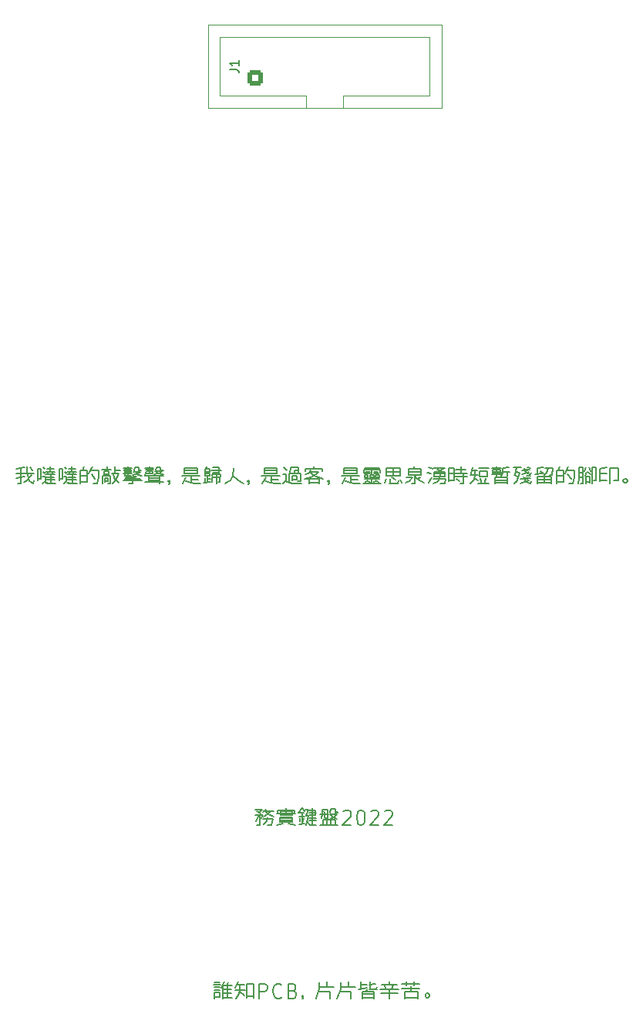
<source format=gto>
%TF.GenerationSoftware,KiCad,Pcbnew,(6.0.1-0)*%
%TF.CreationDate,2022-02-06T15:04:05+08:00*%
%TF.ProjectId,Pragmatic,50726167-6d61-4746-9963-2e6b69636164,0.3*%
%TF.SameCoordinates,Original*%
%TF.FileFunction,Legend,Top*%
%TF.FilePolarity,Positive*%
%FSLAX46Y46*%
G04 Gerber Fmt 4.6, Leading zero omitted, Abs format (unit mm)*
G04 Created by KiCad (PCBNEW (6.0.1-0)) date 2022-02-06 15:04:05*
%MOMM*%
%LPD*%
G01*
G04 APERTURE LIST*
G04 Aperture macros list*
%AMRoundRect*
0 Rectangle with rounded corners*
0 $1 Rounding radius*
0 $2 $3 $4 $5 $6 $7 $8 $9 X,Y pos of 4 corners*
0 Add a 4 corners polygon primitive as box body*
4,1,4,$2,$3,$4,$5,$6,$7,$8,$9,$2,$3,0*
0 Add four circle primitives for the rounded corners*
1,1,$1+$1,$2,$3*
1,1,$1+$1,$4,$5*
1,1,$1+$1,$6,$7*
1,1,$1+$1,$8,$9*
0 Add four rect primitives between the rounded corners*
20,1,$1+$1,$2,$3,$4,$5,0*
20,1,$1+$1,$4,$5,$6,$7,0*
20,1,$1+$1,$6,$7,$8,$9,0*
20,1,$1+$1,$8,$9,$2,$3,0*%
G04 Aperture macros list end*
%ADD10C,0.150000*%
%ADD11C,0.120000*%
%ADD12C,0.457200*%
%ADD13C,0.010000*%
%ADD14C,1.700000*%
%ADD15C,4.000000*%
%ADD16C,1.900000*%
%ADD17C,3.000000*%
%ADD18C,2.500000*%
%ADD19RoundRect,0.250000X0.600000X-0.600000X0.600000X0.600000X-0.600000X0.600000X-0.600000X-0.600000X0*%
G04 APERTURE END LIST*
D10*
X92660714Y-141846428D02*
X93270238Y-141846428D01*
X92584523Y-142151190D02*
X93346428Y-142151190D01*
X93498809Y-142227380D02*
X94565476Y-142227380D01*
X92660714Y-142379761D02*
X93270238Y-142379761D01*
X93575000Y-142608333D02*
X94489285Y-142608333D01*
X92660714Y-142684523D02*
X93270238Y-142684523D01*
X93575000Y-143065476D02*
X94489285Y-143065476D01*
X92660714Y-143446428D02*
X93270238Y-143446428D01*
X93575000Y-143522619D02*
X94565476Y-143522619D01*
X92660714Y-142989285D02*
X92660714Y-143598809D01*
X92660714Y-142989285D02*
X93270238Y-142989285D01*
X93270238Y-143446428D01*
X93575000Y-142151190D02*
X93575000Y-143598809D01*
X94108333Y-142075000D02*
X94108333Y-143446428D01*
X93727380Y-141770238D02*
X93422619Y-142455952D01*
X94184523Y-141846428D02*
X94032142Y-142227380D01*
X95175000Y-142151190D02*
X95936904Y-142151190D01*
X94946428Y-142684523D02*
X96013095Y-142684523D01*
X96165476Y-143370238D02*
X96927380Y-143370238D01*
X96165476Y-141998809D02*
X96165476Y-143522619D01*
X96165476Y-141998809D02*
X96927380Y-141998809D01*
X96927380Y-143522619D01*
X95251190Y-141770238D02*
X94946428Y-142455952D01*
X95479761Y-142151190D02*
X95479761Y-142608333D01*
X95327380Y-143141666D01*
X95022619Y-143598809D01*
X95479761Y-142836904D02*
X95936904Y-143294047D01*
X97536904Y-143598809D02*
X97536904Y-141998809D01*
X98146428Y-141998809D01*
X98298809Y-142075000D01*
X98375000Y-142151190D01*
X98451190Y-142303571D01*
X98451190Y-142532142D01*
X98375000Y-142684523D01*
X98298809Y-142760714D01*
X98146428Y-142836904D01*
X97536904Y-142836904D01*
X100051190Y-143446428D02*
X99975000Y-143522619D01*
X99746428Y-143598809D01*
X99594047Y-143598809D01*
X99365476Y-143522619D01*
X99213095Y-143370238D01*
X99136904Y-143217857D01*
X99060714Y-142913095D01*
X99060714Y-142684523D01*
X99136904Y-142379761D01*
X99213095Y-142227380D01*
X99365476Y-142075000D01*
X99594047Y-141998809D01*
X99746428Y-141998809D01*
X99975000Y-142075000D01*
X100051190Y-142151190D01*
X101270238Y-142760714D02*
X101498809Y-142836904D01*
X101575000Y-142913095D01*
X101651190Y-143065476D01*
X101651190Y-143294047D01*
X101575000Y-143446428D01*
X101498809Y-143522619D01*
X101346428Y-143598809D01*
X100736904Y-143598809D01*
X100736904Y-141998809D01*
X101270238Y-141998809D01*
X101422619Y-142075000D01*
X101498809Y-142151190D01*
X101575000Y-142303571D01*
X101575000Y-142455952D01*
X101498809Y-142608333D01*
X101422619Y-142684523D01*
X101270238Y-142760714D01*
X100736904Y-142760714D01*
X102336904Y-143294047D02*
X102413095Y-143370238D01*
X102336904Y-143446428D01*
X102260714Y-143370238D01*
X102336904Y-143294047D01*
X102336904Y-143446428D01*
X102413095Y-143370238D02*
X102413095Y-143598809D01*
X102336904Y-143675000D01*
X104165476Y-142379761D02*
X105765476Y-142379761D01*
X105003571Y-141770238D02*
X105003571Y-142303571D01*
X104165476Y-141846428D02*
X104165476Y-142608333D01*
X104013095Y-143065476D01*
X103784523Y-143598809D01*
X104089285Y-142836904D02*
X105308333Y-142836904D01*
X105308333Y-143598809D01*
X106527380Y-142379761D02*
X108127380Y-142379761D01*
X107365476Y-141770238D02*
X107365476Y-142303571D01*
X106527380Y-141846428D02*
X106527380Y-142608333D01*
X106375000Y-143065476D01*
X106146428Y-143598809D01*
X106451190Y-142836904D02*
X107670238Y-142836904D01*
X107670238Y-143598809D01*
X108736904Y-142075000D02*
X109422619Y-142075000D01*
X109651190Y-142608333D02*
X110489285Y-142608333D01*
X108889285Y-143141666D02*
X110184523Y-143141666D01*
X108889285Y-143522619D02*
X110184523Y-143522619D01*
X108736904Y-141770238D02*
X108736904Y-142532142D01*
X108889285Y-142836904D02*
X108889285Y-143598809D01*
X109727380Y-141770238D02*
X109727380Y-142532142D01*
X108889285Y-142836904D02*
X110184523Y-142836904D01*
X110184523Y-143598809D01*
X109422619Y-142608333D02*
X109346428Y-142836904D01*
X110489285Y-142379761D02*
X110413095Y-142532142D01*
X110336904Y-141998809D02*
X109651190Y-142151190D01*
X109194047Y-142532142D02*
X108508333Y-142608333D01*
X109422619Y-142455952D02*
X108660714Y-142608333D01*
X111022619Y-142075000D02*
X112698809Y-142075000D01*
X110870238Y-142608333D02*
X112851190Y-142608333D01*
X110946428Y-143065476D02*
X112775000Y-143065476D01*
X111860714Y-142608333D02*
X111860714Y-143598809D01*
X111403571Y-142227380D02*
X111479761Y-142532142D01*
X112317857Y-142151190D02*
X112165476Y-142608333D01*
X111860714Y-141770238D02*
X111860714Y-142075000D01*
X113232142Y-141998809D02*
X115213095Y-141998809D01*
X113232142Y-142532142D02*
X115213095Y-142532142D01*
X113536904Y-143522619D02*
X114984523Y-143522619D01*
X113536904Y-142913095D02*
X113536904Y-143598809D01*
X113765476Y-141770238D02*
X113765476Y-142227380D01*
X114222619Y-142303571D02*
X114222619Y-142913095D01*
X114603571Y-141770238D02*
X114603571Y-142227380D01*
X113536904Y-142913095D02*
X114984523Y-142913095D01*
X114984523Y-143598809D01*
X115974999Y-143065476D02*
X116127380Y-143065476D01*
X116279761Y-143217857D01*
X116279761Y-143370238D01*
X116127380Y-143522619D01*
X115974999Y-143522619D01*
X115822619Y-143370238D01*
X115822619Y-143217857D01*
X115974999Y-143065476D01*
X98222619Y-123025000D02*
X99136904Y-123025000D01*
X98527380Y-124548809D02*
X98908333Y-124548809D01*
X97155952Y-122872619D02*
X97917857Y-122872619D01*
X97613095Y-123177380D01*
X98298809Y-122872619D02*
X97994047Y-123177380D01*
X98222619Y-123025000D02*
X98603571Y-123405952D01*
X99136904Y-123634523D01*
X97308333Y-123101190D02*
X97765476Y-123329761D01*
X97536904Y-123482142D02*
X97232142Y-124167857D01*
X97155952Y-123482142D02*
X97994047Y-123482142D01*
X97841666Y-123863095D01*
X98832142Y-123101190D02*
X98527380Y-123405952D01*
X98070238Y-123634523D01*
X97613095Y-123482142D02*
X97613095Y-124548809D01*
X97308333Y-124548809D01*
X97994047Y-123939285D02*
X99060714Y-123939285D01*
X98908333Y-124548809D01*
X98527380Y-123710714D02*
X98375000Y-124167857D01*
X98070238Y-124472619D01*
X99517857Y-123329761D02*
X101498809Y-123329761D01*
X99898809Y-123482142D02*
X101117857Y-123482142D01*
X99822619Y-123863095D02*
X101194047Y-123863095D01*
X99822619Y-124091666D02*
X101194047Y-124091666D01*
X99822619Y-124244047D02*
X101194047Y-124244047D01*
X99594047Y-122948809D02*
X99594047Y-123177380D01*
X99822619Y-123710714D02*
X99822619Y-124244047D01*
X99898809Y-123101190D02*
X99898809Y-123482142D01*
X100508333Y-122720238D02*
X100508333Y-122948809D01*
X100508333Y-123101190D02*
X100432142Y-123482142D01*
X99898809Y-123101190D02*
X101194047Y-123101190D01*
X101194047Y-123482142D01*
X99822619Y-123710714D02*
X101194047Y-123710714D01*
X101194047Y-124244047D01*
X99594047Y-122948809D02*
X101422619Y-122948809D01*
X101422619Y-123177380D01*
X100736904Y-124396428D02*
X101498809Y-124548809D01*
X100203571Y-124396428D02*
X99517857Y-124548809D01*
X103022619Y-123253571D02*
X103860714Y-123253571D01*
X102032142Y-123253571D02*
X102489285Y-123253571D01*
X103098809Y-123482142D02*
X103708333Y-123482142D01*
X101955952Y-123634523D02*
X102565476Y-123634523D01*
X103098809Y-123786904D02*
X103784523Y-123786904D01*
X103022619Y-124091666D02*
X103860714Y-124091666D01*
X102260714Y-123253571D02*
X102260714Y-124396428D01*
X102489285Y-123786904D02*
X102413095Y-124167857D01*
X103403571Y-122720238D02*
X103403571Y-124396428D01*
X103098809Y-122948809D02*
X103708333Y-122948809D01*
X103708333Y-123482142D01*
X102260714Y-122720238D02*
X102565476Y-123025000D01*
X102260714Y-122720238D02*
X101879761Y-123253571D01*
X102032142Y-123786904D02*
X102032142Y-124167857D01*
X102641666Y-122872619D02*
X102946428Y-122872619D01*
X102717857Y-123558333D01*
X102946428Y-123558333D01*
X102717857Y-124548809D01*
X102794047Y-124167857D02*
X103175000Y-124548809D01*
X103860714Y-124548809D01*
X101955952Y-124472619D02*
X102565476Y-124396428D01*
X104241666Y-123405952D02*
X105155952Y-123405952D01*
X104241666Y-124548809D02*
X106222619Y-124548809D01*
X104546428Y-124015476D02*
X104546428Y-124548809D01*
X104775000Y-123482142D02*
X104775000Y-123710714D01*
X105003571Y-124015476D02*
X105003571Y-124548809D01*
X105460714Y-124015476D02*
X105460714Y-124548809D01*
X104546428Y-124015476D02*
X105917857Y-124015476D01*
X105917857Y-124548809D01*
X104698809Y-123025000D02*
X104775000Y-123253571D01*
X105460714Y-123482142D02*
X105689285Y-123710714D01*
X106146428Y-123939285D01*
X105460714Y-122796428D02*
X105917857Y-122796428D01*
X105917857Y-123253571D01*
X106222619Y-123177380D01*
X106222619Y-123253571D01*
X105308333Y-123405952D02*
X106070238Y-123405952D01*
X105765476Y-123710714D01*
X105308333Y-123939285D01*
X104470238Y-122872619D02*
X105079761Y-122872619D01*
X105079761Y-123863095D01*
X104851190Y-123863095D01*
X105460714Y-122796428D02*
X105384523Y-123253571D01*
X104470238Y-122872619D02*
X104470238Y-123405952D01*
X104394047Y-123786904D01*
X104775000Y-122796428D02*
X104698809Y-122872619D01*
X106755952Y-123101190D02*
X106832142Y-123025000D01*
X106984523Y-122948809D01*
X107365476Y-122948809D01*
X107517857Y-123025000D01*
X107594047Y-123101190D01*
X107670238Y-123253571D01*
X107670238Y-123405952D01*
X107594047Y-123634523D01*
X106679761Y-124548809D01*
X107670238Y-124548809D01*
X108660714Y-122948809D02*
X108813095Y-122948809D01*
X108965476Y-123025000D01*
X109041666Y-123101190D01*
X109117857Y-123253571D01*
X109194047Y-123558333D01*
X109194047Y-123939285D01*
X109117857Y-124244047D01*
X109041666Y-124396428D01*
X108965476Y-124472619D01*
X108813095Y-124548809D01*
X108660714Y-124548809D01*
X108508333Y-124472619D01*
X108432142Y-124396428D01*
X108355952Y-124244047D01*
X108279761Y-123939285D01*
X108279761Y-123558333D01*
X108355952Y-123253571D01*
X108432142Y-123101190D01*
X108508333Y-123025000D01*
X108660714Y-122948809D01*
X109803571Y-123101190D02*
X109879761Y-123025000D01*
X110032142Y-122948809D01*
X110413095Y-122948809D01*
X110565476Y-123025000D01*
X110641666Y-123101190D01*
X110717857Y-123253571D01*
X110717857Y-123405952D01*
X110641666Y-123634523D01*
X109727380Y-124548809D01*
X110717857Y-124548809D01*
X111327380Y-123101190D02*
X111403571Y-123025000D01*
X111555952Y-122948809D01*
X111936904Y-122948809D01*
X112089285Y-123025000D01*
X112165476Y-123101190D01*
X112241666Y-123253571D01*
X112241666Y-123405952D01*
X112165476Y-123634523D01*
X111251190Y-124548809D01*
X112241666Y-124548809D01*
X70870238Y-85940952D02*
X72851190Y-85940952D01*
X71022619Y-87083809D02*
X71403571Y-87083809D01*
X71403571Y-85407619D02*
X71403571Y-87083809D01*
X72394047Y-85331428D02*
X72698809Y-85636190D01*
X72622619Y-86169523D02*
X72013095Y-86855238D01*
X71708333Y-86931428D01*
X71860714Y-86321904D02*
X70870238Y-86474285D01*
X71784523Y-85331428D02*
X70870238Y-85483809D01*
X72089285Y-85255238D02*
X72089285Y-85788571D01*
X72317857Y-86855238D01*
X72775000Y-87083809D01*
X72851190Y-86779047D01*
X74298809Y-85483809D02*
X75060714Y-85483809D01*
X74146428Y-85788571D02*
X75136904Y-85788571D01*
X74146428Y-86093333D02*
X75136904Y-86093333D01*
X74222619Y-86398095D02*
X75060714Y-86398095D01*
X73232142Y-86550476D02*
X73613095Y-86550476D01*
X74146428Y-86626666D02*
X75136904Y-86626666D01*
X74298809Y-87083809D02*
X75213095Y-87083809D01*
X73232142Y-85483809D02*
X73232142Y-86702857D01*
X73232142Y-85483809D02*
X73613095Y-85483809D01*
X73613095Y-86550476D01*
X74603571Y-85255238D02*
X74603571Y-85788571D01*
X74679761Y-86093333D02*
X74679761Y-86931428D01*
X73841666Y-85788571D02*
X73994047Y-86017142D01*
X73841666Y-85331428D02*
X73994047Y-85483809D01*
X74070238Y-86321904D02*
X74070238Y-86855238D01*
X73765476Y-87083809D01*
X74908333Y-85864761D02*
X74832142Y-86017142D01*
X74375000Y-85864761D02*
X74375000Y-86017142D01*
X73765476Y-86321904D02*
X74070238Y-86321904D01*
X74146428Y-87007619D02*
X74527380Y-87083809D01*
X76660714Y-85483809D02*
X77422619Y-85483809D01*
X76508333Y-85788571D02*
X77498809Y-85788571D01*
X76508333Y-86093333D02*
X77498809Y-86093333D01*
X76584523Y-86398095D02*
X77422619Y-86398095D01*
X75594047Y-86550476D02*
X75975000Y-86550476D01*
X76508333Y-86626666D02*
X77498809Y-86626666D01*
X76660714Y-87083809D02*
X77575000Y-87083809D01*
X75594047Y-85483809D02*
X75594047Y-86702857D01*
X75594047Y-85483809D02*
X75975000Y-85483809D01*
X75975000Y-86550476D01*
X76965476Y-85255238D02*
X76965476Y-85788571D01*
X77041666Y-86093333D02*
X77041666Y-86931428D01*
X76203571Y-85788571D02*
X76355952Y-86017142D01*
X76203571Y-85331428D02*
X76355952Y-85483809D01*
X76432142Y-86321904D02*
X76432142Y-86855238D01*
X76127380Y-87083809D01*
X77270238Y-85864761D02*
X77194047Y-86017142D01*
X76736904Y-85864761D02*
X76736904Y-86017142D01*
X76127380Y-86321904D02*
X76432142Y-86321904D01*
X76508333Y-87007619D02*
X76889285Y-87083809D01*
X77955952Y-86245714D02*
X78717857Y-86245714D01*
X77955952Y-86931428D02*
X78717857Y-86931428D01*
X79327380Y-87083809D02*
X79784523Y-87083809D01*
X77955952Y-85636190D02*
X77955952Y-87083809D01*
X77955952Y-85636190D02*
X78717857Y-85636190D01*
X78717857Y-86931428D01*
X79175000Y-86093333D02*
X79555952Y-86550476D01*
X78336904Y-85255238D02*
X78184523Y-85636190D01*
X79251190Y-85255238D02*
X78870238Y-86017142D01*
X79098809Y-85636190D02*
X79936904Y-85636190D01*
X79936904Y-86398095D01*
X79784523Y-87083809D01*
X80317857Y-85560000D02*
X81308333Y-85560000D01*
X81765476Y-85636190D02*
X82298809Y-85636190D01*
X80546428Y-86093333D02*
X81079761Y-86093333D01*
X80622619Y-86855238D02*
X81003571Y-86855238D01*
X81003571Y-87083809D02*
X81232142Y-87083809D01*
X80394047Y-86245714D02*
X80394047Y-87083809D01*
X80546428Y-85712380D02*
X80546428Y-86093333D01*
X80622619Y-86474285D02*
X80622619Y-86931428D01*
X80851190Y-85255238D02*
X80851190Y-85560000D01*
X80622619Y-86474285D02*
X81003571Y-86474285D01*
X81003571Y-86855238D01*
X80546428Y-85712380D02*
X81079761Y-85712380D01*
X81079761Y-86093333D01*
X80394047Y-86245714D02*
X81232142Y-86245714D01*
X81232142Y-87083809D01*
X81765476Y-85255238D02*
X81765476Y-86017142D01*
X81689285Y-86550476D02*
X82146428Y-87007619D01*
X81994047Y-86550476D02*
X81460714Y-87083809D01*
X81536904Y-86093333D02*
X81765476Y-86779047D01*
X81384523Y-86017142D02*
X82146428Y-86017142D01*
X81841666Y-86779047D01*
X82679761Y-85407619D02*
X83594047Y-85407619D01*
X84355952Y-85636190D02*
X84584523Y-85636190D01*
X82755952Y-85864761D02*
X83517857Y-85864761D01*
X82679761Y-86017142D02*
X83594047Y-86017142D01*
X82832142Y-86245714D02*
X83517857Y-86245714D01*
X82908333Y-86398095D02*
X83898809Y-86398095D01*
X82832142Y-86550476D02*
X84508333Y-86550476D01*
X82679761Y-86779047D02*
X84660714Y-86779047D01*
X83289285Y-87083809D02*
X83670238Y-87083809D01*
X83136904Y-85255238D02*
X83136904Y-86169523D01*
X82755952Y-85560000D02*
X83517857Y-85560000D01*
X83517857Y-85864761D01*
X83670238Y-86321904D02*
X83670238Y-87083809D01*
X83898809Y-85331428D02*
X84355952Y-85331428D01*
X84355952Y-85636190D01*
X83289285Y-85712380D02*
X83517857Y-85712380D01*
X83975000Y-86017142D02*
X84279761Y-86169523D01*
X84660714Y-86245714D01*
X82755952Y-85560000D02*
X82832142Y-85788571D01*
X83060714Y-85712380D01*
X83898809Y-85331428D02*
X83822619Y-85636190D01*
X83136904Y-85712380D02*
X82908333Y-85712380D01*
X83746428Y-85788571D02*
X84508333Y-85788571D01*
X84279761Y-86017142D01*
X84051190Y-86093333D01*
X83670238Y-86169523D01*
X82832142Y-86093333D02*
X82832142Y-86245714D01*
X84127380Y-86321904D02*
X83670238Y-86321904D01*
X85041666Y-85407619D02*
X85955952Y-85407619D01*
X85117857Y-85560000D02*
X85955952Y-85560000D01*
X86717857Y-85636190D02*
X87022619Y-85636190D01*
X85117857Y-86017142D02*
X85879761Y-86017142D01*
X85041666Y-86245714D02*
X87022619Y-86245714D01*
X85422619Y-86474285D02*
X86641666Y-86474285D01*
X85422619Y-86702857D02*
X86641666Y-86702857D01*
X85422619Y-86931428D02*
X87022619Y-86931428D01*
X85194047Y-86931428D02*
X86870238Y-86931428D01*
X85041666Y-86931428D02*
X86717857Y-86931428D01*
X85422619Y-86245714D02*
X85422619Y-86931428D01*
X85498809Y-85255238D02*
X85498809Y-85560000D01*
X85498809Y-85712380D02*
X85498809Y-85940952D01*
X85194047Y-85712380D02*
X85879761Y-85712380D01*
X85879761Y-85940952D01*
X86641666Y-86245714D02*
X86641666Y-87083809D01*
X86260714Y-85331428D02*
X86717857Y-85331428D01*
X86717857Y-85560000D01*
X86184523Y-85712380D02*
X86489285Y-86017142D01*
X87022619Y-86093333D01*
X86260714Y-85331428D02*
X86184523Y-85636190D01*
X85194047Y-85712380D02*
X85041666Y-86169523D01*
X86108333Y-85712380D02*
X86870238Y-85712380D01*
X86641666Y-85940952D01*
X86413095Y-86017142D01*
X86032142Y-86093333D01*
X87632142Y-86779047D02*
X87708333Y-86855238D01*
X87632142Y-86931428D01*
X87555952Y-86855238D01*
X87632142Y-86779047D01*
X87632142Y-86931428D01*
X87708333Y-86855238D02*
X87708333Y-87083809D01*
X87632142Y-87160000D01*
X89384523Y-85636190D02*
X90755952Y-85636190D01*
X89384523Y-85940952D02*
X90755952Y-85940952D01*
X89079761Y-86245714D02*
X91060714Y-86245714D01*
X90070238Y-86626666D02*
X90908333Y-86626666D01*
X89384523Y-85407619D02*
X89384523Y-85940952D01*
X90146428Y-86245714D02*
X90146428Y-87007619D01*
X89384523Y-85407619D02*
X90755952Y-85407619D01*
X90755952Y-85940952D01*
X89536904Y-86398095D02*
X89155952Y-87083809D01*
X89384523Y-86702857D02*
X89765476Y-86931428D01*
X90451190Y-87083809D01*
X91136904Y-87083809D01*
X92279761Y-85636190D02*
X93422619Y-85636190D01*
X91594047Y-85788571D02*
X92127380Y-85788571D01*
X92508333Y-85864761D02*
X93194047Y-85864761D01*
X91594047Y-86245714D02*
X92127380Y-86245714D01*
X91898809Y-86550476D02*
X92203571Y-86550476D01*
X91594047Y-85483809D02*
X91594047Y-86245714D01*
X91594047Y-86474285D02*
X91594047Y-87007619D01*
X91898809Y-86245714D02*
X91898809Y-86931428D01*
X91594047Y-85483809D02*
X92127380Y-85483809D01*
X92127380Y-85788571D01*
X91594047Y-85940952D02*
X92127380Y-85940952D01*
X92127380Y-86245714D01*
X92355952Y-86093333D02*
X92355952Y-86245714D01*
X92432142Y-86398095D02*
X92432142Y-86931428D01*
X92889285Y-86093333D02*
X92889285Y-87083809D01*
X92508333Y-85331428D02*
X93194047Y-85331428D01*
X93194047Y-85864761D01*
X92355952Y-86093333D02*
X93346428Y-86093333D01*
X93346428Y-86321904D01*
X91822619Y-85255238D02*
X91746428Y-85483809D01*
X92432142Y-86398095D02*
X93270238Y-86398095D01*
X93270238Y-86931428D01*
X93041666Y-86931428D01*
X92203571Y-86931428D02*
X91441666Y-87007619D01*
X94794047Y-85407619D02*
X94717857Y-86245714D01*
X94413095Y-86702857D01*
X94108333Y-86931428D01*
X93803571Y-87083809D01*
X94717857Y-86245714D02*
X95175000Y-86626666D01*
X95555952Y-86931428D01*
X95860714Y-87083809D01*
X96394047Y-86779047D02*
X96470238Y-86855238D01*
X96394047Y-86931428D01*
X96317857Y-86855238D01*
X96394047Y-86779047D01*
X96394047Y-86931428D01*
X96470238Y-86855238D02*
X96470238Y-87083809D01*
X96394047Y-87160000D01*
X98146428Y-85636190D02*
X99517857Y-85636190D01*
X98146428Y-85940952D02*
X99517857Y-85940952D01*
X97841666Y-86245714D02*
X99822619Y-86245714D01*
X98832142Y-86626666D02*
X99670238Y-86626666D01*
X98146428Y-85407619D02*
X98146428Y-85940952D01*
X98908333Y-86245714D02*
X98908333Y-87007619D01*
X98146428Y-85407619D02*
X99517857Y-85407619D01*
X99517857Y-85940952D01*
X98298809Y-86398095D02*
X97917857Y-87083809D01*
X98146428Y-86702857D02*
X98527380Y-86931428D01*
X99213095Y-87083809D01*
X99898809Y-87083809D01*
X101422619Y-85636190D02*
X101879761Y-85636190D01*
X101194047Y-86626666D02*
X101727380Y-86626666D01*
X101803571Y-86855238D02*
X102108333Y-86855238D01*
X100889285Y-86017142D02*
X100889285Y-86855238D01*
X101194047Y-86245714D02*
X101194047Y-86702857D01*
X101422619Y-85636190D02*
X101422619Y-86017142D01*
X101194047Y-86245714D02*
X101727380Y-86245714D01*
X101727380Y-86626666D01*
X101041666Y-85331428D02*
X101879761Y-85331428D01*
X101879761Y-86017142D01*
X101041666Y-85331428D02*
X100965476Y-86017142D01*
X102108333Y-86017142D01*
X102108333Y-86855238D01*
X100279761Y-85331428D02*
X100584523Y-85636190D01*
X100203571Y-86093333D02*
X100508333Y-86093333D01*
X100508333Y-86779047D01*
X100203571Y-87083809D01*
X100432142Y-86855238D02*
X101194047Y-87083809D01*
X102184523Y-87083809D01*
X103022619Y-87007619D02*
X104165476Y-87007619D01*
X102641666Y-85483809D02*
X102641666Y-85712380D01*
X103022619Y-86474285D02*
X103022619Y-87083809D01*
X103555952Y-85255238D02*
X103555952Y-85483809D01*
X102794047Y-86550476D02*
X104165476Y-86550476D01*
X104165476Y-87083809D01*
X102641666Y-85483809D02*
X104470238Y-85483809D01*
X104470238Y-85712380D01*
X103251190Y-85636190D02*
X102946428Y-85940952D01*
X102641666Y-86093333D01*
X103175000Y-85788571D02*
X103403571Y-86093333D01*
X103784523Y-86321904D01*
X104546428Y-86550476D01*
X103175000Y-85788571D02*
X104089285Y-85788571D01*
X103784523Y-86093333D01*
X103251190Y-86398095D01*
X102565476Y-86550476D01*
X105155952Y-86779047D02*
X105232142Y-86855238D01*
X105155952Y-86931428D01*
X105079761Y-86855238D01*
X105155952Y-86779047D01*
X105155952Y-86931428D01*
X105232142Y-86855238D02*
X105232142Y-87083809D01*
X105155952Y-87160000D01*
X106908333Y-85636190D02*
X108279761Y-85636190D01*
X106908333Y-85940952D02*
X108279761Y-85940952D01*
X106603571Y-86245714D02*
X108584523Y-86245714D01*
X107594047Y-86626666D02*
X108432142Y-86626666D01*
X106908333Y-85407619D02*
X106908333Y-85940952D01*
X107670238Y-86245714D02*
X107670238Y-87007619D01*
X106908333Y-85407619D02*
X108279761Y-85407619D01*
X108279761Y-85940952D01*
X107060714Y-86398095D02*
X106679761Y-87083809D01*
X106908333Y-86702857D02*
X107289285Y-86931428D01*
X107975000Y-87083809D01*
X108660714Y-87083809D01*
X109117857Y-85407619D02*
X110794047Y-85407619D01*
X109270238Y-85788571D02*
X109727380Y-85788571D01*
X110184523Y-85788571D02*
X110641666Y-85788571D01*
X109194047Y-85940952D02*
X109727380Y-85940952D01*
X110184523Y-85940952D02*
X110717857Y-85940952D01*
X109117857Y-86398095D02*
X109498809Y-86398095D01*
X109727380Y-86398095D02*
X110184523Y-86398095D01*
X110336904Y-86398095D02*
X110794047Y-86398095D01*
X109117857Y-86550476D02*
X110794047Y-86550476D01*
X108965476Y-87083809D02*
X110946428Y-87083809D01*
X109041666Y-85560000D02*
X109041666Y-85864761D01*
X109117857Y-86169523D02*
X109117857Y-86398095D01*
X109117857Y-86169523D02*
X109498809Y-86169523D01*
X109498809Y-86398095D01*
X109955952Y-85407619D02*
X109955952Y-86017142D01*
X109955952Y-86550476D02*
X109955952Y-87083809D01*
X109727380Y-86169523D02*
X110184523Y-86169523D01*
X110184523Y-86398095D01*
X110336904Y-86169523D02*
X110794047Y-86169523D01*
X110794047Y-86398095D01*
X109041666Y-85560000D02*
X110870238Y-85560000D01*
X110870238Y-85864761D01*
X109422619Y-86855238D02*
X109727380Y-86931428D01*
X109498809Y-86702857D02*
X109194047Y-87007619D01*
X110413095Y-86702857D02*
X110108333Y-87007619D01*
X110336904Y-86779047D02*
X110717857Y-86931428D01*
X109727380Y-86169523D02*
X109727380Y-86398095D01*
X110336904Y-86169523D02*
X110336904Y-86398095D01*
X111555952Y-85788571D02*
X113079761Y-85788571D01*
X111555952Y-86245714D02*
X113079761Y-86245714D01*
X111860714Y-87083809D02*
X112775000Y-87083809D01*
X111555952Y-85407619D02*
X111555952Y-86245714D01*
X111936904Y-86550476D02*
X111936904Y-87083809D01*
X112317857Y-85407619D02*
X112317857Y-86245714D01*
X111555952Y-85407619D02*
X113079761Y-85407619D01*
X113079761Y-86245714D01*
X112851190Y-86779047D02*
X112775000Y-87083809D01*
X113079761Y-86626666D02*
X113232142Y-87007619D01*
X112089285Y-86398095D02*
X112546428Y-86626666D01*
X111555952Y-86550476D02*
X111327380Y-87007619D01*
X113994047Y-85788571D02*
X115365476Y-85788571D01*
X113994047Y-86169523D02*
X115365476Y-86169523D01*
X114298809Y-87083809D02*
X114679761Y-87083809D01*
X113994047Y-85483809D02*
X113994047Y-86169523D01*
X114679761Y-86169523D02*
X114679761Y-87083809D01*
X113994047Y-85483809D02*
X115365476Y-85483809D01*
X115365476Y-86169523D01*
X114603571Y-85255238D02*
X114603571Y-85483809D01*
X114679761Y-86169523D02*
X114832142Y-86474285D01*
X115136904Y-86779047D01*
X115670238Y-87007619D01*
X115289285Y-86398095D02*
X114984523Y-86550476D01*
X113765476Y-86398095D02*
X114375000Y-86398095D01*
X114070238Y-86855238D01*
X113689285Y-87007619D01*
X116813095Y-86017142D02*
X117955952Y-86017142D01*
X116813095Y-86321904D02*
X117955952Y-86321904D01*
X117498809Y-87083809D02*
X117879761Y-87083809D01*
X116813095Y-85788571D02*
X116813095Y-86321904D01*
X116813095Y-85788571D02*
X117955952Y-85788571D01*
X117955952Y-86321904D01*
X116203571Y-85331428D02*
X116584523Y-85483809D01*
X116051190Y-85864761D02*
X116432142Y-86017142D01*
X116508333Y-86398095D02*
X116203571Y-87007619D01*
X116736904Y-85407619D02*
X117955952Y-85407619D01*
X117422619Y-85636190D01*
X117117857Y-85560000D02*
X117651190Y-85712380D01*
X116660714Y-86550476D02*
X118032142Y-86550476D01*
X117955952Y-87083809D01*
X117422619Y-85788571D02*
X117422619Y-86321904D01*
X117270238Y-86702857D01*
X117117857Y-86931428D01*
X116736904Y-87083809D01*
X119175000Y-85560000D02*
X120241666Y-85560000D01*
X119098809Y-85940952D02*
X120394047Y-85940952D01*
X118413095Y-86017142D02*
X118946428Y-86017142D01*
X119098809Y-86321904D02*
X120394047Y-86321904D01*
X118413095Y-86702857D02*
X118946428Y-86702857D01*
X119632142Y-87083809D02*
X120013095Y-87083809D01*
X118413095Y-85407619D02*
X118413095Y-86855238D01*
X118413095Y-85407619D02*
X118946428Y-85407619D01*
X118946428Y-86702857D01*
X119708333Y-85255238D02*
X119708333Y-85940952D01*
X120013095Y-85940952D02*
X120013095Y-87083809D01*
X119251190Y-86550476D02*
X119555952Y-86855238D01*
X121689285Y-85407619D02*
X122755952Y-85407619D01*
X120927380Y-85636190D02*
X121536904Y-85636190D01*
X120775000Y-86169523D02*
X121613095Y-86169523D01*
X121765476Y-86321904D02*
X122603571Y-86321904D01*
X121613095Y-87083809D02*
X122755952Y-87083809D01*
X121765476Y-85712380D02*
X121765476Y-86245714D01*
X121765476Y-85712380D02*
X122603571Y-85712380D01*
X122603571Y-86245714D01*
X122451190Y-86474285D02*
X122375000Y-86931428D01*
X121841666Y-86474285D02*
X121917857Y-86931428D01*
X121003571Y-85331428D02*
X120851190Y-85940952D01*
X121232142Y-85636190D02*
X121232142Y-86169523D01*
X121155952Y-86626666D01*
X120775000Y-87083809D01*
X121155952Y-86474285D02*
X121613095Y-86702857D01*
X123136904Y-85407619D02*
X124127380Y-85407619D01*
X124279761Y-85788571D02*
X125117857Y-85788571D01*
X123213095Y-85788571D02*
X124051190Y-85788571D01*
X123213095Y-85940952D02*
X124051190Y-85940952D01*
X123136904Y-86093333D02*
X124127380Y-86093333D01*
X123441666Y-86702857D02*
X124813095Y-86702857D01*
X123441666Y-87007619D02*
X124813095Y-87007619D01*
X123213095Y-85560000D02*
X123213095Y-85940952D01*
X123441666Y-86398095D02*
X123441666Y-87083809D01*
X123670238Y-85255238D02*
X123670238Y-86321904D01*
X123213095Y-85560000D02*
X124051190Y-85560000D01*
X124051190Y-85940952D01*
X124813095Y-85788571D02*
X124813095Y-86245714D01*
X123441666Y-86398095D02*
X124813095Y-86398095D01*
X124813095Y-87083809D01*
X124279761Y-85407619D02*
X124279761Y-85940952D01*
X124127380Y-86245714D01*
X124279761Y-85560000D02*
X124203571Y-86169523D01*
X124965476Y-85331428D02*
X124279761Y-85407619D01*
X125498809Y-85331428D02*
X126336904Y-85331428D01*
X126565476Y-85560000D02*
X127251190Y-85560000D01*
X126413095Y-85636190D02*
X127022619Y-85636190D01*
X126641666Y-86474285D02*
X127403571Y-86474285D01*
X126260714Y-86550476D02*
X127022619Y-86550476D01*
X125955952Y-86702857D02*
X125575000Y-87083809D01*
X127479761Y-85864761D02*
X127403571Y-86093333D01*
X126717857Y-85407619D02*
X126870238Y-85864761D01*
X127022619Y-86017142D01*
X127327380Y-86093333D01*
X125575000Y-86169523D02*
X125955952Y-86321904D01*
X126641666Y-86321904D02*
X126794047Y-86779047D01*
X126946428Y-86931428D01*
X127251190Y-87083809D01*
X126108333Y-86169523D02*
X125803571Y-86931428D01*
X127022619Y-85331428D02*
X127327380Y-85407619D01*
X125879761Y-85331428D02*
X125651190Y-86169523D01*
X125727380Y-85788571D02*
X126184523Y-85864761D01*
X125955952Y-86702857D01*
X127175000Y-85788571D02*
X126794047Y-86017142D01*
X126413095Y-86093333D01*
X127175000Y-86702857D02*
X126717857Y-86931428D01*
X126260714Y-87083809D01*
X127479761Y-86855238D02*
X127403571Y-87083809D01*
X127251190Y-87083809D01*
X126946428Y-86245714D02*
X127327380Y-86245714D01*
X128165476Y-86626666D02*
X129689285Y-86626666D01*
X128165476Y-87007619D02*
X129689285Y-87007619D01*
X128165476Y-86321904D02*
X128165476Y-87083809D01*
X128927380Y-86321904D02*
X128927380Y-87007619D01*
X128165476Y-86321904D02*
X129689285Y-86321904D01*
X129689285Y-87083809D01*
X128470238Y-85712380D02*
X128775000Y-86017142D01*
X128698809Y-85940952D02*
X127860714Y-86093333D01*
X128775000Y-85331428D02*
X128089285Y-85407619D01*
X128089285Y-86017142D01*
X129003571Y-85407619D02*
X129841666Y-85407619D01*
X129765476Y-86169523D01*
X129460714Y-86169523D01*
X129308333Y-85407619D02*
X129155952Y-85864761D01*
X128927380Y-86169523D01*
X130222619Y-86245714D02*
X130984523Y-86245714D01*
X130222619Y-86931428D02*
X130984523Y-86931428D01*
X131594047Y-87083809D02*
X132051190Y-87083809D01*
X130222619Y-85636190D02*
X130222619Y-87083809D01*
X130222619Y-85636190D02*
X130984523Y-85636190D01*
X130984523Y-86931428D01*
X131441666Y-86093333D02*
X131822619Y-86550476D01*
X130603571Y-85255238D02*
X130451190Y-85636190D01*
X131517857Y-85255238D02*
X131136904Y-86017142D01*
X131365476Y-85636190D02*
X132203571Y-85636190D01*
X132203571Y-86398095D01*
X132051190Y-87083809D01*
X132736904Y-85864761D02*
X133117857Y-85864761D01*
X132736904Y-86398095D02*
X133117857Y-86398095D01*
X134336904Y-86702857D02*
X134565476Y-86702857D01*
X133422619Y-86931428D02*
X133879761Y-86931428D01*
X132889285Y-87083809D02*
X133117857Y-87083809D01*
X132736904Y-85331428D02*
X133117857Y-85331428D01*
X133117857Y-87083809D01*
X133422619Y-86321904D02*
X133422619Y-87083809D01*
X133422619Y-86321904D02*
X133879761Y-86321904D01*
X133879761Y-87007619D01*
X134108333Y-85331428D02*
X134108333Y-87083809D01*
X134108333Y-85331428D02*
X134565476Y-85331428D01*
X134565476Y-86626666D01*
X133651190Y-85788571D02*
X133955952Y-86093333D01*
X133803571Y-85331428D02*
X133955952Y-85712380D01*
X133498809Y-85331428D02*
X133270238Y-85712380D01*
X133575000Y-85788571D02*
X133346428Y-86245714D01*
X132736904Y-85331428D02*
X132736904Y-86550476D01*
X132584523Y-87083809D01*
X134946428Y-86017142D02*
X135708333Y-86017142D01*
X134946428Y-86702857D02*
X135784523Y-86702857D01*
X136546428Y-86779047D02*
X137003571Y-86779047D01*
X134946428Y-85483809D02*
X134946428Y-86855238D01*
X136089285Y-85407619D02*
X136089285Y-87083809D01*
X136089285Y-85407619D02*
X137003571Y-85407619D01*
X137003571Y-86702857D01*
X135784523Y-85331428D02*
X134946428Y-85483809D01*
X137689285Y-86550476D02*
X137841666Y-86550476D01*
X137994047Y-86702857D01*
X137994047Y-86855238D01*
X137841666Y-87007619D01*
X137689285Y-87007619D01*
X137536904Y-86855238D01*
X137536904Y-86702857D01*
X137689285Y-86550476D01*
X94321380Y-41608333D02*
X95035666Y-41608333D01*
X95178523Y-41655952D01*
X95273761Y-41751190D01*
X95321380Y-41894047D01*
X95321380Y-41989285D01*
X95321380Y-40608333D02*
X95321380Y-41179761D01*
X95321380Y-40894047D02*
X94321380Y-40894047D01*
X94464238Y-40989285D01*
X94559476Y-41084523D01*
X94607095Y-41179761D01*
D11*
X93245000Y-38025000D02*
X116305000Y-38025000D01*
X117605000Y-36715000D02*
X117605000Y-45835000D01*
X102725000Y-45835000D02*
X102725000Y-44525000D01*
X91945000Y-36715000D02*
X117605000Y-36715000D01*
X106825000Y-44525000D02*
X106825000Y-45835000D01*
X116305000Y-38025000D02*
X116305000Y-44525000D01*
X102725000Y-44525000D02*
X93245000Y-44525000D01*
X106825000Y-44525000D02*
X106825000Y-44525000D01*
X93245000Y-44525000D02*
X93245000Y-38025000D01*
X116305000Y-44525000D02*
X106825000Y-44525000D01*
X91945000Y-45835000D02*
X91945000Y-36715000D01*
X117605000Y-45835000D02*
X91945000Y-45835000D01*
%LPC*%
D12*
X124040550Y-42574028D02*
X124364400Y-39983228D01*
X125351372Y-39983228D01*
X125582693Y-40106600D01*
X125690643Y-40229971D01*
X125783172Y-40476714D01*
X125736907Y-40846828D01*
X125582693Y-41093571D01*
X125443900Y-41216942D01*
X125181736Y-41340314D01*
X124194765Y-41340314D01*
X126631350Y-42574028D02*
X126847250Y-40846828D01*
X126785565Y-41340314D02*
X126939779Y-41093571D01*
X127078572Y-40970200D01*
X127340736Y-40846828D01*
X127587479Y-40846828D01*
X129345522Y-42574028D02*
X129515157Y-41216942D01*
X129422629Y-40970200D01*
X129191307Y-40846828D01*
X128697822Y-40846828D01*
X128435657Y-40970200D01*
X129360943Y-42450657D02*
X129098779Y-42574028D01*
X128481922Y-42574028D01*
X128250600Y-42450657D01*
X128158072Y-42203914D01*
X128188915Y-41957171D01*
X128343129Y-41710428D01*
X128605293Y-41587057D01*
X129222150Y-41587057D01*
X129484315Y-41463685D01*
X131905479Y-40846828D02*
X131643315Y-42944142D01*
X131489100Y-43190885D01*
X131350307Y-43314257D01*
X131088143Y-43437628D01*
X130718029Y-43437628D01*
X130486707Y-43314257D01*
X131705000Y-42450657D02*
X131442836Y-42574028D01*
X130949350Y-42574028D01*
X130718029Y-42450657D01*
X130610079Y-42327285D01*
X130517550Y-42080542D01*
X130610079Y-41340314D01*
X130764293Y-41093571D01*
X130903086Y-40970200D01*
X131165250Y-40846828D01*
X131658736Y-40846828D01*
X131890057Y-40970200D01*
X132923293Y-42574028D02*
X133139193Y-40846828D01*
X133108350Y-41093571D02*
X133247143Y-40970200D01*
X133509307Y-40846828D01*
X133879422Y-40846828D01*
X134110743Y-40970200D01*
X134203272Y-41216942D01*
X134033636Y-42574028D01*
X134203272Y-41216942D02*
X134357486Y-40970200D01*
X134619650Y-40846828D01*
X134989765Y-40846828D01*
X135221086Y-40970200D01*
X135313615Y-41216942D01*
X135143979Y-42574028D01*
X137488036Y-42574028D02*
X137657672Y-41216942D01*
X137565143Y-40970200D01*
X137333822Y-40846828D01*
X136840336Y-40846828D01*
X136578172Y-40970200D01*
X137503457Y-42450657D02*
X137241293Y-42574028D01*
X136624436Y-42574028D01*
X136393115Y-42450657D01*
X136300586Y-42203914D01*
X136331429Y-41957171D01*
X136485643Y-41710428D01*
X136747807Y-41587057D01*
X137364665Y-41587057D01*
X137626829Y-41463685D01*
X138567536Y-40846828D02*
X139554507Y-40846828D01*
X139045600Y-39983228D02*
X138768015Y-42203914D01*
X138860543Y-42450657D01*
X139091865Y-42574028D01*
X139338607Y-42574028D01*
X140202207Y-42574028D02*
X140418107Y-40846828D01*
X140526057Y-39983228D02*
X140387265Y-40106600D01*
X140495215Y-40229971D01*
X140634007Y-40106600D01*
X140526057Y-39983228D01*
X140495215Y-40229971D01*
X142561686Y-42450657D02*
X142299522Y-42574028D01*
X141806036Y-42574028D01*
X141574715Y-42450657D01*
X141466765Y-42327285D01*
X141374236Y-42080542D01*
X141466765Y-41340314D01*
X141620979Y-41093571D01*
X141759772Y-40970200D01*
X142021936Y-40846828D01*
X142515422Y-40846828D01*
X142746743Y-40970200D01*
D13*
X78460237Y-43568305D02*
X78461425Y-43660526D01*
X78461425Y-43660526D02*
X78465767Y-43730573D01*
X78465767Y-43730573D02*
X78474428Y-43781344D01*
X78474428Y-43781344D02*
X78488574Y-43815735D01*
X78488574Y-43815735D02*
X78509370Y-43836642D01*
X78509370Y-43836642D02*
X78537980Y-43846963D01*
X78537980Y-43846963D02*
X78573405Y-43849599D01*
X78573405Y-43849599D02*
X78610506Y-43846645D01*
X78610506Y-43846645D02*
X78638688Y-43835852D01*
X78638688Y-43835852D02*
X78659113Y-43814323D01*
X78659113Y-43814323D02*
X78672949Y-43779162D01*
X78672949Y-43779162D02*
X78681361Y-43727473D01*
X78681361Y-43727473D02*
X78685513Y-43656357D01*
X78685513Y-43656357D02*
X78686573Y-43568305D01*
X78686573Y-43568305D02*
X78686573Y-43372577D01*
X78686573Y-43372577D02*
X78824890Y-43372577D01*
X78824890Y-43372577D02*
X78824890Y-43976142D01*
X78824890Y-43976142D02*
X78755732Y-43976142D01*
X78755732Y-43976142D02*
X78714040Y-43974452D01*
X78714040Y-43974452D02*
X78692571Y-43968519D01*
X78692571Y-43968519D02*
X78686573Y-43957256D01*
X78686573Y-43957256D02*
X78682961Y-43947224D01*
X78682961Y-43947224D02*
X78668584Y-43949346D01*
X78668584Y-43949346D02*
X78639606Y-43963543D01*
X78639606Y-43963543D02*
X78573189Y-43985443D01*
X78573189Y-43985443D02*
X78502745Y-43983891D01*
X78502745Y-43983891D02*
X78435247Y-43960110D01*
X78435247Y-43960110D02*
X78403103Y-43941325D01*
X78403103Y-43941325D02*
X78378585Y-43920985D01*
X78378585Y-43920985D02*
X78360674Y-43895536D01*
X78360674Y-43895536D02*
X78348349Y-43861421D01*
X78348349Y-43861421D02*
X78340593Y-43815084D01*
X78340593Y-43815084D02*
X78336386Y-43752970D01*
X78336386Y-43752970D02*
X78334710Y-43671524D01*
X78334710Y-43671524D02*
X78334494Y-43608541D01*
X78334494Y-43608541D02*
X78334494Y-43372577D01*
X78334494Y-43372577D02*
X78460237Y-43372577D01*
X78460237Y-43372577D02*
X78460237Y-43568305D01*
X78460237Y-43568305D02*
X78460237Y-43568305D01*
G36*
X78460237Y-43568305D02*
G01*
X78461425Y-43660526D01*
X78465767Y-43730573D01*
X78474428Y-43781344D01*
X78488574Y-43815735D01*
X78509370Y-43836642D01*
X78537980Y-43846963D01*
X78573405Y-43849599D01*
X78610506Y-43846645D01*
X78638688Y-43835852D01*
X78659113Y-43814323D01*
X78672949Y-43779162D01*
X78681361Y-43727473D01*
X78685513Y-43656357D01*
X78686573Y-43568305D01*
X78686573Y-43372577D01*
X78824890Y-43372577D01*
X78824890Y-43976142D01*
X78755732Y-43976142D01*
X78714040Y-43974452D01*
X78692571Y-43968519D01*
X78686573Y-43957256D01*
X78682961Y-43947224D01*
X78668584Y-43949346D01*
X78639606Y-43963543D01*
X78573189Y-43985443D01*
X78502745Y-43983891D01*
X78435247Y-43960110D01*
X78403103Y-43941325D01*
X78378585Y-43920985D01*
X78360674Y-43895536D01*
X78348349Y-43861421D01*
X78340593Y-43815084D01*
X78336386Y-43752970D01*
X78334710Y-43671524D01*
X78334494Y-43608541D01*
X78334494Y-43372577D01*
X78460237Y-43372577D01*
X78460237Y-43568305D01*
G37*
X78460237Y-43568305D02*
X78461425Y-43660526D01*
X78465767Y-43730573D01*
X78474428Y-43781344D01*
X78488574Y-43815735D01*
X78509370Y-43836642D01*
X78537980Y-43846963D01*
X78573405Y-43849599D01*
X78610506Y-43846645D01*
X78638688Y-43835852D01*
X78659113Y-43814323D01*
X78672949Y-43779162D01*
X78681361Y-43727473D01*
X78685513Y-43656357D01*
X78686573Y-43568305D01*
X78686573Y-43372577D01*
X78824890Y-43372577D01*
X78824890Y-43976142D01*
X78755732Y-43976142D01*
X78714040Y-43974452D01*
X78692571Y-43968519D01*
X78686573Y-43957256D01*
X78682961Y-43947224D01*
X78668584Y-43949346D01*
X78639606Y-43963543D01*
X78573189Y-43985443D01*
X78502745Y-43983891D01*
X78435247Y-43960110D01*
X78403103Y-43941325D01*
X78378585Y-43920985D01*
X78360674Y-43895536D01*
X78348349Y-43861421D01*
X78340593Y-43815084D01*
X78336386Y-43752970D01*
X78334710Y-43671524D01*
X78334494Y-43608541D01*
X78334494Y-43372577D01*
X78460237Y-43372577D01*
X78460237Y-43568305D01*
X77268812Y-44927822D02*
X77199654Y-44927822D01*
X77199654Y-44927822D02*
X77159512Y-44926645D01*
X77159512Y-44926645D02*
X77138606Y-44921772D01*
X77138606Y-44921772D02*
X77131078Y-44911186D01*
X77131078Y-44911186D02*
X77130495Y-44904029D01*
X77130495Y-44904029D02*
X77129226Y-44889676D01*
X77129226Y-44889676D02*
X77121221Y-44886923D01*
X77121221Y-44886923D02*
X77100185Y-44895771D01*
X77100185Y-44895771D02*
X77083827Y-44904029D01*
X77083827Y-44904029D02*
X77021023Y-44923597D01*
X77021023Y-44923597D02*
X76952752Y-44924729D01*
X76952752Y-44924729D02*
X76897248Y-44910135D01*
X76897248Y-44910135D02*
X76845562Y-44874877D01*
X76845562Y-44874877D02*
X76806162Y-44822835D01*
X76806162Y-44822835D02*
X76784587Y-44761450D01*
X76784587Y-44761450D02*
X76784038Y-44758018D01*
X76784038Y-44758018D02*
X76780833Y-44720571D01*
X76780833Y-44720571D02*
X76779239Y-44666813D01*
X76779239Y-44666813D02*
X76779367Y-44626155D01*
X76779367Y-44626155D02*
X76916721Y-44626155D01*
X76916721Y-44626155D02*
X76919903Y-44680194D01*
X76919903Y-44680194D02*
X76927141Y-44724735D01*
X76927141Y-44724735D02*
X76936940Y-44749888D01*
X76936940Y-44749888D02*
X76974011Y-44784260D01*
X76974011Y-44784260D02*
X77018026Y-44796582D01*
X77018026Y-44796582D02*
X77063416Y-44786618D01*
X77063416Y-44786618D02*
X77102203Y-44756895D01*
X77102203Y-44756895D02*
X77116892Y-44736905D01*
X77116892Y-44736905D02*
X77125481Y-44713050D01*
X77125481Y-44713050D02*
X77129504Y-44678230D01*
X77129504Y-44678230D02*
X77130495Y-44625930D01*
X77130495Y-44625930D02*
X77128722Y-44574139D01*
X77128722Y-44574139D02*
X77124037Y-44528634D01*
X77124037Y-44528634D02*
X77117397Y-44498181D01*
X77117397Y-44498181D02*
X77116290Y-44495452D01*
X77116290Y-44495452D02*
X77089509Y-44463000D01*
X77089509Y-44463000D02*
X77050421Y-44445183D01*
X77050421Y-44445183D02*
X77006685Y-44442306D01*
X77006685Y-44442306D02*
X76965962Y-44454674D01*
X76965962Y-44454674D02*
X76935913Y-44482593D01*
X76935913Y-44482593D02*
X76932796Y-44488148D01*
X76932796Y-44488148D02*
X76923039Y-44522022D01*
X76923039Y-44522022D02*
X76917723Y-44570728D01*
X76917723Y-44570728D02*
X76916721Y-44626155D01*
X76916721Y-44626155D02*
X76779367Y-44626155D01*
X76779367Y-44626155D02*
X76779432Y-44605540D01*
X76779432Y-44605540D02*
X76780336Y-44572563D01*
X76780336Y-44572563D02*
X76786486Y-44490981D01*
X76786486Y-44490981D02*
X76799267Y-44429730D01*
X76799267Y-44429730D02*
X76820529Y-44384449D01*
X76820529Y-44384449D02*
X76852122Y-44350779D01*
X76852122Y-44350779D02*
X76882793Y-44331014D01*
X76882793Y-44331014D02*
X76925646Y-44317120D01*
X76925646Y-44317120D02*
X76978944Y-44312354D01*
X76978944Y-44312354D02*
X77033520Y-44316236D01*
X77033520Y-44316236D02*
X77080208Y-44328282D01*
X77080208Y-44328282D02*
X77104876Y-44342693D01*
X77104876Y-44342693D02*
X77130495Y-44365878D01*
X77130495Y-44365878D02*
X77130495Y-44072773D01*
X77130495Y-44072773D02*
X77268812Y-44072773D01*
X77268812Y-44072773D02*
X77268812Y-44927822D01*
X77268812Y-44927822D02*
X77268812Y-44927822D01*
G36*
X76780336Y-44572563D02*
G01*
X76786486Y-44490981D01*
X76799267Y-44429730D01*
X76820529Y-44384449D01*
X76852122Y-44350779D01*
X76882793Y-44331014D01*
X76925646Y-44317120D01*
X76978944Y-44312354D01*
X77033520Y-44316236D01*
X77080208Y-44328282D01*
X77104876Y-44342693D01*
X77130495Y-44365878D01*
X77130495Y-44072773D01*
X77268812Y-44072773D01*
X77268812Y-44927822D01*
X77199654Y-44927822D01*
X77159512Y-44926645D01*
X77138606Y-44921772D01*
X77131078Y-44911186D01*
X77130495Y-44904029D01*
X77129226Y-44889676D01*
X77121221Y-44886923D01*
X77100185Y-44895771D01*
X77083827Y-44904029D01*
X77021023Y-44923597D01*
X76952752Y-44924729D01*
X76897248Y-44910135D01*
X76845562Y-44874877D01*
X76806162Y-44822835D01*
X76784587Y-44761450D01*
X76784038Y-44758018D01*
X76780833Y-44720571D01*
X76779239Y-44666813D01*
X76779367Y-44626155D01*
X76916721Y-44626155D01*
X76919903Y-44680194D01*
X76927141Y-44724735D01*
X76936940Y-44749888D01*
X76974011Y-44784260D01*
X77018026Y-44796582D01*
X77063416Y-44786618D01*
X77102203Y-44756895D01*
X77116892Y-44736905D01*
X77125481Y-44713050D01*
X77129504Y-44678230D01*
X77130495Y-44625930D01*
X77128722Y-44574139D01*
X77124037Y-44528634D01*
X77117397Y-44498181D01*
X77116290Y-44495452D01*
X77089509Y-44463000D01*
X77050421Y-44445183D01*
X77006685Y-44442306D01*
X76965962Y-44454674D01*
X76935913Y-44482593D01*
X76932796Y-44488148D01*
X76923039Y-44522022D01*
X76917723Y-44570728D01*
X76916721Y-44626155D01*
X76779367Y-44626155D01*
X76779432Y-44605540D01*
X76780336Y-44572563D01*
G37*
X76780336Y-44572563D02*
X76786486Y-44490981D01*
X76799267Y-44429730D01*
X76820529Y-44384449D01*
X76852122Y-44350779D01*
X76882793Y-44331014D01*
X76925646Y-44317120D01*
X76978944Y-44312354D01*
X77033520Y-44316236D01*
X77080208Y-44328282D01*
X77104876Y-44342693D01*
X77130495Y-44365878D01*
X77130495Y-44072773D01*
X77268812Y-44072773D01*
X77268812Y-44927822D01*
X77199654Y-44927822D01*
X77159512Y-44926645D01*
X77138606Y-44921772D01*
X77131078Y-44911186D01*
X77130495Y-44904029D01*
X77129226Y-44889676D01*
X77121221Y-44886923D01*
X77100185Y-44895771D01*
X77083827Y-44904029D01*
X77021023Y-44923597D01*
X76952752Y-44924729D01*
X76897248Y-44910135D01*
X76845562Y-44874877D01*
X76806162Y-44822835D01*
X76784587Y-44761450D01*
X76784038Y-44758018D01*
X76780833Y-44720571D01*
X76779239Y-44666813D01*
X76779367Y-44626155D01*
X76916721Y-44626155D01*
X76919903Y-44680194D01*
X76927141Y-44724735D01*
X76936940Y-44749888D01*
X76974011Y-44784260D01*
X77018026Y-44796582D01*
X77063416Y-44786618D01*
X77102203Y-44756895D01*
X77116892Y-44736905D01*
X77125481Y-44713050D01*
X77129504Y-44678230D01*
X77130495Y-44625930D01*
X77128722Y-44574139D01*
X77124037Y-44528634D01*
X77117397Y-44498181D01*
X77116290Y-44495452D01*
X77089509Y-44463000D01*
X77050421Y-44445183D01*
X77006685Y-44442306D01*
X76965962Y-44454674D01*
X76935913Y-44482593D01*
X76932796Y-44488148D01*
X76923039Y-44522022D01*
X76917723Y-44570728D01*
X76916721Y-44626155D01*
X76779367Y-44626155D01*
X76779432Y-44605540D01*
X76780336Y-44572563D01*
X77480887Y-43370415D02*
X77528504Y-43379445D01*
X77528504Y-43379445D02*
X77577904Y-43398333D01*
X77577904Y-43398333D02*
X77583182Y-43400740D01*
X77583182Y-43400740D02*
X77620644Y-43420439D01*
X77620644Y-43420439D02*
X77646587Y-43438744D01*
X77646587Y-43438744D02*
X77654973Y-43450471D01*
X77654973Y-43450471D02*
X77646987Y-43469595D01*
X77646987Y-43469595D02*
X77627590Y-43497813D01*
X77627590Y-43497813D02*
X77618980Y-43508347D01*
X77618980Y-43508347D02*
X77583498Y-43549810D01*
X77583498Y-43549810D02*
X77537755Y-43522821D01*
X77537755Y-43522821D02*
X77494220Y-43504841D01*
X77494220Y-43504841D02*
X77443920Y-43495230D01*
X77443920Y-43495230D02*
X77395682Y-43494623D01*
X77395682Y-43494623D02*
X77358337Y-43503654D01*
X77358337Y-43503654D02*
X77349375Y-43509290D01*
X77349375Y-43509290D02*
X77332307Y-43535134D01*
X77332307Y-43535134D02*
X77330233Y-43564904D01*
X77330233Y-43564904D02*
X77343004Y-43588160D01*
X77343004Y-43588160D02*
X77350558Y-43592671D01*
X77350558Y-43592671D02*
X77373195Y-43598272D01*
X77373195Y-43598272D02*
X77412985Y-43604855D01*
X77412985Y-43604855D02*
X77462036Y-43611146D01*
X77462036Y-43611146D02*
X77471085Y-43612133D01*
X77471085Y-43612133D02*
X77549866Y-43625761D01*
X77549866Y-43625761D02*
X77607006Y-43648909D01*
X77607006Y-43648909D02*
X77644900Y-43683715D01*
X77644900Y-43683715D02*
X77665949Y-43732317D01*
X77665949Y-43732317D02*
X77672505Y-43791681D01*
X77672505Y-43791681D02*
X77663447Y-43859161D01*
X77663447Y-43859161D02*
X77634034Y-43912151D01*
X77634034Y-43912151D02*
X77584148Y-43950746D01*
X77584148Y-43950746D02*
X77513670Y-43975044D01*
X77513670Y-43975044D02*
X77435435Y-43984630D01*
X77435435Y-43984630D02*
X77371636Y-43984515D01*
X77371636Y-43984515D02*
X77319886Y-43975808D01*
X77319886Y-43975808D02*
X77284543Y-43963788D01*
X77284543Y-43963788D02*
X77239887Y-43942843D01*
X77239887Y-43942843D02*
X77198617Y-43918537D01*
X77198617Y-43918537D02*
X77183949Y-43907839D01*
X77183949Y-43907839D02*
X77146227Y-43877047D01*
X77146227Y-43877047D02*
X77191722Y-43831012D01*
X77191722Y-43831012D02*
X77237217Y-43784976D01*
X77237217Y-43784976D02*
X77288942Y-43819206D01*
X77288942Y-43819206D02*
X77340822Y-43844915D01*
X77340822Y-43844915D02*
X77396221Y-43858362D01*
X77396221Y-43858362D02*
X77449475Y-43859781D01*
X77449475Y-43859781D02*
X77494919Y-43849406D01*
X77494919Y-43849406D02*
X77526886Y-43827470D01*
X77526886Y-43827470D02*
X77537208Y-43808961D01*
X77537208Y-43808961D02*
X77535659Y-43779277D01*
X77535659Y-43779277D02*
X77510010Y-43756578D01*
X77510010Y-43756578D02*
X77460330Y-43740903D01*
X77460330Y-43740903D02*
X77405901Y-43733658D01*
X77405901Y-43733658D02*
X77322134Y-43719836D01*
X77322134Y-43719836D02*
X77259903Y-43693759D01*
X77259903Y-43693759D02*
X77218377Y-43654662D01*
X77218377Y-43654662D02*
X77196723Y-43601783D01*
X77196723Y-43601783D02*
X77193723Y-43539089D01*
X77193723Y-43539089D02*
X77208541Y-43473605D01*
X77208541Y-43473605D02*
X77242324Y-43424107D01*
X77242324Y-43424107D02*
X77295375Y-43390371D01*
X77295375Y-43390371D02*
X77367996Y-43372170D01*
X77367996Y-43372170D02*
X77421798Y-43368602D01*
X77421798Y-43368602D02*
X77480887Y-43370415D01*
X77480887Y-43370415D02*
X77480887Y-43370415D01*
G36*
X77480887Y-43370415D02*
G01*
X77528504Y-43379445D01*
X77577904Y-43398333D01*
X77583182Y-43400740D01*
X77620644Y-43420439D01*
X77646587Y-43438744D01*
X77654973Y-43450471D01*
X77646987Y-43469595D01*
X77627590Y-43497813D01*
X77618980Y-43508347D01*
X77583498Y-43549810D01*
X77537755Y-43522821D01*
X77494220Y-43504841D01*
X77443920Y-43495230D01*
X77395682Y-43494623D01*
X77358337Y-43503654D01*
X77349375Y-43509290D01*
X77332307Y-43535134D01*
X77330233Y-43564904D01*
X77343004Y-43588160D01*
X77350558Y-43592671D01*
X77373195Y-43598272D01*
X77412985Y-43604855D01*
X77462036Y-43611146D01*
X77471085Y-43612133D01*
X77549866Y-43625761D01*
X77607006Y-43648909D01*
X77644900Y-43683715D01*
X77665949Y-43732317D01*
X77672505Y-43791681D01*
X77663447Y-43859161D01*
X77634034Y-43912151D01*
X77584148Y-43950746D01*
X77513670Y-43975044D01*
X77435435Y-43984630D01*
X77371636Y-43984515D01*
X77319886Y-43975808D01*
X77284543Y-43963788D01*
X77239887Y-43942843D01*
X77198617Y-43918537D01*
X77183949Y-43907839D01*
X77146227Y-43877047D01*
X77191722Y-43831012D01*
X77237217Y-43784976D01*
X77288942Y-43819206D01*
X77340822Y-43844915D01*
X77396221Y-43858362D01*
X77449475Y-43859781D01*
X77494919Y-43849406D01*
X77526886Y-43827470D01*
X77537208Y-43808961D01*
X77535659Y-43779277D01*
X77510010Y-43756578D01*
X77460330Y-43740903D01*
X77405901Y-43733658D01*
X77322134Y-43719836D01*
X77259903Y-43693759D01*
X77218377Y-43654662D01*
X77196723Y-43601783D01*
X77193723Y-43539089D01*
X77208541Y-43473605D01*
X77242324Y-43424107D01*
X77295375Y-43390371D01*
X77367996Y-43372170D01*
X77421798Y-43368602D01*
X77480887Y-43370415D01*
G37*
X77480887Y-43370415D02*
X77528504Y-43379445D01*
X77577904Y-43398333D01*
X77583182Y-43400740D01*
X77620644Y-43420439D01*
X77646587Y-43438744D01*
X77654973Y-43450471D01*
X77646987Y-43469595D01*
X77627590Y-43497813D01*
X77618980Y-43508347D01*
X77583498Y-43549810D01*
X77537755Y-43522821D01*
X77494220Y-43504841D01*
X77443920Y-43495230D01*
X77395682Y-43494623D01*
X77358337Y-43503654D01*
X77349375Y-43509290D01*
X77332307Y-43535134D01*
X77330233Y-43564904D01*
X77343004Y-43588160D01*
X77350558Y-43592671D01*
X77373195Y-43598272D01*
X77412985Y-43604855D01*
X77462036Y-43611146D01*
X77471085Y-43612133D01*
X77549866Y-43625761D01*
X77607006Y-43648909D01*
X77644900Y-43683715D01*
X77665949Y-43732317D01*
X77672505Y-43791681D01*
X77663447Y-43859161D01*
X77634034Y-43912151D01*
X77584148Y-43950746D01*
X77513670Y-43975044D01*
X77435435Y-43984630D01*
X77371636Y-43984515D01*
X77319886Y-43975808D01*
X77284543Y-43963788D01*
X77239887Y-43942843D01*
X77198617Y-43918537D01*
X77183949Y-43907839D01*
X77146227Y-43877047D01*
X77191722Y-43831012D01*
X77237217Y-43784976D01*
X77288942Y-43819206D01*
X77340822Y-43844915D01*
X77396221Y-43858362D01*
X77449475Y-43859781D01*
X77494919Y-43849406D01*
X77526886Y-43827470D01*
X77537208Y-43808961D01*
X77535659Y-43779277D01*
X77510010Y-43756578D01*
X77460330Y-43740903D01*
X77405901Y-43733658D01*
X77322134Y-43719836D01*
X77259903Y-43693759D01*
X77218377Y-43654662D01*
X77196723Y-43601783D01*
X77193723Y-43539089D01*
X77208541Y-43473605D01*
X77242324Y-43424107D01*
X77295375Y-43390371D01*
X77367996Y-43372170D01*
X77421798Y-43368602D01*
X77480887Y-43370415D01*
X78505281Y-44319380D02*
X78558281Y-44332253D01*
X78558281Y-44332253D02*
X78573601Y-44339073D01*
X78573601Y-44339073D02*
X78603298Y-44356937D01*
X78603298Y-44356937D02*
X78626090Y-44377056D01*
X78626090Y-44377056D02*
X78642953Y-44402925D01*
X78642953Y-44402925D02*
X78654868Y-44438036D01*
X78654868Y-44438036D02*
X78662812Y-44485883D01*
X78662812Y-44485883D02*
X78667764Y-44549959D01*
X78667764Y-44549959D02*
X78670701Y-44633757D01*
X78670701Y-44633757D02*
X78671817Y-44689731D01*
X78671817Y-44689731D02*
X78675922Y-44931785D01*
X78675922Y-44931785D02*
X78605802Y-44931785D01*
X78605802Y-44931785D02*
X78563263Y-44930001D01*
X78563263Y-44930001D02*
X78541346Y-44923905D01*
X78541346Y-44923905D02*
X78535682Y-44913669D01*
X78535682Y-44913669D02*
X78532691Y-44902600D01*
X78532691Y-44902600D02*
X78519321Y-44904717D01*
X78519321Y-44904717D02*
X78501103Y-44913592D01*
X78501103Y-44913592D02*
X78455494Y-44927196D01*
X78455494Y-44927196D02*
X78396877Y-44930862D01*
X78396877Y-44930862D02*
X78335224Y-44924866D01*
X78335224Y-44924866D02*
X78280508Y-44909484D01*
X78280508Y-44909484D02*
X78275600Y-44907349D01*
X78275600Y-44907349D02*
X78225593Y-44872218D01*
X78225593Y-44872218D02*
X78192626Y-44823382D01*
X78192626Y-44823382D02*
X78177457Y-44766296D01*
X78177457Y-44766296D02*
X78178616Y-44745787D01*
X78178616Y-44745787D02*
X78302378Y-44745787D01*
X78302378Y-44745787D02*
X78313283Y-44773388D01*
X78313283Y-44773388D02*
X78345615Y-44793167D01*
X78345615Y-44793167D02*
X78397780Y-44803782D01*
X78397780Y-44803782D02*
X78425657Y-44805191D01*
X78425657Y-44805191D02*
X78472117Y-44801583D01*
X78472117Y-44801583D02*
X78502999Y-44787560D01*
X78502999Y-44787560D02*
X78510534Y-44780894D01*
X78510534Y-44780894D02*
X78530946Y-44744629D01*
X78530946Y-44744629D02*
X78535682Y-44711736D01*
X78535682Y-44711736D02*
X78535682Y-44667726D01*
X78535682Y-44667726D02*
X78474383Y-44667726D01*
X78474383Y-44667726D02*
X78403126Y-44671358D01*
X78403126Y-44671358D02*
X78353146Y-44682781D01*
X78353146Y-44682781D02*
X78321566Y-44702787D01*
X78321566Y-44702787D02*
X78314496Y-44711706D01*
X78314496Y-44711706D02*
X78302378Y-44745787D01*
X78302378Y-44745787D02*
X78178616Y-44745787D01*
X78178616Y-44745787D02*
X78180841Y-44706419D01*
X78180841Y-44706419D02*
X78203533Y-44649207D01*
X78203533Y-44649207D02*
X78234494Y-44610543D01*
X78234494Y-44610543D02*
X78253246Y-44593827D01*
X78253246Y-44593827D02*
X78271603Y-44582841D01*
X78271603Y-44582841D02*
X78295489Y-44576143D01*
X78295489Y-44576143D02*
X78330827Y-44572289D01*
X78330827Y-44572289D02*
X78383539Y-44569836D01*
X78383539Y-44569836D02*
X78404447Y-44569131D01*
X78404447Y-44569131D02*
X78535682Y-44564842D01*
X78535682Y-44564842D02*
X78535490Y-44525121D01*
X78535490Y-44525121D02*
X78530407Y-44483368D01*
X78530407Y-44483368D02*
X78512032Y-44458121D01*
X78512032Y-44458121D02*
X78474909Y-44441993D01*
X78474909Y-44441993D02*
X78473913Y-44441705D01*
X78473913Y-44441705D02*
X78421280Y-44435363D01*
X78421280Y-44435363D02*
X78369776Y-44443647D01*
X78369776Y-44443647D02*
X78331500Y-44463790D01*
X78331500Y-44463790D02*
X78316142Y-44473736D01*
X78316142Y-44473736D02*
X78299600Y-44472360D01*
X78299600Y-44472360D02*
X78274145Y-44457950D01*
X78274145Y-44457950D02*
X78259198Y-44447780D01*
X78259198Y-44447780D02*
X78229961Y-44426051D01*
X78229961Y-44426051D02*
X78211850Y-44409763D01*
X78211850Y-44409763D02*
X78208944Y-44405100D01*
X78208944Y-44405100D02*
X78220910Y-44380968D01*
X78220910Y-44380968D02*
X78256266Y-44352148D01*
X78256266Y-44352148D02*
X78271623Y-44342424D01*
X78271623Y-44342424D02*
X78315771Y-44325677D01*
X78315771Y-44325677D02*
X78375268Y-44316190D01*
X78375268Y-44316190D02*
X78441357Y-44314058D01*
X78441357Y-44314058D02*
X78505281Y-44319380D01*
X78505281Y-44319380D02*
X78505281Y-44319380D01*
G36*
X78203533Y-44649207D02*
G01*
X78234494Y-44610543D01*
X78253246Y-44593827D01*
X78271603Y-44582841D01*
X78295489Y-44576143D01*
X78330827Y-44572289D01*
X78383539Y-44569836D01*
X78404447Y-44569131D01*
X78535682Y-44564842D01*
X78535490Y-44525121D01*
X78530407Y-44483368D01*
X78512032Y-44458121D01*
X78474909Y-44441993D01*
X78473913Y-44441705D01*
X78421280Y-44435363D01*
X78369776Y-44443647D01*
X78331500Y-44463790D01*
X78316142Y-44473736D01*
X78299600Y-44472360D01*
X78274145Y-44457950D01*
X78259198Y-44447780D01*
X78229961Y-44426051D01*
X78211850Y-44409763D01*
X78208944Y-44405100D01*
X78220910Y-44380968D01*
X78256266Y-44352148D01*
X78271623Y-44342424D01*
X78315771Y-44325677D01*
X78375268Y-44316190D01*
X78441357Y-44314058D01*
X78505281Y-44319380D01*
X78558281Y-44332253D01*
X78573601Y-44339073D01*
X78603298Y-44356937D01*
X78626090Y-44377056D01*
X78642953Y-44402925D01*
X78654868Y-44438036D01*
X78662812Y-44485883D01*
X78667764Y-44549959D01*
X78670701Y-44633757D01*
X78671817Y-44689731D01*
X78675922Y-44931785D01*
X78605802Y-44931785D01*
X78563263Y-44930001D01*
X78541346Y-44923905D01*
X78535682Y-44913669D01*
X78532691Y-44902600D01*
X78519321Y-44904717D01*
X78501103Y-44913592D01*
X78455494Y-44927196D01*
X78396877Y-44930862D01*
X78335224Y-44924866D01*
X78280508Y-44909484D01*
X78275600Y-44907349D01*
X78225593Y-44872218D01*
X78192626Y-44823382D01*
X78177457Y-44766296D01*
X78178616Y-44745787D01*
X78302378Y-44745787D01*
X78313283Y-44773388D01*
X78345615Y-44793167D01*
X78397780Y-44803782D01*
X78425657Y-44805191D01*
X78472117Y-44801583D01*
X78502999Y-44787560D01*
X78510534Y-44780894D01*
X78530946Y-44744629D01*
X78535682Y-44711736D01*
X78535682Y-44667726D01*
X78474383Y-44667726D01*
X78403126Y-44671358D01*
X78353146Y-44682781D01*
X78321566Y-44702787D01*
X78314496Y-44711706D01*
X78302378Y-44745787D01*
X78178616Y-44745787D01*
X78180841Y-44706419D01*
X78203533Y-44649207D01*
G37*
X78203533Y-44649207D02*
X78234494Y-44610543D01*
X78253246Y-44593827D01*
X78271603Y-44582841D01*
X78295489Y-44576143D01*
X78330827Y-44572289D01*
X78383539Y-44569836D01*
X78404447Y-44569131D01*
X78535682Y-44564842D01*
X78535490Y-44525121D01*
X78530407Y-44483368D01*
X78512032Y-44458121D01*
X78474909Y-44441993D01*
X78473913Y-44441705D01*
X78421280Y-44435363D01*
X78369776Y-44443647D01*
X78331500Y-44463790D01*
X78316142Y-44473736D01*
X78299600Y-44472360D01*
X78274145Y-44457950D01*
X78259198Y-44447780D01*
X78229961Y-44426051D01*
X78211850Y-44409763D01*
X78208944Y-44405100D01*
X78220910Y-44380968D01*
X78256266Y-44352148D01*
X78271623Y-44342424D01*
X78315771Y-44325677D01*
X78375268Y-44316190D01*
X78441357Y-44314058D01*
X78505281Y-44319380D01*
X78558281Y-44332253D01*
X78573601Y-44339073D01*
X78603298Y-44356937D01*
X78626090Y-44377056D01*
X78642953Y-44402925D01*
X78654868Y-44438036D01*
X78662812Y-44485883D01*
X78667764Y-44549959D01*
X78670701Y-44633757D01*
X78671817Y-44689731D01*
X78675922Y-44931785D01*
X78605802Y-44931785D01*
X78563263Y-44930001D01*
X78541346Y-44923905D01*
X78535682Y-44913669D01*
X78532691Y-44902600D01*
X78519321Y-44904717D01*
X78501103Y-44913592D01*
X78455494Y-44927196D01*
X78396877Y-44930862D01*
X78335224Y-44924866D01*
X78280508Y-44909484D01*
X78275600Y-44907349D01*
X78225593Y-44872218D01*
X78192626Y-44823382D01*
X78177457Y-44766296D01*
X78178616Y-44745787D01*
X78302378Y-44745787D01*
X78313283Y-44773388D01*
X78345615Y-44793167D01*
X78397780Y-44803782D01*
X78425657Y-44805191D01*
X78472117Y-44801583D01*
X78502999Y-44787560D01*
X78510534Y-44780894D01*
X78530946Y-44744629D01*
X78535682Y-44711736D01*
X78535682Y-44667726D01*
X78474383Y-44667726D01*
X78403126Y-44671358D01*
X78353146Y-44682781D01*
X78321566Y-44702787D01*
X78314496Y-44711706D01*
X78302378Y-44745787D01*
X78178616Y-44745787D01*
X78180841Y-44706419D01*
X78203533Y-44649207D01*
X78077632Y-43380018D02*
X78141233Y-43414655D01*
X78141233Y-43414655D02*
X78190993Y-43469335D01*
X78190993Y-43469335D02*
X78214438Y-43513805D01*
X78214438Y-43513805D02*
X78224504Y-43553084D01*
X78224504Y-43553084D02*
X78231026Y-43609079D01*
X78231026Y-43609079D02*
X78233821Y-43673584D01*
X78233821Y-43673584D02*
X78232706Y-43738392D01*
X78232706Y-43738392D02*
X78227496Y-43795297D01*
X78227496Y-43795297D02*
X78221411Y-43825690D01*
X78221411Y-43825690D02*
X78200884Y-43867269D01*
X78200884Y-43867269D02*
X78165333Y-43911431D01*
X78165333Y-43911431D02*
X78122489Y-43950050D01*
X78122489Y-43950050D02*
X78080081Y-43974997D01*
X78080081Y-43974997D02*
X78079047Y-43975393D01*
X78079047Y-43975393D02*
X78026423Y-43986294D01*
X78026423Y-43986294D02*
X77964058Y-43986564D01*
X77964058Y-43986564D02*
X77904794Y-43976639D01*
X77904794Y-43976639D02*
X77881910Y-43968685D01*
X77881910Y-43968685D02*
X77822972Y-43935263D01*
X77822972Y-43935263D02*
X77780760Y-43891474D01*
X77780760Y-43891474D02*
X77753026Y-43833501D01*
X77753026Y-43833501D02*
X77737521Y-43757528D01*
X77737521Y-43757528D02*
X77734013Y-43717734D01*
X77734013Y-43717734D02*
X77734460Y-43667729D01*
X77734460Y-43667729D02*
X77869246Y-43667729D01*
X77869246Y-43667729D02*
X77873787Y-43740695D01*
X77873787Y-43740695D02*
X77886856Y-43796297D01*
X77886856Y-43796297D02*
X77907626Y-43831824D01*
X77907626Y-43831824D02*
X77922422Y-43841983D01*
X77922422Y-43841983D02*
X77960334Y-43849067D01*
X77960334Y-43849067D02*
X78005397Y-43846970D01*
X78005397Y-43846970D02*
X78044357Y-43836775D01*
X78044357Y-43836775D02*
X78054574Y-43831167D01*
X78054574Y-43831167D02*
X78081529Y-43798501D01*
X78081529Y-43798501D02*
X78099321Y-43748508D01*
X78099321Y-43748508D02*
X78106894Y-43687668D01*
X78106894Y-43687668D02*
X78103195Y-43622460D01*
X78103195Y-43622460D02*
X78094927Y-43583216D01*
X78094927Y-43583216D02*
X78071190Y-43537768D01*
X78071190Y-43537768D02*
X78033719Y-43509359D01*
X78033719Y-43509359D02*
X77988590Y-43499536D01*
X77988590Y-43499536D02*
X77941881Y-43509850D01*
X77941881Y-43509850D02*
X77906002Y-43535075D01*
X77906002Y-43535075D02*
X77887147Y-43555888D01*
X77887147Y-43555888D02*
X77876142Y-43576402D01*
X77876142Y-43576402D02*
X77870896Y-43604166D01*
X77870896Y-43604166D02*
X77869319Y-43646725D01*
X77869319Y-43646725D02*
X77869246Y-43667729D01*
X77869246Y-43667729D02*
X77734460Y-43667729D01*
X77734460Y-43667729D02*
X77734964Y-43611543D01*
X77734964Y-43611543D02*
X77752258Y-43524464D01*
X77752258Y-43524464D02*
X77785899Y-43456493D01*
X77785899Y-43456493D02*
X77835888Y-43407627D01*
X77835888Y-43407627D02*
X77902226Y-43377862D01*
X77902226Y-43377862D02*
X77916471Y-43374411D01*
X77916471Y-43374411D02*
X78002080Y-43366308D01*
X78002080Y-43366308D02*
X78077632Y-43380018D01*
X78077632Y-43380018D02*
X78077632Y-43380018D01*
G36*
X77752258Y-43524464D02*
G01*
X77785899Y-43456493D01*
X77835888Y-43407627D01*
X77902226Y-43377862D01*
X77916471Y-43374411D01*
X78002080Y-43366308D01*
X78077632Y-43380018D01*
X78141233Y-43414655D01*
X78190993Y-43469335D01*
X78214438Y-43513805D01*
X78224504Y-43553084D01*
X78231026Y-43609079D01*
X78233821Y-43673584D01*
X78232706Y-43738392D01*
X78227496Y-43795297D01*
X78221411Y-43825690D01*
X78200884Y-43867269D01*
X78165333Y-43911431D01*
X78122489Y-43950050D01*
X78080081Y-43974997D01*
X78079047Y-43975393D01*
X78026423Y-43986294D01*
X77964058Y-43986564D01*
X77904794Y-43976639D01*
X77881910Y-43968685D01*
X77822972Y-43935263D01*
X77780760Y-43891474D01*
X77753026Y-43833501D01*
X77737521Y-43757528D01*
X77734013Y-43717734D01*
X77734460Y-43667729D01*
X77869246Y-43667729D01*
X77873787Y-43740695D01*
X77886856Y-43796297D01*
X77907626Y-43831824D01*
X77922422Y-43841983D01*
X77960334Y-43849067D01*
X78005397Y-43846970D01*
X78044357Y-43836775D01*
X78054574Y-43831167D01*
X78081529Y-43798501D01*
X78099321Y-43748508D01*
X78106894Y-43687668D01*
X78103195Y-43622460D01*
X78094927Y-43583216D01*
X78071190Y-43537768D01*
X78033719Y-43509359D01*
X77988590Y-43499536D01*
X77941881Y-43509850D01*
X77906002Y-43535075D01*
X77887147Y-43555888D01*
X77876142Y-43576402D01*
X77870896Y-43604166D01*
X77869319Y-43646725D01*
X77869246Y-43667729D01*
X77734460Y-43667729D01*
X77734964Y-43611543D01*
X77752258Y-43524464D01*
G37*
X77752258Y-43524464D02*
X77785899Y-43456493D01*
X77835888Y-43407627D01*
X77902226Y-43377862D01*
X77916471Y-43374411D01*
X78002080Y-43366308D01*
X78077632Y-43380018D01*
X78141233Y-43414655D01*
X78190993Y-43469335D01*
X78214438Y-43513805D01*
X78224504Y-43553084D01*
X78231026Y-43609079D01*
X78233821Y-43673584D01*
X78232706Y-43738392D01*
X78227496Y-43795297D01*
X78221411Y-43825690D01*
X78200884Y-43867269D01*
X78165333Y-43911431D01*
X78122489Y-43950050D01*
X78080081Y-43974997D01*
X78079047Y-43975393D01*
X78026423Y-43986294D01*
X77964058Y-43986564D01*
X77904794Y-43976639D01*
X77881910Y-43968685D01*
X77822972Y-43935263D01*
X77780760Y-43891474D01*
X77753026Y-43833501D01*
X77737521Y-43757528D01*
X77734013Y-43717734D01*
X77734460Y-43667729D01*
X77869246Y-43667729D01*
X77873787Y-43740695D01*
X77886856Y-43796297D01*
X77907626Y-43831824D01*
X77922422Y-43841983D01*
X77960334Y-43849067D01*
X78005397Y-43846970D01*
X78044357Y-43836775D01*
X78054574Y-43831167D01*
X78081529Y-43798501D01*
X78099321Y-43748508D01*
X78106894Y-43687668D01*
X78103195Y-43622460D01*
X78094927Y-43583216D01*
X78071190Y-43537768D01*
X78033719Y-43509359D01*
X77988590Y-43499536D01*
X77941881Y-43509850D01*
X77906002Y-43535075D01*
X77887147Y-43555888D01*
X77876142Y-43576402D01*
X77870896Y-43604166D01*
X77869319Y-43646725D01*
X77869246Y-43667729D01*
X77734460Y-43667729D01*
X77734964Y-43611543D01*
X77752258Y-43524464D01*
X76473514Y-44316983D02*
X76492331Y-44322623D01*
X76492331Y-44322623D02*
X76498397Y-44335016D01*
X76498397Y-44335016D02*
X76498652Y-44340610D01*
X76498652Y-44340610D02*
X76499741Y-44356193D01*
X76499741Y-44356193D02*
X76507238Y-44358639D01*
X76507238Y-44358639D02*
X76527489Y-44347956D01*
X76527489Y-44347956D02*
X76539519Y-44340657D01*
X76539519Y-44340657D02*
X76577470Y-44325026D01*
X76577470Y-44325026D02*
X76622798Y-44317297D01*
X76622798Y-44317297D02*
X76670326Y-44316703D01*
X76670326Y-44316703D02*
X76714875Y-44322476D01*
X76714875Y-44322476D02*
X76751268Y-44333847D01*
X76751268Y-44333847D02*
X76774327Y-44350051D01*
X76774327Y-44350051D02*
X76778874Y-44370318D01*
X76778874Y-44370318D02*
X76776579Y-44375806D01*
X76776579Y-44375806D02*
X76759850Y-44398589D01*
X76759850Y-44398589D02*
X76733907Y-44426610D01*
X76733907Y-44426610D02*
X76729215Y-44431140D01*
X76729215Y-44431140D02*
X76704487Y-44451968D01*
X76704487Y-44451968D02*
X76683152Y-44458698D01*
X76683152Y-44458698D02*
X76653315Y-44454001D01*
X76653315Y-44454001D02*
X76641362Y-44450880D01*
X76641362Y-44450880D02*
X76604165Y-44443384D01*
X76604165Y-44443384D02*
X76578011Y-44446755D01*
X76578011Y-44446755D02*
X76555924Y-44458644D01*
X76555924Y-44458644D02*
X76535692Y-44474598D01*
X76535692Y-44474598D02*
X76520791Y-44494663D01*
X76520791Y-44494663D02*
X76510436Y-44522665D01*
X76510436Y-44522665D02*
X76503841Y-44562430D01*
X76503841Y-44562430D02*
X76500221Y-44617786D01*
X76500221Y-44617786D02*
X76498792Y-44692557D01*
X76498792Y-44692557D02*
X76498652Y-44737703D01*
X76498652Y-44737703D02*
X76498652Y-44931785D01*
X76498652Y-44931785D02*
X76372910Y-44931785D01*
X76372910Y-44931785D02*
X76372910Y-44315646D01*
X76372910Y-44315646D02*
X76435781Y-44315646D01*
X76435781Y-44315646D02*
X76473514Y-44316983D01*
X76473514Y-44316983D02*
X76473514Y-44316983D01*
G36*
X76473514Y-44316983D02*
G01*
X76492331Y-44322623D01*
X76498397Y-44335016D01*
X76498652Y-44340610D01*
X76499741Y-44356193D01*
X76507238Y-44358639D01*
X76527489Y-44347956D01*
X76539519Y-44340657D01*
X76577470Y-44325026D01*
X76622798Y-44317297D01*
X76670326Y-44316703D01*
X76714875Y-44322476D01*
X76751268Y-44333847D01*
X76774327Y-44350051D01*
X76778874Y-44370318D01*
X76776579Y-44375806D01*
X76759850Y-44398589D01*
X76733907Y-44426610D01*
X76729215Y-44431140D01*
X76704487Y-44451968D01*
X76683152Y-44458698D01*
X76653315Y-44454001D01*
X76641362Y-44450880D01*
X76604165Y-44443384D01*
X76578011Y-44446755D01*
X76555924Y-44458644D01*
X76535692Y-44474598D01*
X76520791Y-44494663D01*
X76510436Y-44522665D01*
X76503841Y-44562430D01*
X76500221Y-44617786D01*
X76498792Y-44692557D01*
X76498652Y-44737703D01*
X76498652Y-44931785D01*
X76372910Y-44931785D01*
X76372910Y-44315646D01*
X76435781Y-44315646D01*
X76473514Y-44316983D01*
G37*
X76473514Y-44316983D02*
X76492331Y-44322623D01*
X76498397Y-44335016D01*
X76498652Y-44340610D01*
X76499741Y-44356193D01*
X76507238Y-44358639D01*
X76527489Y-44347956D01*
X76539519Y-44340657D01*
X76577470Y-44325026D01*
X76622798Y-44317297D01*
X76670326Y-44316703D01*
X76714875Y-44322476D01*
X76751268Y-44333847D01*
X76774327Y-44350051D01*
X76778874Y-44370318D01*
X76776579Y-44375806D01*
X76759850Y-44398589D01*
X76733907Y-44426610D01*
X76729215Y-44431140D01*
X76704487Y-44451968D01*
X76683152Y-44458698D01*
X76653315Y-44454001D01*
X76641362Y-44450880D01*
X76604165Y-44443384D01*
X76578011Y-44446755D01*
X76555924Y-44458644D01*
X76535692Y-44474598D01*
X76520791Y-44494663D01*
X76510436Y-44522665D01*
X76503841Y-44562430D01*
X76500221Y-44617786D01*
X76498792Y-44692557D01*
X76498652Y-44737703D01*
X76498652Y-44931785D01*
X76372910Y-44931785D01*
X76372910Y-44315646D01*
X76435781Y-44315646D01*
X76473514Y-44316983D01*
X76082660Y-44320518D02*
X76141815Y-44336302D01*
X76141815Y-44336302D02*
X76186847Y-44364911D01*
X76186847Y-44364911D02*
X76218624Y-44402382D01*
X76218624Y-44402382D02*
X76228504Y-44418374D01*
X76228504Y-44418374D02*
X76235797Y-44435126D01*
X76235797Y-44435126D02*
X76240896Y-44456555D01*
X76240896Y-44456555D02*
X76244191Y-44486579D01*
X76244191Y-44486579D02*
X76246073Y-44529117D01*
X76246073Y-44529117D02*
X76246933Y-44588085D01*
X76246933Y-44588085D02*
X76247163Y-44667403D01*
X76247163Y-44667403D02*
X76247167Y-44688447D01*
X76247167Y-44688447D02*
X76247167Y-44931785D01*
X76247167Y-44931785D02*
X76186811Y-44931785D01*
X76186811Y-44931785D02*
X76148313Y-44929089D01*
X76148313Y-44929089D02*
X76119847Y-44922258D01*
X76119847Y-44922258D02*
X76112715Y-44918046D01*
X76112715Y-44918046D02*
X76093218Y-44910776D01*
X76093218Y-44910776D02*
X76073304Y-44918046D01*
X76073304Y-44918046D02*
X76040517Y-44927123D01*
X76040517Y-44927123D02*
X75992892Y-44930776D01*
X75992892Y-44930776D02*
X75940106Y-44929191D01*
X75940106Y-44929191D02*
X75891834Y-44922552D01*
X75891834Y-44922552D02*
X75863652Y-44914035D01*
X75863652Y-44914035D02*
X75809117Y-44879026D01*
X75809117Y-44879026D02*
X75775035Y-44830442D01*
X75775035Y-44830442D02*
X75759713Y-44765845D01*
X75759713Y-44765845D02*
X75759571Y-44764186D01*
X75759571Y-44764186D02*
X75760915Y-44735529D01*
X75760915Y-44735529D02*
X75882514Y-44735529D01*
X75882514Y-44735529D02*
X75893144Y-44768124D01*
X75893144Y-44768124D02*
X75910460Y-44786468D01*
X75910460Y-44786468D02*
X75945218Y-44800342D01*
X75945218Y-44800342D02*
X75991097Y-44805880D01*
X75991097Y-44805880D02*
X76037882Y-44803154D01*
X76037882Y-44803154D02*
X76075356Y-44792237D01*
X76075356Y-44792237D02*
X76085855Y-44785232D01*
X76085855Y-44785232D02*
X76104202Y-44752867D01*
X76104202Y-44752867D02*
X76108850Y-44716074D01*
X76108850Y-44716074D02*
X76108850Y-44667726D01*
X76108850Y-44667726D02*
X76039288Y-44667726D01*
X76039288Y-44667726D02*
X75973203Y-44672813D01*
X75973203Y-44672813D02*
X75923106Y-44687226D01*
X75923106Y-44687226D02*
X75891941Y-44709692D01*
X75891941Y-44709692D02*
X75882514Y-44735529D01*
X75882514Y-44735529D02*
X75760915Y-44735529D01*
X75760915Y-44735529D02*
X75762883Y-44693610D01*
X75762883Y-44693610D02*
X75786160Y-44637808D01*
X75786160Y-44637808D02*
X75829922Y-44595610D01*
X75829922Y-44595610D02*
X75835971Y-44591771D01*
X75835971Y-44591771D02*
X75861963Y-44579272D01*
X75861963Y-44579272D02*
X75894135Y-44571703D01*
X75894135Y-44571703D02*
X75939110Y-44568024D01*
X75939110Y-44568024D02*
X75992539Y-44567179D01*
X75992539Y-44567179D02*
X76108850Y-44567132D01*
X76108850Y-44567132D02*
X76108850Y-44518374D01*
X76108850Y-44518374D02*
X76103917Y-44480544D01*
X76103917Y-44480544D02*
X76091327Y-44455199D01*
X76091327Y-44455199D02*
X76089853Y-44453850D01*
X76089853Y-44453850D02*
X76061836Y-44442763D01*
X76061836Y-44442763D02*
X76019544Y-44438466D01*
X76019544Y-44438466D02*
X75972806Y-44440578D01*
X75972806Y-44440578D02*
X75931452Y-44448719D01*
X75931452Y-44448719D02*
X75906913Y-44460928D01*
X75906913Y-44460928D02*
X75893617Y-44470709D01*
X75893617Y-44470709D02*
X75879576Y-44472576D01*
X75879576Y-44472576D02*
X75860199Y-44464563D01*
X75860199Y-44464563D02*
X75830894Y-44444702D01*
X75830894Y-44444702D02*
X75787067Y-44411026D01*
X75787067Y-44411026D02*
X75783045Y-44407872D01*
X75783045Y-44407872D02*
X75785106Y-44396199D01*
X75785106Y-44396199D02*
X75802302Y-44376785D01*
X75802302Y-44376785D02*
X75828437Y-44355211D01*
X75828437Y-44355211D02*
X75857318Y-44337059D01*
X75857318Y-44337059D02*
X75866392Y-44332772D01*
X75866392Y-44332772D02*
X75899490Y-44324219D01*
X75899490Y-44324219D02*
X75947990Y-44318118D01*
X75947990Y-44318118D02*
X76002175Y-44315671D01*
X76002175Y-44315671D02*
X76004709Y-44315666D01*
X76004709Y-44315666D02*
X76082660Y-44320518D01*
X76082660Y-44320518D02*
X76082660Y-44320518D01*
G36*
X75786160Y-44637808D02*
G01*
X75829922Y-44595610D01*
X75835971Y-44591771D01*
X75861963Y-44579272D01*
X75894135Y-44571703D01*
X75939110Y-44568024D01*
X75992539Y-44567179D01*
X76108850Y-44567132D01*
X76108850Y-44518374D01*
X76103917Y-44480544D01*
X76091327Y-44455199D01*
X76089853Y-44453850D01*
X76061836Y-44442763D01*
X76019544Y-44438466D01*
X75972806Y-44440578D01*
X75931452Y-44448719D01*
X75906913Y-44460928D01*
X75893617Y-44470709D01*
X75879576Y-44472576D01*
X75860199Y-44464563D01*
X75830894Y-44444702D01*
X75787067Y-44411026D01*
X75783045Y-44407872D01*
X75785106Y-44396199D01*
X75802302Y-44376785D01*
X75828437Y-44355211D01*
X75857318Y-44337059D01*
X75866392Y-44332772D01*
X75899490Y-44324219D01*
X75947990Y-44318118D01*
X76002175Y-44315671D01*
X76004709Y-44315666D01*
X76082660Y-44320518D01*
X76141815Y-44336302D01*
X76186847Y-44364911D01*
X76218624Y-44402382D01*
X76228504Y-44418374D01*
X76235797Y-44435126D01*
X76240896Y-44456555D01*
X76244191Y-44486579D01*
X76246073Y-44529117D01*
X76246933Y-44588085D01*
X76247163Y-44667403D01*
X76247167Y-44688447D01*
X76247167Y-44931785D01*
X76186811Y-44931785D01*
X76148313Y-44929089D01*
X76119847Y-44922258D01*
X76112715Y-44918046D01*
X76093218Y-44910776D01*
X76073304Y-44918046D01*
X76040517Y-44927123D01*
X75992892Y-44930776D01*
X75940106Y-44929191D01*
X75891834Y-44922552D01*
X75863652Y-44914035D01*
X75809117Y-44879026D01*
X75775035Y-44830442D01*
X75759713Y-44765845D01*
X75759571Y-44764186D01*
X75760915Y-44735529D01*
X75882514Y-44735529D01*
X75893144Y-44768124D01*
X75910460Y-44786468D01*
X75945218Y-44800342D01*
X75991097Y-44805880D01*
X76037882Y-44803154D01*
X76075356Y-44792237D01*
X76085855Y-44785232D01*
X76104202Y-44752867D01*
X76108850Y-44716074D01*
X76108850Y-44667726D01*
X76039288Y-44667726D01*
X75973203Y-44672813D01*
X75923106Y-44687226D01*
X75891941Y-44709692D01*
X75882514Y-44735529D01*
X75760915Y-44735529D01*
X75762883Y-44693610D01*
X75786160Y-44637808D01*
G37*
X75786160Y-44637808D02*
X75829922Y-44595610D01*
X75835971Y-44591771D01*
X75861963Y-44579272D01*
X75894135Y-44571703D01*
X75939110Y-44568024D01*
X75992539Y-44567179D01*
X76108850Y-44567132D01*
X76108850Y-44518374D01*
X76103917Y-44480544D01*
X76091327Y-44455199D01*
X76089853Y-44453850D01*
X76061836Y-44442763D01*
X76019544Y-44438466D01*
X75972806Y-44440578D01*
X75931452Y-44448719D01*
X75906913Y-44460928D01*
X75893617Y-44470709D01*
X75879576Y-44472576D01*
X75860199Y-44464563D01*
X75830894Y-44444702D01*
X75787067Y-44411026D01*
X75783045Y-44407872D01*
X75785106Y-44396199D01*
X75802302Y-44376785D01*
X75828437Y-44355211D01*
X75857318Y-44337059D01*
X75866392Y-44332772D01*
X75899490Y-44324219D01*
X75947990Y-44318118D01*
X76002175Y-44315671D01*
X76004709Y-44315666D01*
X76082660Y-44320518D01*
X76141815Y-44336302D01*
X76186847Y-44364911D01*
X76218624Y-44402382D01*
X76228504Y-44418374D01*
X76235797Y-44435126D01*
X76240896Y-44456555D01*
X76244191Y-44486579D01*
X76246073Y-44529117D01*
X76246933Y-44588085D01*
X76247163Y-44667403D01*
X76247167Y-44688447D01*
X76247167Y-44931785D01*
X76186811Y-44931785D01*
X76148313Y-44929089D01*
X76119847Y-44922258D01*
X76112715Y-44918046D01*
X76093218Y-44910776D01*
X76073304Y-44918046D01*
X76040517Y-44927123D01*
X75992892Y-44930776D01*
X75940106Y-44929191D01*
X75891834Y-44922552D01*
X75863652Y-44914035D01*
X75809117Y-44879026D01*
X75775035Y-44830442D01*
X75759713Y-44765845D01*
X75759571Y-44764186D01*
X75760915Y-44735529D01*
X75882514Y-44735529D01*
X75893144Y-44768124D01*
X75910460Y-44786468D01*
X75945218Y-44800342D01*
X75991097Y-44805880D01*
X76037882Y-44803154D01*
X76075356Y-44792237D01*
X76085855Y-44785232D01*
X76104202Y-44752867D01*
X76108850Y-44716074D01*
X76108850Y-44667726D01*
X76039288Y-44667726D01*
X75973203Y-44672813D01*
X75923106Y-44687226D01*
X75891941Y-44709692D01*
X75882514Y-44735529D01*
X75760915Y-44735529D01*
X75762883Y-44693610D01*
X75786160Y-44637808D01*
X76110171Y-43386577D02*
X76122702Y-43392477D01*
X76122702Y-43392477D02*
X76166071Y-43424246D01*
X76166071Y-43424246D02*
X76207080Y-43470609D01*
X76207080Y-43470609D02*
X76237702Y-43521659D01*
X76237702Y-43521659D02*
X76246411Y-43545129D01*
X76246411Y-43545129D02*
X76254358Y-43587054D01*
X76254358Y-43587054D02*
X76259096Y-43637720D01*
X76259096Y-43637720D02*
X76259671Y-43658642D01*
X76259671Y-43658642D02*
X76259741Y-43724656D01*
X76259741Y-43724656D02*
X75879787Y-43724656D01*
X75879787Y-43724656D02*
X75887887Y-43759236D01*
X75887887Y-43759236D02*
X75907766Y-43800133D01*
X75907766Y-43800133D02*
X75942523Y-43835477D01*
X75942523Y-43835477D02*
X75983872Y-43858245D01*
X75983872Y-43858245D02*
X76010221Y-43862973D01*
X76010221Y-43862973D02*
X76045954Y-43857236D01*
X76045954Y-43857236D02*
X76088588Y-43842845D01*
X76088588Y-43842845D02*
X76103071Y-43836225D01*
X76103071Y-43836225D02*
X76156630Y-43809476D01*
X76156630Y-43809476D02*
X76202337Y-43844339D01*
X76202337Y-43844339D02*
X76228712Y-43867918D01*
X76228712Y-43867918D02*
X76242746Y-43887380D01*
X76242746Y-43887380D02*
X76243456Y-43893092D01*
X76243456Y-43893092D02*
X76230919Y-43906936D01*
X76230919Y-43906936D02*
X76203442Y-43927975D01*
X76203442Y-43927975D02*
X76178504Y-43944388D01*
X76178504Y-43944388D02*
X76111206Y-43973893D01*
X76111206Y-43973893D02*
X76035760Y-43987247D01*
X76035760Y-43987247D02*
X75960982Y-43983775D01*
X75960982Y-43983775D02*
X75901375Y-43965626D01*
X75901375Y-43965626D02*
X75839929Y-43926747D01*
X75839929Y-43926747D02*
X75796262Y-43875558D01*
X75796262Y-43875558D02*
X75768944Y-43809330D01*
X75768944Y-43809330D02*
X75756548Y-43725334D01*
X75756548Y-43725334D02*
X75755449Y-43686899D01*
X75755449Y-43686899D02*
X75759848Y-43598824D01*
X75759848Y-43598824D02*
X75760388Y-43596262D01*
X75760388Y-43596262D02*
X75886288Y-43596262D01*
X75886288Y-43596262D02*
X75889755Y-43604521D01*
X75889755Y-43604521D02*
X75904007Y-43609076D01*
X75904007Y-43609076D02*
X75933400Y-43611028D01*
X75933400Y-43611028D02*
X75982295Y-43611480D01*
X75982295Y-43611480D02*
X76001122Y-43611488D01*
X76001122Y-43611488D02*
X76058403Y-43610806D01*
X76058403Y-43610806D02*
X76094729Y-43608327D01*
X76094729Y-43608327D02*
X76114266Y-43603406D01*
X76114266Y-43603406D02*
X76121180Y-43595397D01*
X76121180Y-43595397D02*
X76121425Y-43592825D01*
X76121425Y-43592825D02*
X76113534Y-43572386D01*
X76113534Y-43572386D02*
X76093785Y-43543752D01*
X76093785Y-43543752D02*
X76085295Y-43533726D01*
X76085295Y-43533726D02*
X76053776Y-43505371D01*
X76053776Y-43505371D02*
X76020921Y-43494222D01*
X76020921Y-43494222D02*
X76003219Y-43493290D01*
X76003219Y-43493290D02*
X75955331Y-43504944D01*
X75955331Y-43504944D02*
X75915171Y-43536248D01*
X75915171Y-43536248D02*
X75889697Y-43581715D01*
X75889697Y-43581715D02*
X75889245Y-43583196D01*
X75889245Y-43583196D02*
X75886288Y-43596262D01*
X75886288Y-43596262D02*
X75760388Y-43596262D01*
X75760388Y-43596262D02*
X75774478Y-43529473D01*
X75774478Y-43529473D02*
X75800832Y-43473988D01*
X75800832Y-43473988D02*
X75833063Y-43434602D01*
X75833063Y-43434602D02*
X75892653Y-43391894D01*
X75892653Y-43391894D02*
X75962702Y-43369072D01*
X75962702Y-43369072D02*
X76037209Y-43367009D01*
X76037209Y-43367009D02*
X76110171Y-43386577D01*
X76110171Y-43386577D02*
X76110171Y-43386577D01*
G36*
X75800832Y-43473988D02*
G01*
X75833063Y-43434602D01*
X75892653Y-43391894D01*
X75962702Y-43369072D01*
X76037209Y-43367009D01*
X76110171Y-43386577D01*
X76122702Y-43392477D01*
X76166071Y-43424246D01*
X76207080Y-43470609D01*
X76237702Y-43521659D01*
X76246411Y-43545129D01*
X76254358Y-43587054D01*
X76259096Y-43637720D01*
X76259671Y-43658642D01*
X76259741Y-43724656D01*
X75879787Y-43724656D01*
X75887887Y-43759236D01*
X75907766Y-43800133D01*
X75942523Y-43835477D01*
X75983872Y-43858245D01*
X76010221Y-43862973D01*
X76045954Y-43857236D01*
X76088588Y-43842845D01*
X76103071Y-43836225D01*
X76156630Y-43809476D01*
X76202337Y-43844339D01*
X76228712Y-43867918D01*
X76242746Y-43887380D01*
X76243456Y-43893092D01*
X76230919Y-43906936D01*
X76203442Y-43927975D01*
X76178504Y-43944388D01*
X76111206Y-43973893D01*
X76035760Y-43987247D01*
X75960982Y-43983775D01*
X75901375Y-43965626D01*
X75839929Y-43926747D01*
X75796262Y-43875558D01*
X75768944Y-43809330D01*
X75756548Y-43725334D01*
X75755449Y-43686899D01*
X75759848Y-43598824D01*
X75760388Y-43596262D01*
X75886288Y-43596262D01*
X75889755Y-43604521D01*
X75904007Y-43609076D01*
X75933400Y-43611028D01*
X75982295Y-43611480D01*
X76001122Y-43611488D01*
X76058403Y-43610806D01*
X76094729Y-43608327D01*
X76114266Y-43603406D01*
X76121180Y-43595397D01*
X76121425Y-43592825D01*
X76113534Y-43572386D01*
X76093785Y-43543752D01*
X76085295Y-43533726D01*
X76053776Y-43505371D01*
X76020921Y-43494222D01*
X76003219Y-43493290D01*
X75955331Y-43504944D01*
X75915171Y-43536248D01*
X75889697Y-43581715D01*
X75889245Y-43583196D01*
X75886288Y-43596262D01*
X75760388Y-43596262D01*
X75774478Y-43529473D01*
X75800832Y-43473988D01*
G37*
X75800832Y-43473988D02*
X75833063Y-43434602D01*
X75892653Y-43391894D01*
X75962702Y-43369072D01*
X76037209Y-43367009D01*
X76110171Y-43386577D01*
X76122702Y-43392477D01*
X76166071Y-43424246D01*
X76207080Y-43470609D01*
X76237702Y-43521659D01*
X76246411Y-43545129D01*
X76254358Y-43587054D01*
X76259096Y-43637720D01*
X76259671Y-43658642D01*
X76259741Y-43724656D01*
X75879787Y-43724656D01*
X75887887Y-43759236D01*
X75907766Y-43800133D01*
X75942523Y-43835477D01*
X75983872Y-43858245D01*
X76010221Y-43862973D01*
X76045954Y-43857236D01*
X76088588Y-43842845D01*
X76103071Y-43836225D01*
X76156630Y-43809476D01*
X76202337Y-43844339D01*
X76228712Y-43867918D01*
X76242746Y-43887380D01*
X76243456Y-43893092D01*
X76230919Y-43906936D01*
X76203442Y-43927975D01*
X76178504Y-43944388D01*
X76111206Y-43973893D01*
X76035760Y-43987247D01*
X75960982Y-43983775D01*
X75901375Y-43965626D01*
X75839929Y-43926747D01*
X75796262Y-43875558D01*
X75768944Y-43809330D01*
X75756548Y-43725334D01*
X75755449Y-43686899D01*
X75759848Y-43598824D01*
X75760388Y-43596262D01*
X75886288Y-43596262D01*
X75889755Y-43604521D01*
X75904007Y-43609076D01*
X75933400Y-43611028D01*
X75982295Y-43611480D01*
X76001122Y-43611488D01*
X76058403Y-43610806D01*
X76094729Y-43608327D01*
X76114266Y-43603406D01*
X76121180Y-43595397D01*
X76121425Y-43592825D01*
X76113534Y-43572386D01*
X76093785Y-43543752D01*
X76085295Y-43533726D01*
X76053776Y-43505371D01*
X76020921Y-43494222D01*
X76003219Y-43493290D01*
X75955331Y-43504944D01*
X75915171Y-43536248D01*
X75889697Y-43581715D01*
X75889245Y-43583196D01*
X75886288Y-43596262D01*
X75760388Y-43596262D01*
X75774478Y-43529473D01*
X75800832Y-43473988D01*
X79266330Y-43371993D02*
X79309581Y-43385208D01*
X79309581Y-43385208D02*
X79337428Y-43401904D01*
X79337428Y-43401904D02*
X79346499Y-43415108D01*
X79346499Y-43415108D02*
X79344002Y-43430760D01*
X79344002Y-43430760D02*
X79327801Y-43455348D01*
X79327801Y-43455348D02*
X79314102Y-43472763D01*
X79314102Y-43472763D02*
X79285862Y-43504246D01*
X79285862Y-43504246D02*
X79264645Y-43517492D01*
X79264645Y-43517492D02*
X79246558Y-43516627D01*
X79246558Y-43516627D02*
X79192905Y-43502973D01*
X79192905Y-43502973D02*
X79153500Y-43503593D01*
X79153500Y-43503593D02*
X79121502Y-43519067D01*
X79121502Y-43519067D02*
X79110760Y-43528124D01*
X79110760Y-43528124D02*
X79076375Y-43559990D01*
X79076375Y-43559990D02*
X79076375Y-43976142D01*
X79076375Y-43976142D02*
X78938058Y-43976142D01*
X78938058Y-43976142D02*
X78938058Y-43372577D01*
X78938058Y-43372577D02*
X79007217Y-43372577D01*
X79007217Y-43372577D02*
X79048739Y-43374219D01*
X79048739Y-43374219D02*
X79070161Y-43380050D01*
X79070161Y-43380050D02*
X79076372Y-43391424D01*
X79076372Y-43391424D02*
X79076375Y-43391761D01*
X79076375Y-43391761D02*
X79079309Y-43403676D01*
X79079309Y-43403676D02*
X79092574Y-43402122D01*
X79092574Y-43402122D02*
X79110954Y-43393526D01*
X79110954Y-43393526D02*
X79148916Y-43377531D01*
X79148916Y-43377531D02*
X79179742Y-43367908D01*
X79179742Y-43367908D02*
X79219406Y-43365441D01*
X79219406Y-43365441D02*
X79266330Y-43371993D01*
X79266330Y-43371993D02*
X79266330Y-43371993D01*
G36*
X79266330Y-43371993D02*
G01*
X79309581Y-43385208D01*
X79337428Y-43401904D01*
X79346499Y-43415108D01*
X79344002Y-43430760D01*
X79327801Y-43455348D01*
X79314102Y-43472763D01*
X79285862Y-43504246D01*
X79264645Y-43517492D01*
X79246558Y-43516627D01*
X79192905Y-43502973D01*
X79153500Y-43503593D01*
X79121502Y-43519067D01*
X79110760Y-43528124D01*
X79076375Y-43559990D01*
X79076375Y-43976142D01*
X78938058Y-43976142D01*
X78938058Y-43372577D01*
X79007217Y-43372577D01*
X79048739Y-43374219D01*
X79070161Y-43380050D01*
X79076372Y-43391424D01*
X79076375Y-43391761D01*
X79079309Y-43403676D01*
X79092574Y-43402122D01*
X79110954Y-43393526D01*
X79148916Y-43377531D01*
X79179742Y-43367908D01*
X79219406Y-43365441D01*
X79266330Y-43371993D01*
G37*
X79266330Y-43371993D02*
X79309581Y-43385208D01*
X79337428Y-43401904D01*
X79346499Y-43415108D01*
X79344002Y-43430760D01*
X79327801Y-43455348D01*
X79314102Y-43472763D01*
X79285862Y-43504246D01*
X79264645Y-43517492D01*
X79246558Y-43516627D01*
X79192905Y-43502973D01*
X79153500Y-43503593D01*
X79121502Y-43519067D01*
X79110760Y-43528124D01*
X79076375Y-43559990D01*
X79076375Y-43976142D01*
X78938058Y-43976142D01*
X78938058Y-43372577D01*
X79007217Y-43372577D01*
X79048739Y-43374219D01*
X79070161Y-43380050D01*
X79076372Y-43391424D01*
X79076375Y-43391761D01*
X79079309Y-43403676D01*
X79092574Y-43402122D01*
X79110954Y-43393526D01*
X79148916Y-43377531D01*
X79179742Y-43367908D01*
X79219406Y-43365441D01*
X79266330Y-43371993D01*
X80144768Y-43370420D02*
X80176966Y-43378242D01*
X80176966Y-43378242D02*
X80238695Y-43406884D01*
X80238695Y-43406884D02*
X80291480Y-43450630D01*
X80291480Y-43450630D02*
X80328011Y-43503080D01*
X80328011Y-43503080D02*
X80333030Y-43514856D01*
X80333030Y-43514856D02*
X80339915Y-43545703D01*
X80339915Y-43545703D02*
X80344734Y-43591334D01*
X80344734Y-43591334D02*
X80346375Y-43637455D01*
X80346375Y-43637455D02*
X80346375Y-43724656D01*
X80346375Y-43724656D02*
X80164048Y-43724656D01*
X80164048Y-43724656D02*
X80088849Y-43724941D01*
X80088849Y-43724941D02*
X80035873Y-43726667D01*
X80035873Y-43726667D02*
X80002195Y-43731144D01*
X80002195Y-43731144D02*
X79984890Y-43739683D01*
X79984890Y-43739683D02*
X79981033Y-43753593D01*
X79981033Y-43753593D02*
X79987699Y-43774185D01*
X79987699Y-43774185D02*
X79999640Y-43798278D01*
X79999640Y-43798278D02*
X80032950Y-43838488D01*
X80032950Y-43838488D02*
X80079238Y-43858521D01*
X80079238Y-43858521D02*
X80135814Y-43857868D01*
X80135814Y-43857868D02*
X80199901Y-43836064D01*
X80199901Y-43836064D02*
X80255287Y-43809156D01*
X80255287Y-43809156D02*
X80301245Y-43845495D01*
X80301245Y-43845495D02*
X80347203Y-43881835D01*
X80347203Y-43881835D02*
X80303966Y-43921782D01*
X80303966Y-43921782D02*
X80246244Y-43959526D01*
X80246244Y-43959526D02*
X80175256Y-43982283D01*
X80175256Y-43982283D02*
X80098899Y-43988651D01*
X80098899Y-43988651D02*
X80025069Y-43977231D01*
X80025069Y-43977231D02*
X80013157Y-43973356D01*
X80013157Y-43973356D02*
X79948269Y-43939469D01*
X79948269Y-43939469D02*
X79900000Y-43888949D01*
X79900000Y-43888949D02*
X79867335Y-43820288D01*
X79867335Y-43820288D02*
X79849255Y-43731977D01*
X79849255Y-43731977D02*
X79849045Y-43730084D01*
X79849045Y-43730084D02*
X79847426Y-43633841D01*
X79847426Y-43633841D02*
X79853970Y-43599505D01*
X79853970Y-43599505D02*
X79981722Y-43599505D01*
X79981722Y-43599505D02*
X79993454Y-43604785D01*
X79993454Y-43604785D02*
X80025308Y-43608830D01*
X80025308Y-43608830D02*
X80072267Y-43611139D01*
X80072267Y-43611139D02*
X80102024Y-43611488D01*
X80102024Y-43611488D02*
X80157518Y-43611269D01*
X80157518Y-43611269D02*
X80192216Y-43609879D01*
X80192216Y-43609879D02*
X80210471Y-43606214D01*
X80210471Y-43606214D02*
X80216636Y-43599173D01*
X80216636Y-43599173D02*
X80215065Y-43587653D01*
X80215065Y-43587653D02*
X80213748Y-43583196D01*
X80213748Y-43583196D02*
X80191252Y-43541318D01*
X80191252Y-43541318D02*
X80155873Y-43507567D01*
X80155873Y-43507567D02*
X80124650Y-43492736D01*
X80124650Y-43492736D02*
X80083171Y-43493631D01*
X80083171Y-43493631D02*
X80041139Y-43512127D01*
X80041139Y-43512127D02*
X80005882Y-43542749D01*
X80005882Y-43542749D02*
X79984724Y-43580025D01*
X79984724Y-43580025D02*
X79981722Y-43599505D01*
X79981722Y-43599505D02*
X79853970Y-43599505D01*
X79853970Y-43599505D02*
X79863560Y-43549192D01*
X79863560Y-43549192D02*
X79895568Y-43478154D01*
X79895568Y-43478154D02*
X79941571Y-43422742D01*
X79941571Y-43422742D02*
X79999691Y-43384972D01*
X79999691Y-43384972D02*
X80068050Y-43366859D01*
X80068050Y-43366859D02*
X80144768Y-43370420D01*
X80144768Y-43370420D02*
X80144768Y-43370420D01*
G36*
X79895568Y-43478154D02*
G01*
X79941571Y-43422742D01*
X79999691Y-43384972D01*
X80068050Y-43366859D01*
X80144768Y-43370420D01*
X80176966Y-43378242D01*
X80238695Y-43406884D01*
X80291480Y-43450630D01*
X80328011Y-43503080D01*
X80333030Y-43514856D01*
X80339915Y-43545703D01*
X80344734Y-43591334D01*
X80346375Y-43637455D01*
X80346375Y-43724656D01*
X80164048Y-43724656D01*
X80088849Y-43724941D01*
X80035873Y-43726667D01*
X80002195Y-43731144D01*
X79984890Y-43739683D01*
X79981033Y-43753593D01*
X79987699Y-43774185D01*
X79999640Y-43798278D01*
X80032950Y-43838488D01*
X80079238Y-43858521D01*
X80135814Y-43857868D01*
X80199901Y-43836064D01*
X80255287Y-43809156D01*
X80301245Y-43845495D01*
X80347203Y-43881835D01*
X80303966Y-43921782D01*
X80246244Y-43959526D01*
X80175256Y-43982283D01*
X80098899Y-43988651D01*
X80025069Y-43977231D01*
X80013157Y-43973356D01*
X79948269Y-43939469D01*
X79900000Y-43888949D01*
X79867335Y-43820288D01*
X79849255Y-43731977D01*
X79849045Y-43730084D01*
X79847426Y-43633841D01*
X79853970Y-43599505D01*
X79981722Y-43599505D01*
X79993454Y-43604785D01*
X80025308Y-43608830D01*
X80072267Y-43611139D01*
X80102024Y-43611488D01*
X80157518Y-43611269D01*
X80192216Y-43609879D01*
X80210471Y-43606214D01*
X80216636Y-43599173D01*
X80215065Y-43587653D01*
X80213748Y-43583196D01*
X80191252Y-43541318D01*
X80155873Y-43507567D01*
X80124650Y-43492736D01*
X80083171Y-43493631D01*
X80041139Y-43512127D01*
X80005882Y-43542749D01*
X79984724Y-43580025D01*
X79981722Y-43599505D01*
X79853970Y-43599505D01*
X79863560Y-43549192D01*
X79895568Y-43478154D01*
G37*
X79895568Y-43478154D02*
X79941571Y-43422742D01*
X79999691Y-43384972D01*
X80068050Y-43366859D01*
X80144768Y-43370420D01*
X80176966Y-43378242D01*
X80238695Y-43406884D01*
X80291480Y-43450630D01*
X80328011Y-43503080D01*
X80333030Y-43514856D01*
X80339915Y-43545703D01*
X80344734Y-43591334D01*
X80346375Y-43637455D01*
X80346375Y-43724656D01*
X80164048Y-43724656D01*
X80088849Y-43724941D01*
X80035873Y-43726667D01*
X80002195Y-43731144D01*
X79984890Y-43739683D01*
X79981033Y-43753593D01*
X79987699Y-43774185D01*
X79999640Y-43798278D01*
X80032950Y-43838488D01*
X80079238Y-43858521D01*
X80135814Y-43857868D01*
X80199901Y-43836064D01*
X80255287Y-43809156D01*
X80301245Y-43845495D01*
X80347203Y-43881835D01*
X80303966Y-43921782D01*
X80246244Y-43959526D01*
X80175256Y-43982283D01*
X80098899Y-43988651D01*
X80025069Y-43977231D01*
X80013157Y-43973356D01*
X79948269Y-43939469D01*
X79900000Y-43888949D01*
X79867335Y-43820288D01*
X79849255Y-43731977D01*
X79849045Y-43730084D01*
X79847426Y-43633841D01*
X79853970Y-43599505D01*
X79981722Y-43599505D01*
X79993454Y-43604785D01*
X80025308Y-43608830D01*
X80072267Y-43611139D01*
X80102024Y-43611488D01*
X80157518Y-43611269D01*
X80192216Y-43609879D01*
X80210471Y-43606214D01*
X80216636Y-43599173D01*
X80215065Y-43587653D01*
X80213748Y-43583196D01*
X80191252Y-43541318D01*
X80155873Y-43507567D01*
X80124650Y-43492736D01*
X80083171Y-43493631D01*
X80041139Y-43512127D01*
X80005882Y-43542749D01*
X79984724Y-43580025D01*
X79981722Y-43599505D01*
X79853970Y-43599505D01*
X79863560Y-43549192D01*
X79895568Y-43478154D01*
X79499451Y-44318933D02*
X79559555Y-44334560D01*
X79559555Y-44334560D02*
X79609891Y-44366811D01*
X79609891Y-44366811D02*
X79634263Y-44390903D01*
X79634263Y-44390903D02*
X79674215Y-44447858D01*
X79674215Y-44447858D02*
X79697112Y-44513928D01*
X79697112Y-44513928D02*
X79704978Y-44595145D01*
X79704978Y-44595145D02*
X79705018Y-44601711D01*
X79705018Y-44601711D02*
X79705088Y-44667726D01*
X79705088Y-44667726D02*
X79325134Y-44667726D01*
X79325134Y-44667726D02*
X79333233Y-44702305D01*
X79333233Y-44702305D02*
X79347857Y-44733622D01*
X79347857Y-44733622D02*
X79373451Y-44766254D01*
X79373451Y-44766254D02*
X79378805Y-44771463D01*
X79378805Y-44771463D02*
X79424813Y-44799657D01*
X79424813Y-44799657D02*
X79477280Y-44804438D01*
X79477280Y-44804438D02*
X79537673Y-44785889D01*
X79537673Y-44785889D02*
X79547910Y-44780894D01*
X79547910Y-44780894D02*
X79579309Y-44765708D01*
X79579309Y-44765708D02*
X79600340Y-44757057D01*
X79600340Y-44757057D02*
X79604009Y-44756256D01*
X79604009Y-44756256D02*
X79616818Y-44764026D01*
X79616818Y-44764026D02*
X79641248Y-44783035D01*
X79641248Y-44783035D02*
X79653649Y-44793423D01*
X79653649Y-44793423D02*
X79679346Y-44817284D01*
X79679346Y-44817284D02*
X79687785Y-44833040D01*
X79687785Y-44833040D02*
X79681928Y-44847534D01*
X79681928Y-44847534D02*
X79678798Y-44851497D01*
X79678798Y-44851497D02*
X79657595Y-44868842D01*
X79657595Y-44868842D02*
X79622608Y-44889922D01*
X79622608Y-44889922D02*
X79598207Y-44902228D01*
X79598207Y-44902228D02*
X79528942Y-44923909D01*
X79528942Y-44923909D02*
X79452258Y-44930934D01*
X79452258Y-44930934D02*
X79379635Y-44922610D01*
X79379635Y-44922610D02*
X79359296Y-44916649D01*
X79359296Y-44916649D02*
X79296346Y-44882915D01*
X79296346Y-44882915D02*
X79249685Y-44831008D01*
X79249685Y-44831008D02*
X79219043Y-44760422D01*
X79219043Y-44760422D02*
X79204152Y-44670655D01*
X79204152Y-44670655D02*
X79202517Y-44623716D01*
X79202517Y-44623716D02*
X79207291Y-44555376D01*
X79207291Y-44555376D02*
X79327860Y-44555376D01*
X79327860Y-44555376D02*
X79339522Y-44560428D01*
X79339522Y-44560428D02*
X79370868Y-44564392D01*
X79370868Y-44564392D02*
X79416441Y-44566731D01*
X79416441Y-44566731D02*
X79447316Y-44567132D01*
X79447316Y-44567132D02*
X79502851Y-44566746D01*
X79502851Y-44566746D02*
X79537903Y-44564938D01*
X79537903Y-44564938D02*
X79557132Y-44560736D01*
X79557132Y-44560736D02*
X79565200Y-44553166D01*
X79565200Y-44553166D02*
X79566771Y-44542181D01*
X79566771Y-44542181D02*
X79555991Y-44508344D01*
X79555991Y-44508344D02*
X79528850Y-44474903D01*
X79528850Y-44474903D02*
X79493147Y-44449235D01*
X79493147Y-44449235D02*
X79457430Y-44438735D01*
X79457430Y-44438735D02*
X79408918Y-44448049D01*
X79408918Y-44448049D02*
X79366923Y-44474976D01*
X79366923Y-44474976D02*
X79337806Y-44513790D01*
X79337806Y-44513790D02*
X79327860Y-44555376D01*
X79327860Y-44555376D02*
X79207291Y-44555376D01*
X79207291Y-44555376D02*
X79209469Y-44524199D01*
X79209469Y-44524199D02*
X79230925Y-44444912D01*
X79230925Y-44444912D02*
X79267340Y-44385226D01*
X79267340Y-44385226D02*
X79319167Y-44344512D01*
X79319167Y-44344512D02*
X79386860Y-44322142D01*
X79386860Y-44322142D02*
X79423532Y-44317834D01*
X79423532Y-44317834D02*
X79499451Y-44318933D01*
X79499451Y-44318933D02*
X79499451Y-44318933D01*
G36*
X79230925Y-44444912D02*
G01*
X79267340Y-44385226D01*
X79319167Y-44344512D01*
X79386860Y-44322142D01*
X79423532Y-44317834D01*
X79499451Y-44318933D01*
X79559555Y-44334560D01*
X79609891Y-44366811D01*
X79634263Y-44390903D01*
X79674215Y-44447858D01*
X79697112Y-44513928D01*
X79704978Y-44595145D01*
X79705018Y-44601711D01*
X79705088Y-44667726D01*
X79325134Y-44667726D01*
X79333233Y-44702305D01*
X79347857Y-44733622D01*
X79373451Y-44766254D01*
X79378805Y-44771463D01*
X79424813Y-44799657D01*
X79477280Y-44804438D01*
X79537673Y-44785889D01*
X79547910Y-44780894D01*
X79579309Y-44765708D01*
X79600340Y-44757057D01*
X79604009Y-44756256D01*
X79616818Y-44764026D01*
X79641248Y-44783035D01*
X79653649Y-44793423D01*
X79679346Y-44817284D01*
X79687785Y-44833040D01*
X79681928Y-44847534D01*
X79678798Y-44851497D01*
X79657595Y-44868842D01*
X79622608Y-44889922D01*
X79598207Y-44902228D01*
X79528942Y-44923909D01*
X79452258Y-44930934D01*
X79379635Y-44922610D01*
X79359296Y-44916649D01*
X79296346Y-44882915D01*
X79249685Y-44831008D01*
X79219043Y-44760422D01*
X79204152Y-44670655D01*
X79202517Y-44623716D01*
X79207291Y-44555376D01*
X79327860Y-44555376D01*
X79339522Y-44560428D01*
X79370868Y-44564392D01*
X79416441Y-44566731D01*
X79447316Y-44567132D01*
X79502851Y-44566746D01*
X79537903Y-44564938D01*
X79557132Y-44560736D01*
X79565200Y-44553166D01*
X79566771Y-44542181D01*
X79555991Y-44508344D01*
X79528850Y-44474903D01*
X79493147Y-44449235D01*
X79457430Y-44438735D01*
X79408918Y-44448049D01*
X79366923Y-44474976D01*
X79337806Y-44513790D01*
X79327860Y-44555376D01*
X79207291Y-44555376D01*
X79209469Y-44524199D01*
X79230925Y-44444912D01*
G37*
X79230925Y-44444912D02*
X79267340Y-44385226D01*
X79319167Y-44344512D01*
X79386860Y-44322142D01*
X79423532Y-44317834D01*
X79499451Y-44318933D01*
X79559555Y-44334560D01*
X79609891Y-44366811D01*
X79634263Y-44390903D01*
X79674215Y-44447858D01*
X79697112Y-44513928D01*
X79704978Y-44595145D01*
X79705018Y-44601711D01*
X79705088Y-44667726D01*
X79325134Y-44667726D01*
X79333233Y-44702305D01*
X79347857Y-44733622D01*
X79373451Y-44766254D01*
X79378805Y-44771463D01*
X79424813Y-44799657D01*
X79477280Y-44804438D01*
X79537673Y-44785889D01*
X79547910Y-44780894D01*
X79579309Y-44765708D01*
X79600340Y-44757057D01*
X79604009Y-44756256D01*
X79616818Y-44764026D01*
X79641248Y-44783035D01*
X79653649Y-44793423D01*
X79679346Y-44817284D01*
X79687785Y-44833040D01*
X79681928Y-44847534D01*
X79678798Y-44851497D01*
X79657595Y-44868842D01*
X79622608Y-44889922D01*
X79598207Y-44902228D01*
X79528942Y-44923909D01*
X79452258Y-44930934D01*
X79379635Y-44922610D01*
X79359296Y-44916649D01*
X79296346Y-44882915D01*
X79249685Y-44831008D01*
X79219043Y-44760422D01*
X79204152Y-44670655D01*
X79202517Y-44623716D01*
X79207291Y-44555376D01*
X79327860Y-44555376D01*
X79339522Y-44560428D01*
X79370868Y-44564392D01*
X79416441Y-44566731D01*
X79447316Y-44567132D01*
X79502851Y-44566746D01*
X79537903Y-44564938D01*
X79557132Y-44560736D01*
X79565200Y-44553166D01*
X79566771Y-44542181D01*
X79555991Y-44508344D01*
X79528850Y-44474903D01*
X79493147Y-44449235D01*
X79457430Y-44438735D01*
X79408918Y-44448049D01*
X79366923Y-44474976D01*
X79337806Y-44513790D01*
X79327860Y-44555376D01*
X79207291Y-44555376D01*
X79209469Y-44524199D01*
X79230925Y-44444912D01*
X76712858Y-43382965D02*
X76744153Y-43397913D01*
X76744153Y-43397913D02*
X76774461Y-43419504D01*
X76774461Y-43419504D02*
X76797552Y-43444354D01*
X76797552Y-43444354D02*
X76814370Y-43476050D01*
X76814370Y-43476050D02*
X76825864Y-43518177D01*
X76825864Y-43518177D02*
X76832979Y-43574321D01*
X76832979Y-43574321D02*
X76836663Y-43648069D01*
X76836663Y-43648069D02*
X76837862Y-43743007D01*
X76837862Y-43743007D02*
X76837881Y-43752948D01*
X76837881Y-43752948D02*
X76838157Y-43976142D01*
X76838157Y-43976142D02*
X76699840Y-43976142D01*
X76699840Y-43976142D02*
X76699840Y-43770381D01*
X76699840Y-43770381D02*
X76699742Y-43694152D01*
X76699742Y-43694152D02*
X76699061Y-43638902D01*
X76699061Y-43638902D02*
X76697219Y-43600464D01*
X76697219Y-43600464D02*
X76693637Y-43574669D01*
X76693637Y-43574669D02*
X76687738Y-43557347D01*
X76687738Y-43557347D02*
X76678943Y-43544331D01*
X76678943Y-43544331D02*
X76666690Y-43531470D01*
X76666690Y-43531470D02*
X76623823Y-43503836D01*
X76623823Y-43503836D02*
X76577027Y-43498708D01*
X76577027Y-43498708D02*
X76532446Y-43516180D01*
X76532446Y-43516180D02*
X76516942Y-43529184D01*
X76516942Y-43529184D02*
X76505560Y-43541410D01*
X76505560Y-43541410D02*
X76497389Y-43554503D01*
X76497389Y-43554503D02*
X76491896Y-43572578D01*
X76491896Y-43572578D02*
X76488550Y-43599750D01*
X76488550Y-43599750D02*
X76486819Y-43640133D01*
X76486819Y-43640133D02*
X76486173Y-43697842D01*
X76486173Y-43697842D02*
X76486078Y-43768095D01*
X76486078Y-43768095D02*
X76486078Y-43976142D01*
X76486078Y-43976142D02*
X76347761Y-43976142D01*
X76347761Y-43976142D02*
X76347761Y-43372577D01*
X76347761Y-43372577D02*
X76416920Y-43372577D01*
X76416920Y-43372577D02*
X76458442Y-43374219D01*
X76458442Y-43374219D02*
X76479864Y-43380050D01*
X76479864Y-43380050D02*
X76486075Y-43391424D01*
X76486075Y-43391424D02*
X76486078Y-43391761D01*
X76486078Y-43391761D02*
X76488960Y-43402901D01*
X76488960Y-43402901D02*
X76501671Y-43401637D01*
X76501671Y-43401637D02*
X76526944Y-43389397D01*
X76526944Y-43389397D02*
X76584265Y-43371387D01*
X76584265Y-43371387D02*
X76649833Y-43369384D01*
X76649833Y-43369384D02*
X76712858Y-43382965D01*
X76712858Y-43382965D02*
X76712858Y-43382965D01*
G36*
X76712858Y-43382965D02*
G01*
X76744153Y-43397913D01*
X76774461Y-43419504D01*
X76797552Y-43444354D01*
X76814370Y-43476050D01*
X76825864Y-43518177D01*
X76832979Y-43574321D01*
X76836663Y-43648069D01*
X76837862Y-43743007D01*
X76837881Y-43752948D01*
X76838157Y-43976142D01*
X76699840Y-43976142D01*
X76699840Y-43770381D01*
X76699742Y-43694152D01*
X76699061Y-43638902D01*
X76697219Y-43600464D01*
X76693637Y-43574669D01*
X76687738Y-43557347D01*
X76678943Y-43544331D01*
X76666690Y-43531470D01*
X76623823Y-43503836D01*
X76577027Y-43498708D01*
X76532446Y-43516180D01*
X76516942Y-43529184D01*
X76505560Y-43541410D01*
X76497389Y-43554503D01*
X76491896Y-43572578D01*
X76488550Y-43599750D01*
X76486819Y-43640133D01*
X76486173Y-43697842D01*
X76486078Y-43768095D01*
X76486078Y-43976142D01*
X76347761Y-43976142D01*
X76347761Y-43372577D01*
X76416920Y-43372577D01*
X76458442Y-43374219D01*
X76479864Y-43380050D01*
X76486075Y-43391424D01*
X76486078Y-43391761D01*
X76488960Y-43402901D01*
X76501671Y-43401637D01*
X76526944Y-43389397D01*
X76584265Y-43371387D01*
X76649833Y-43369384D01*
X76712858Y-43382965D01*
G37*
X76712858Y-43382965D02*
X76744153Y-43397913D01*
X76774461Y-43419504D01*
X76797552Y-43444354D01*
X76814370Y-43476050D01*
X76825864Y-43518177D01*
X76832979Y-43574321D01*
X76836663Y-43648069D01*
X76837862Y-43743007D01*
X76837881Y-43752948D01*
X76838157Y-43976142D01*
X76699840Y-43976142D01*
X76699840Y-43770381D01*
X76699742Y-43694152D01*
X76699061Y-43638902D01*
X76697219Y-43600464D01*
X76693637Y-43574669D01*
X76687738Y-43557347D01*
X76678943Y-43544331D01*
X76666690Y-43531470D01*
X76623823Y-43503836D01*
X76577027Y-43498708D01*
X76532446Y-43516180D01*
X76516942Y-43529184D01*
X76505560Y-43541410D01*
X76497389Y-43554503D01*
X76491896Y-43572578D01*
X76488550Y-43599750D01*
X76486819Y-43640133D01*
X76486173Y-43697842D01*
X76486078Y-43768095D01*
X76486078Y-43976142D01*
X76347761Y-43976142D01*
X76347761Y-43372577D01*
X76416920Y-43372577D01*
X76458442Y-43374219D01*
X76479864Y-43380050D01*
X76486075Y-43391424D01*
X76486078Y-43391761D01*
X76488960Y-43402901D01*
X76501671Y-43401637D01*
X76526944Y-43389397D01*
X76584265Y-43371387D01*
X76649833Y-43369384D01*
X76712858Y-43382965D01*
X79684096Y-43377843D02*
X79756950Y-43408793D01*
X79756950Y-43408793D02*
X79779897Y-43423858D01*
X79779897Y-43423858D02*
X79809224Y-43447011D01*
X79809224Y-43447011D02*
X79827634Y-43465216D01*
X79827634Y-43465216D02*
X79830831Y-43471146D01*
X79830831Y-43471146D02*
X79821805Y-43484303D01*
X79821805Y-43484303D02*
X79798707Y-43506630D01*
X79798707Y-43506630D02*
X79780214Y-43522213D01*
X79780214Y-43522213D02*
X79729598Y-43562889D01*
X79729598Y-43562889D02*
X79689630Y-43529258D01*
X79689630Y-43529258D02*
X79658744Y-43507547D01*
X79658744Y-43507547D02*
X79628629Y-43500053D01*
X79628629Y-43500053D02*
X79594162Y-43501883D01*
X79594162Y-43501883D02*
X79539431Y-43515491D01*
X79539431Y-43515491D02*
X79501756Y-43543735D01*
X79501756Y-43543735D02*
X79478861Y-43589396D01*
X79478861Y-43589396D02*
X79468467Y-43655252D01*
X79468467Y-43655252D02*
X79468465Y-43655294D01*
X79468465Y-43655294D02*
X79469364Y-43728902D01*
X79469364Y-43728902D02*
X79483333Y-43782909D01*
X79483333Y-43782909D02*
X79511198Y-43819679D01*
X79511198Y-43819679D02*
X79530195Y-43832131D01*
X79530195Y-43832131D02*
X79580646Y-43847636D01*
X79580646Y-43847636D02*
X79634533Y-43847646D01*
X79634533Y-43847646D02*
X79681416Y-43832601D01*
X79681416Y-43832601D02*
X79692514Y-43825250D01*
X79692514Y-43825250D02*
X79720346Y-43806474D01*
X79720346Y-43806474D02*
X79742106Y-43803397D01*
X79742106Y-43803397D02*
X79765574Y-43817372D01*
X79765574Y-43817372D02*
X79791519Y-43842473D01*
X79791519Y-43842473D02*
X79832586Y-43884843D01*
X79832586Y-43884843D02*
X79786991Y-43922427D01*
X79786991Y-43922427D02*
X79716544Y-43964845D01*
X79716544Y-43964845D02*
X79637103Y-43985748D01*
X79637103Y-43985748D02*
X79554085Y-43984235D01*
X79554085Y-43984235D02*
X79499564Y-43970374D01*
X79499564Y-43970374D02*
X79435840Y-43936098D01*
X79435840Y-43936098D02*
X79384875Y-43882175D01*
X79384875Y-43882175D02*
X79361721Y-43844112D01*
X79361721Y-43844112D02*
X79342969Y-43789499D01*
X79342969Y-43789499D02*
X79333585Y-43720332D01*
X79333585Y-43720332D02*
X79333513Y-43645370D01*
X79333513Y-43645370D02*
X79342694Y-43573372D01*
X79342694Y-43573372D02*
X79361069Y-43513100D01*
X79361069Y-43513100D02*
X79363963Y-43506921D01*
X79363963Y-43506921D02*
X79406822Y-43446314D01*
X79406822Y-43446314D02*
X79464849Y-43402187D01*
X79464849Y-43402187D02*
X79533461Y-43375456D01*
X79533461Y-43375456D02*
X79608071Y-43367036D01*
X79608071Y-43367036D02*
X79684096Y-43377843D01*
X79684096Y-43377843D02*
X79684096Y-43377843D01*
G36*
X79684096Y-43377843D02*
G01*
X79756950Y-43408793D01*
X79779897Y-43423858D01*
X79809224Y-43447011D01*
X79827634Y-43465216D01*
X79830831Y-43471146D01*
X79821805Y-43484303D01*
X79798707Y-43506630D01*
X79780214Y-43522213D01*
X79729598Y-43562889D01*
X79689630Y-43529258D01*
X79658744Y-43507547D01*
X79628629Y-43500053D01*
X79594162Y-43501883D01*
X79539431Y-43515491D01*
X79501756Y-43543735D01*
X79478861Y-43589396D01*
X79468467Y-43655252D01*
X79468465Y-43655294D01*
X79469364Y-43728902D01*
X79483333Y-43782909D01*
X79511198Y-43819679D01*
X79530195Y-43832131D01*
X79580646Y-43847636D01*
X79634533Y-43847646D01*
X79681416Y-43832601D01*
X79692514Y-43825250D01*
X79720346Y-43806474D01*
X79742106Y-43803397D01*
X79765574Y-43817372D01*
X79791519Y-43842473D01*
X79832586Y-43884843D01*
X79786991Y-43922427D01*
X79716544Y-43964845D01*
X79637103Y-43985748D01*
X79554085Y-43984235D01*
X79499564Y-43970374D01*
X79435840Y-43936098D01*
X79384875Y-43882175D01*
X79361721Y-43844112D01*
X79342969Y-43789499D01*
X79333585Y-43720332D01*
X79333513Y-43645370D01*
X79342694Y-43573372D01*
X79361069Y-43513100D01*
X79363963Y-43506921D01*
X79406822Y-43446314D01*
X79464849Y-43402187D01*
X79533461Y-43375456D01*
X79608071Y-43367036D01*
X79684096Y-43377843D01*
G37*
X79684096Y-43377843D02*
X79756950Y-43408793D01*
X79779897Y-43423858D01*
X79809224Y-43447011D01*
X79827634Y-43465216D01*
X79830831Y-43471146D01*
X79821805Y-43484303D01*
X79798707Y-43506630D01*
X79780214Y-43522213D01*
X79729598Y-43562889D01*
X79689630Y-43529258D01*
X79658744Y-43507547D01*
X79628629Y-43500053D01*
X79594162Y-43501883D01*
X79539431Y-43515491D01*
X79501756Y-43543735D01*
X79478861Y-43589396D01*
X79468467Y-43655252D01*
X79468465Y-43655294D01*
X79469364Y-43728902D01*
X79483333Y-43782909D01*
X79511198Y-43819679D01*
X79530195Y-43832131D01*
X79580646Y-43847636D01*
X79634533Y-43847646D01*
X79681416Y-43832601D01*
X79692514Y-43825250D01*
X79720346Y-43806474D01*
X79742106Y-43803397D01*
X79765574Y-43817372D01*
X79791519Y-43842473D01*
X79832586Y-43884843D01*
X79786991Y-43922427D01*
X79716544Y-43964845D01*
X79637103Y-43985748D01*
X79554085Y-43984235D01*
X79499564Y-43970374D01*
X79435840Y-43936098D01*
X79384875Y-43882175D01*
X79361721Y-43844112D01*
X79342969Y-43789499D01*
X79333585Y-43720332D01*
X79333513Y-43645370D01*
X79342694Y-43573372D01*
X79361069Y-43513100D01*
X79363963Y-43506921D01*
X79406822Y-43446314D01*
X79464849Y-43402187D01*
X79533461Y-43375456D01*
X79608071Y-43367036D01*
X79684096Y-43377843D01*
X79102125Y-44315449D02*
X79150465Y-44324978D01*
X79150465Y-44324978D02*
X79177984Y-44339088D01*
X79177984Y-44339088D02*
X79206934Y-44362531D01*
X79206934Y-44362531D02*
X79165746Y-44414534D01*
X79165746Y-44414534D02*
X79140352Y-44446027D01*
X79140352Y-44446027D02*
X79123108Y-44461391D01*
X79123108Y-44461391D02*
X79105972Y-44463739D01*
X79105972Y-44463739D02*
X79080897Y-44456180D01*
X79080897Y-44456180D02*
X79069127Y-44451904D01*
X79069127Y-44451904D02*
X79021140Y-44445594D01*
X79021140Y-44445594D02*
X78977194Y-44459119D01*
X78977194Y-44459119D02*
X78944930Y-44489673D01*
X78944930Y-44489673D02*
X78939689Y-44499415D01*
X78939689Y-44499415D02*
X78933982Y-44525221D01*
X78933982Y-44525221D02*
X78929576Y-44572780D01*
X78929576Y-44572780D02*
X78926681Y-44638721D01*
X78926681Y-44638721D02*
X78925501Y-44719673D01*
X78925501Y-44719673D02*
X78925484Y-44731189D01*
X78925484Y-44731189D02*
X78925484Y-44931785D01*
X78925484Y-44931785D02*
X78787167Y-44931785D01*
X78787167Y-44931785D02*
X78787167Y-44315646D01*
X78787167Y-44315646D02*
X78856326Y-44315646D01*
X78856326Y-44315646D02*
X78896203Y-44316688D01*
X78896203Y-44316688D02*
X78916977Y-44321321D01*
X78916977Y-44321321D02*
X78924659Y-44331812D01*
X78924659Y-44331812D02*
X78925484Y-44341708D01*
X78925484Y-44341708D02*
X78925484Y-44367769D01*
X78925484Y-44367769D02*
X78958615Y-44341708D01*
X78958615Y-44341708D02*
X78996605Y-44323928D01*
X78996605Y-44323928D02*
X79047640Y-44315137D01*
X79047640Y-44315137D02*
X79102125Y-44315449D01*
X79102125Y-44315449D02*
X79102125Y-44315449D01*
G36*
X79102125Y-44315449D02*
G01*
X79150465Y-44324978D01*
X79177984Y-44339088D01*
X79206934Y-44362531D01*
X79165746Y-44414534D01*
X79140352Y-44446027D01*
X79123108Y-44461391D01*
X79105972Y-44463739D01*
X79080897Y-44456180D01*
X79069127Y-44451904D01*
X79021140Y-44445594D01*
X78977194Y-44459119D01*
X78944930Y-44489673D01*
X78939689Y-44499415D01*
X78933982Y-44525221D01*
X78929576Y-44572780D01*
X78926681Y-44638721D01*
X78925501Y-44719673D01*
X78925484Y-44731189D01*
X78925484Y-44931785D01*
X78787167Y-44931785D01*
X78787167Y-44315646D01*
X78856326Y-44315646D01*
X78896203Y-44316688D01*
X78916977Y-44321321D01*
X78924659Y-44331812D01*
X78925484Y-44341708D01*
X78925484Y-44367769D01*
X78958615Y-44341708D01*
X78996605Y-44323928D01*
X79047640Y-44315137D01*
X79102125Y-44315449D01*
G37*
X79102125Y-44315449D02*
X79150465Y-44324978D01*
X79177984Y-44339088D01*
X79206934Y-44362531D01*
X79165746Y-44414534D01*
X79140352Y-44446027D01*
X79123108Y-44461391D01*
X79105972Y-44463739D01*
X79080897Y-44456180D01*
X79069127Y-44451904D01*
X79021140Y-44445594D01*
X78977194Y-44459119D01*
X78944930Y-44489673D01*
X78939689Y-44499415D01*
X78933982Y-44525221D01*
X78929576Y-44572780D01*
X78926681Y-44638721D01*
X78925501Y-44719673D01*
X78925484Y-44731189D01*
X78925484Y-44931785D01*
X78787167Y-44931785D01*
X78787167Y-44315646D01*
X78856326Y-44315646D01*
X78896203Y-44316688D01*
X78916977Y-44321321D01*
X78924659Y-44331812D01*
X78925484Y-44341708D01*
X78925484Y-44367769D01*
X78958615Y-44341708D01*
X78996605Y-44323928D01*
X79047640Y-44315137D01*
X79102125Y-44315449D01*
X74928609Y-43379111D02*
X74994391Y-43408194D01*
X74994391Y-43408194D02*
X75044330Y-43456756D01*
X75044330Y-43456756D02*
X75078496Y-43524871D01*
X75078496Y-43524871D02*
X75096963Y-43612614D01*
X75096963Y-43612614D02*
X75098287Y-43626314D01*
X75098287Y-43626314D02*
X75099324Y-43722902D01*
X75099324Y-43722902D02*
X75085877Y-43807565D01*
X75085877Y-43807565D02*
X75058762Y-43876184D01*
X75058762Y-43876184D02*
X75044243Y-43898257D01*
X75044243Y-43898257D02*
X74993669Y-43944974D01*
X74993669Y-43944974D02*
X74929261Y-43975231D01*
X74929261Y-43975231D02*
X74857204Y-43987787D01*
X74857204Y-43987787D02*
X74783685Y-43981402D01*
X74783685Y-43981402D02*
X74727798Y-43961735D01*
X74727798Y-43961735D02*
X74679738Y-43928592D01*
X74679738Y-43928592D02*
X74640458Y-43885138D01*
X74640458Y-43885138D02*
X74639778Y-43884121D01*
X74639778Y-43884121D02*
X74623826Y-43857301D01*
X74623826Y-43857301D02*
X74613460Y-43830331D01*
X74613460Y-43830331D02*
X74607182Y-43796295D01*
X74607182Y-43796295D02*
X74603497Y-43748273D01*
X74603497Y-43748273D02*
X74601873Y-43708894D01*
X74601873Y-43708894D02*
X74601198Y-43673182D01*
X74601198Y-43673182D02*
X74726915Y-43673182D01*
X74726915Y-43673182D02*
X74728144Y-43708733D01*
X74728144Y-43708733D02*
X74732604Y-43756057D01*
X74732604Y-43756057D02*
X74740473Y-43786428D01*
X74740473Y-43786428D02*
X74754663Y-43808035D01*
X74754663Y-43808035D02*
X74767953Y-43820657D01*
X74767953Y-43820657D02*
X74815068Y-43847085D01*
X74815068Y-43847085D02*
X74864365Y-43850616D01*
X74864365Y-43850616D02*
X74910277Y-43831602D01*
X74910277Y-43831602D02*
X74933232Y-43810294D01*
X74933232Y-43810294D02*
X74949774Y-43788822D01*
X74949774Y-43788822D02*
X74959449Y-43768276D01*
X74959449Y-43768276D02*
X74963696Y-43741537D01*
X74963696Y-43741537D02*
X74963950Y-43701486D01*
X74963950Y-43701486D02*
X74962642Y-43664601D01*
X74962642Y-43664601D02*
X74959827Y-43611910D01*
X74959827Y-43611910D02*
X74955365Y-43577735D01*
X74955365Y-43577735D02*
X74947322Y-43555443D01*
X74947322Y-43555443D02*
X74933767Y-43538405D01*
X74933767Y-43538405D02*
X74923025Y-43528666D01*
X74923025Y-43528666D02*
X74878093Y-43503086D01*
X74878093Y-43503086D02*
X74829621Y-43501810D01*
X74829621Y-43501810D02*
X74788976Y-43516962D01*
X74788976Y-43516962D02*
X74754303Y-43548605D01*
X74754303Y-43548605D02*
X74733646Y-43600583D01*
X74733646Y-43600583D02*
X74726915Y-43673182D01*
X74726915Y-43673182D02*
X74601198Y-43673182D01*
X74601198Y-43673182D02*
X74600391Y-43630584D01*
X74600391Y-43630584D02*
X74602922Y-43572019D01*
X74602922Y-43572019D02*
X74610508Y-43527970D01*
X74610508Y-43527970D02*
X74624189Y-43493211D01*
X74624189Y-43493211D02*
X74645005Y-43462514D01*
X74645005Y-43462514D02*
X74652723Y-43453399D01*
X74652723Y-43453399D02*
X74700981Y-43407984D01*
X74700981Y-43407984D02*
X74752742Y-43381456D01*
X74752742Y-43381456D02*
X74816042Y-43370342D01*
X74816042Y-43370342D02*
X74846909Y-43369434D01*
X74846909Y-43369434D02*
X74928609Y-43379111D01*
X74928609Y-43379111D02*
X74928609Y-43379111D01*
G36*
X74602922Y-43572019D02*
G01*
X74610508Y-43527970D01*
X74624189Y-43493211D01*
X74645005Y-43462514D01*
X74652723Y-43453399D01*
X74700981Y-43407984D01*
X74752742Y-43381456D01*
X74816042Y-43370342D01*
X74846909Y-43369434D01*
X74928609Y-43379111D01*
X74994391Y-43408194D01*
X75044330Y-43456756D01*
X75078496Y-43524871D01*
X75096963Y-43612614D01*
X75098287Y-43626314D01*
X75099324Y-43722902D01*
X75085877Y-43807565D01*
X75058762Y-43876184D01*
X75044243Y-43898257D01*
X74993669Y-43944974D01*
X74929261Y-43975231D01*
X74857204Y-43987787D01*
X74783685Y-43981402D01*
X74727798Y-43961735D01*
X74679738Y-43928592D01*
X74640458Y-43885138D01*
X74639778Y-43884121D01*
X74623826Y-43857301D01*
X74613460Y-43830331D01*
X74607182Y-43796295D01*
X74603497Y-43748273D01*
X74601873Y-43708894D01*
X74601198Y-43673182D01*
X74726915Y-43673182D01*
X74728144Y-43708733D01*
X74732604Y-43756057D01*
X74740473Y-43786428D01*
X74754663Y-43808035D01*
X74767953Y-43820657D01*
X74815068Y-43847085D01*
X74864365Y-43850616D01*
X74910277Y-43831602D01*
X74933232Y-43810294D01*
X74949774Y-43788822D01*
X74959449Y-43768276D01*
X74963696Y-43741537D01*
X74963950Y-43701486D01*
X74962642Y-43664601D01*
X74959827Y-43611910D01*
X74955365Y-43577735D01*
X74947322Y-43555443D01*
X74933767Y-43538405D01*
X74923025Y-43528666D01*
X74878093Y-43503086D01*
X74829621Y-43501810D01*
X74788976Y-43516962D01*
X74754303Y-43548605D01*
X74733646Y-43600583D01*
X74726915Y-43673182D01*
X74601198Y-43673182D01*
X74600391Y-43630584D01*
X74602922Y-43572019D01*
G37*
X74602922Y-43572019D02*
X74610508Y-43527970D01*
X74624189Y-43493211D01*
X74645005Y-43462514D01*
X74652723Y-43453399D01*
X74700981Y-43407984D01*
X74752742Y-43381456D01*
X74816042Y-43370342D01*
X74846909Y-43369434D01*
X74928609Y-43379111D01*
X74994391Y-43408194D01*
X75044330Y-43456756D01*
X75078496Y-43524871D01*
X75096963Y-43612614D01*
X75098287Y-43626314D01*
X75099324Y-43722902D01*
X75085877Y-43807565D01*
X75058762Y-43876184D01*
X75044243Y-43898257D01*
X74993669Y-43944974D01*
X74929261Y-43975231D01*
X74857204Y-43987787D01*
X74783685Y-43981402D01*
X74727798Y-43961735D01*
X74679738Y-43928592D01*
X74640458Y-43885138D01*
X74639778Y-43884121D01*
X74623826Y-43857301D01*
X74613460Y-43830331D01*
X74607182Y-43796295D01*
X74603497Y-43748273D01*
X74601873Y-43708894D01*
X74601198Y-43673182D01*
X74726915Y-43673182D01*
X74728144Y-43708733D01*
X74732604Y-43756057D01*
X74740473Y-43786428D01*
X74754663Y-43808035D01*
X74767953Y-43820657D01*
X74815068Y-43847085D01*
X74864365Y-43850616D01*
X74910277Y-43831602D01*
X74933232Y-43810294D01*
X74949774Y-43788822D01*
X74959449Y-43768276D01*
X74963696Y-43741537D01*
X74963950Y-43701486D01*
X74962642Y-43664601D01*
X74959827Y-43611910D01*
X74955365Y-43577735D01*
X74947322Y-43555443D01*
X74933767Y-43538405D01*
X74923025Y-43528666D01*
X74878093Y-43503086D01*
X74829621Y-43501810D01*
X74788976Y-43516962D01*
X74754303Y-43548605D01*
X74733646Y-43600583D01*
X74726915Y-43673182D01*
X74601198Y-43673182D01*
X74600391Y-43630584D01*
X74602922Y-43572019D01*
X75558111Y-43383147D02*
X75584623Y-43396245D01*
X75584623Y-43396245D02*
X75617317Y-43419069D01*
X75617317Y-43419069D02*
X75641145Y-43443959D01*
X75641145Y-43443959D02*
X75657464Y-43475212D01*
X75657464Y-43475212D02*
X75667630Y-43517129D01*
X75667630Y-43517129D02*
X75672998Y-43574007D01*
X75672998Y-43574007D02*
X75674926Y-43650147D01*
X75674926Y-43650147D02*
X75675039Y-43682880D01*
X75675039Y-43682880D02*
X75674709Y-43754619D01*
X75674709Y-43754619D02*
X75673343Y-43805890D01*
X75673343Y-43805890D02*
X75670370Y-43841367D01*
X75670370Y-43841367D02*
X75665221Y-43865726D01*
X75665221Y-43865726D02*
X75657327Y-43883643D01*
X75657327Y-43883643D02*
X75649113Y-43895865D01*
X75649113Y-43895865D02*
X75596683Y-43947868D01*
X75596683Y-43947868D02*
X75534940Y-43979147D01*
X75534940Y-43979147D02*
X75468334Y-43988555D01*
X75468334Y-43988555D02*
X75401312Y-43974943D01*
X75401312Y-43974943D02*
X75380078Y-43965317D01*
X75380078Y-43965317D02*
X75329246Y-43938822D01*
X75329246Y-43938822D02*
X75329246Y-44354015D01*
X75329246Y-44354015D02*
X75366345Y-44334831D01*
X75366345Y-44334831D02*
X75415227Y-44319988D01*
X75415227Y-44319988D02*
X75475309Y-44316185D01*
X75475309Y-44316185D02*
X75535306Y-44323206D01*
X75535306Y-44323206D02*
X75580614Y-44338976D01*
X75580614Y-44338976D02*
X75618195Y-44369010D01*
X75618195Y-44369010D02*
X75650306Y-44411987D01*
X75650306Y-44411987D02*
X75652720Y-44416399D01*
X75652720Y-44416399D02*
X75662903Y-44437184D01*
X75662903Y-44437184D02*
X75670340Y-44458133D01*
X75670340Y-44458133D02*
X75675459Y-44483511D01*
X75675459Y-44483511D02*
X75678689Y-44517581D01*
X75678689Y-44517581D02*
X75680457Y-44564604D01*
X75680457Y-44564604D02*
X75681193Y-44628845D01*
X75681193Y-44628845D02*
X75681326Y-44701139D01*
X75681326Y-44701139D02*
X75681326Y-44931785D01*
X75681326Y-44931785D02*
X75543009Y-44931785D01*
X75543009Y-44931785D02*
X75543009Y-44506496D01*
X75543009Y-44506496D02*
X75504321Y-44473942D01*
X75504321Y-44473942D02*
X75464132Y-44447903D01*
X75464132Y-44447903D02*
X75426073Y-44443168D01*
X75426073Y-44443168D02*
X75387804Y-44455352D01*
X75387804Y-44455352D02*
X75367408Y-44467283D01*
X75367408Y-44467283D02*
X75352228Y-44484276D01*
X75352228Y-44484276D02*
X75341432Y-44509958D01*
X75341432Y-44509958D02*
X75334187Y-44547954D01*
X75334187Y-44547954D02*
X75329662Y-44601889D01*
X75329662Y-44601889D02*
X75327026Y-44675388D01*
X75327026Y-44675388D02*
X75326098Y-44724310D01*
X75326098Y-44724310D02*
X75322959Y-44925498D01*
X75322959Y-44925498D02*
X75256944Y-44929299D01*
X75256944Y-44929299D02*
X75190930Y-44933099D01*
X75190930Y-44933099D02*
X75190930Y-43684613D01*
X75190930Y-43684613D02*
X75329246Y-43684613D01*
X75329246Y-43684613D02*
X75332773Y-43754217D01*
X75332773Y-43754217D02*
X75344655Y-43802532D01*
X75344655Y-43802532D02*
X75366850Y-43832594D01*
X75366850Y-43832594D02*
X75401311Y-43847434D01*
X75401311Y-43847434D02*
X75436128Y-43850399D01*
X75436128Y-43850399D02*
X75475541Y-43846991D01*
X75475541Y-43846991D02*
X75501699Y-43833580D01*
X75501699Y-43833580D02*
X75518056Y-43815859D01*
X75518056Y-43815859D02*
X75530933Y-43796798D01*
X75530933Y-43796798D02*
X75538598Y-43775564D01*
X75538598Y-43775564D02*
X75542009Y-43745812D01*
X75542009Y-43745812D02*
X75542121Y-43701199D01*
X75542121Y-43701199D02*
X75540973Y-43663843D01*
X75540973Y-43663843D02*
X75538338Y-43607567D01*
X75538338Y-43607567D02*
X75534414Y-43570621D01*
X75534414Y-43570621D02*
X75527807Y-43547186D01*
X75527807Y-43547186D02*
X75517121Y-43531443D01*
X75517121Y-43531443D02*
X75507037Y-43522343D01*
X75507037Y-43522343D02*
X75464900Y-43502500D01*
X75464900Y-43502500D02*
X75415030Y-43499295D01*
X75415030Y-43499295D02*
X75386394Y-43506131D01*
X75386394Y-43506131D02*
X75358042Y-43530427D01*
X75358042Y-43530427D02*
X75339261Y-43577691D01*
X75339261Y-43577691D02*
X75330158Y-43647587D01*
X75330158Y-43647587D02*
X75329246Y-43684613D01*
X75329246Y-43684613D02*
X75190930Y-43684613D01*
X75190930Y-43684613D02*
X75190930Y-43372577D01*
X75190930Y-43372577D02*
X75260088Y-43372577D01*
X75260088Y-43372577D02*
X75301610Y-43374219D01*
X75301610Y-43374219D02*
X75323032Y-43380050D01*
X75323032Y-43380050D02*
X75329244Y-43391424D01*
X75329244Y-43391424D02*
X75329246Y-43391761D01*
X75329246Y-43391761D02*
X75332128Y-43402901D01*
X75332128Y-43402901D02*
X75344840Y-43401636D01*
X75344840Y-43401636D02*
X75370113Y-43389396D01*
X75370113Y-43389396D02*
X75429001Y-43370670D01*
X75429001Y-43370670D02*
X75495255Y-43368702D01*
X75495255Y-43368702D02*
X75558111Y-43383147D01*
X75558111Y-43383147D02*
X75558111Y-43383147D01*
G36*
X75260088Y-43372577D02*
G01*
X75301610Y-43374219D01*
X75323032Y-43380050D01*
X75329244Y-43391424D01*
X75329246Y-43391761D01*
X75332128Y-43402901D01*
X75344840Y-43401636D01*
X75370113Y-43389396D01*
X75429001Y-43370670D01*
X75495255Y-43368702D01*
X75558111Y-43383147D01*
X75584623Y-43396245D01*
X75617317Y-43419069D01*
X75641145Y-43443959D01*
X75657464Y-43475212D01*
X75667630Y-43517129D01*
X75672998Y-43574007D01*
X75674926Y-43650147D01*
X75675039Y-43682880D01*
X75674709Y-43754619D01*
X75673343Y-43805890D01*
X75670370Y-43841367D01*
X75665221Y-43865726D01*
X75657327Y-43883643D01*
X75649113Y-43895865D01*
X75596683Y-43947868D01*
X75534940Y-43979147D01*
X75468334Y-43988555D01*
X75401312Y-43974943D01*
X75380078Y-43965317D01*
X75329246Y-43938822D01*
X75329246Y-44354015D01*
X75366345Y-44334831D01*
X75415227Y-44319988D01*
X75475309Y-44316185D01*
X75535306Y-44323206D01*
X75580614Y-44338976D01*
X75618195Y-44369010D01*
X75650306Y-44411987D01*
X75652720Y-44416399D01*
X75662903Y-44437184D01*
X75670340Y-44458133D01*
X75675459Y-44483511D01*
X75678689Y-44517581D01*
X75680457Y-44564604D01*
X75681193Y-44628845D01*
X75681326Y-44701139D01*
X75681326Y-44931785D01*
X75543009Y-44931785D01*
X75543009Y-44506496D01*
X75504321Y-44473942D01*
X75464132Y-44447903D01*
X75426073Y-44443168D01*
X75387804Y-44455352D01*
X75367408Y-44467283D01*
X75352228Y-44484276D01*
X75341432Y-44509958D01*
X75334187Y-44547954D01*
X75329662Y-44601889D01*
X75327026Y-44675388D01*
X75326098Y-44724310D01*
X75322959Y-44925498D01*
X75256944Y-44929299D01*
X75190930Y-44933099D01*
X75190930Y-43684613D01*
X75329246Y-43684613D01*
X75332773Y-43754217D01*
X75344655Y-43802532D01*
X75366850Y-43832594D01*
X75401311Y-43847434D01*
X75436128Y-43850399D01*
X75475541Y-43846991D01*
X75501699Y-43833580D01*
X75518056Y-43815859D01*
X75530933Y-43796798D01*
X75538598Y-43775564D01*
X75542009Y-43745812D01*
X75542121Y-43701199D01*
X75540973Y-43663843D01*
X75538338Y-43607567D01*
X75534414Y-43570621D01*
X75527807Y-43547186D01*
X75517121Y-43531443D01*
X75507037Y-43522343D01*
X75464900Y-43502500D01*
X75415030Y-43499295D01*
X75386394Y-43506131D01*
X75358042Y-43530427D01*
X75339261Y-43577691D01*
X75330158Y-43647587D01*
X75329246Y-43684613D01*
X75190930Y-43684613D01*
X75190930Y-43372577D01*
X75260088Y-43372577D01*
G37*
X75260088Y-43372577D02*
X75301610Y-43374219D01*
X75323032Y-43380050D01*
X75329244Y-43391424D01*
X75329246Y-43391761D01*
X75332128Y-43402901D01*
X75344840Y-43401636D01*
X75370113Y-43389396D01*
X75429001Y-43370670D01*
X75495255Y-43368702D01*
X75558111Y-43383147D01*
X75584623Y-43396245D01*
X75617317Y-43419069D01*
X75641145Y-43443959D01*
X75657464Y-43475212D01*
X75667630Y-43517129D01*
X75672998Y-43574007D01*
X75674926Y-43650147D01*
X75675039Y-43682880D01*
X75674709Y-43754619D01*
X75673343Y-43805890D01*
X75670370Y-43841367D01*
X75665221Y-43865726D01*
X75657327Y-43883643D01*
X75649113Y-43895865D01*
X75596683Y-43947868D01*
X75534940Y-43979147D01*
X75468334Y-43988555D01*
X75401312Y-43974943D01*
X75380078Y-43965317D01*
X75329246Y-43938822D01*
X75329246Y-44354015D01*
X75366345Y-44334831D01*
X75415227Y-44319988D01*
X75475309Y-44316185D01*
X75535306Y-44323206D01*
X75580614Y-44338976D01*
X75618195Y-44369010D01*
X75650306Y-44411987D01*
X75652720Y-44416399D01*
X75662903Y-44437184D01*
X75670340Y-44458133D01*
X75675459Y-44483511D01*
X75678689Y-44517581D01*
X75680457Y-44564604D01*
X75681193Y-44628845D01*
X75681326Y-44701139D01*
X75681326Y-44931785D01*
X75543009Y-44931785D01*
X75543009Y-44506496D01*
X75504321Y-44473942D01*
X75464132Y-44447903D01*
X75426073Y-44443168D01*
X75387804Y-44455352D01*
X75367408Y-44467283D01*
X75352228Y-44484276D01*
X75341432Y-44509958D01*
X75334187Y-44547954D01*
X75329662Y-44601889D01*
X75327026Y-44675388D01*
X75326098Y-44724310D01*
X75322959Y-44925498D01*
X75256944Y-44929299D01*
X75190930Y-44933099D01*
X75190930Y-43684613D01*
X75329246Y-43684613D01*
X75332773Y-43754217D01*
X75344655Y-43802532D01*
X75366850Y-43832594D01*
X75401311Y-43847434D01*
X75436128Y-43850399D01*
X75475541Y-43846991D01*
X75501699Y-43833580D01*
X75518056Y-43815859D01*
X75530933Y-43796798D01*
X75538598Y-43775564D01*
X75542009Y-43745812D01*
X75542121Y-43701199D01*
X75540973Y-43663843D01*
X75538338Y-43607567D01*
X75534414Y-43570621D01*
X75527807Y-43547186D01*
X75517121Y-43531443D01*
X75507037Y-43522343D01*
X75464900Y-43502500D01*
X75415030Y-43499295D01*
X75386394Y-43506131D01*
X75358042Y-43530427D01*
X75339261Y-43577691D01*
X75330158Y-43647587D01*
X75329246Y-43684613D01*
X75190930Y-43684613D01*
X75190930Y-43372577D01*
X75260088Y-43372577D01*
X77843834Y-39203981D02*
X77900682Y-39505533D01*
X77900682Y-39505533D02*
X78320208Y-39678475D01*
X78320208Y-39678475D02*
X78571854Y-39507358D01*
X78571854Y-39507358D02*
X78642328Y-39459713D01*
X78642328Y-39459713D02*
X78706033Y-39417173D01*
X78706033Y-39417173D02*
X78759996Y-39381678D01*
X78759996Y-39381678D02*
X78801243Y-39355173D01*
X78801243Y-39355173D02*
X78826804Y-39339599D01*
X78826804Y-39339599D02*
X78833765Y-39336241D01*
X78833765Y-39336241D02*
X78846305Y-39344877D01*
X78846305Y-39344877D02*
X78873101Y-39368755D01*
X78873101Y-39368755D02*
X78911150Y-39404822D01*
X78911150Y-39404822D02*
X78957449Y-39450030D01*
X78957449Y-39450030D02*
X79008993Y-39501327D01*
X79008993Y-39501327D02*
X79062779Y-39555664D01*
X79062779Y-39555664D02*
X79115805Y-39609991D01*
X79115805Y-39609991D02*
X79165065Y-39661258D01*
X79165065Y-39661258D02*
X79207557Y-39706414D01*
X79207557Y-39706414D02*
X79240277Y-39742409D01*
X79240277Y-39742409D02*
X79260221Y-39766193D01*
X79260221Y-39766193D02*
X79264989Y-39774153D01*
X79264989Y-39774153D02*
X79258127Y-39788828D01*
X79258127Y-39788828D02*
X79238890Y-39820977D01*
X79238890Y-39820977D02*
X79209300Y-39867455D01*
X79209300Y-39867455D02*
X79171380Y-39925119D01*
X79171380Y-39925119D02*
X79127152Y-39990823D01*
X79127152Y-39990823D02*
X79101524Y-40028299D01*
X79101524Y-40028299D02*
X79054811Y-40096731D01*
X79054811Y-40096731D02*
X79013302Y-40158483D01*
X79013302Y-40158483D02*
X78979010Y-40210482D01*
X78979010Y-40210482D02*
X78953950Y-40249655D01*
X78953950Y-40249655D02*
X78940134Y-40272928D01*
X78940134Y-40272928D02*
X78938058Y-40277818D01*
X78938058Y-40277818D02*
X78942765Y-40291718D01*
X78942765Y-40291718D02*
X78955593Y-40324113D01*
X78955593Y-40324113D02*
X78974608Y-40370448D01*
X78974608Y-40370448D02*
X78997873Y-40426169D01*
X78997873Y-40426169D02*
X79023454Y-40486721D01*
X79023454Y-40486721D02*
X79049415Y-40547549D01*
X79049415Y-40547549D02*
X79073820Y-40604099D01*
X79073820Y-40604099D02*
X79094733Y-40651815D01*
X79094733Y-40651815D02*
X79110219Y-40686144D01*
X79110219Y-40686144D02*
X79118342Y-40702531D01*
X79118342Y-40702531D02*
X79118822Y-40703175D01*
X79118822Y-40703175D02*
X79131577Y-40706304D01*
X79131577Y-40706304D02*
X79165547Y-40713284D01*
X79165547Y-40713284D02*
X79217210Y-40723430D01*
X79217210Y-40723430D02*
X79283046Y-40736055D01*
X79283046Y-40736055D02*
X79359534Y-40750472D01*
X79359534Y-40750472D02*
X79404160Y-40758786D01*
X79404160Y-40758786D02*
X79485891Y-40774347D01*
X79485891Y-40774347D02*
X79559713Y-40789155D01*
X79559713Y-40789155D02*
X79621891Y-40802399D01*
X79621891Y-40802399D02*
X79668692Y-40813268D01*
X79668692Y-40813268D02*
X79696379Y-40820952D01*
X79696379Y-40820952D02*
X79701944Y-40823390D01*
X79701944Y-40823390D02*
X79707396Y-40839893D01*
X79707396Y-40839893D02*
X79711794Y-40877163D01*
X79711794Y-40877163D02*
X79715142Y-40930843D01*
X79715142Y-40930843D02*
X79717444Y-40996575D01*
X79717444Y-40996575D02*
X79718702Y-41070000D01*
X79718702Y-41070000D02*
X79718918Y-41146759D01*
X79718918Y-41146759D02*
X79718097Y-41222495D01*
X79718097Y-41222495D02*
X79716241Y-41292849D01*
X79716241Y-41292849D02*
X79713352Y-41353463D01*
X79713352Y-41353463D02*
X79709435Y-41399979D01*
X79709435Y-41399979D02*
X79704492Y-41428038D01*
X79704492Y-41428038D02*
X79701527Y-41433879D01*
X79701527Y-41433879D02*
X79683804Y-41440880D01*
X79683804Y-41440880D02*
X79646251Y-41450890D01*
X79646251Y-41450890D02*
X79593834Y-41462732D01*
X79593834Y-41462732D02*
X79531522Y-41475230D01*
X79531522Y-41475230D02*
X79509770Y-41479273D01*
X79509770Y-41479273D02*
X79404894Y-41498483D01*
X79404894Y-41498483D02*
X79322050Y-41513954D01*
X79322050Y-41513954D02*
X79258500Y-41526300D01*
X79258500Y-41526300D02*
X79211507Y-41536136D01*
X79211507Y-41536136D02*
X79178333Y-41544077D01*
X79178333Y-41544077D02*
X79156241Y-41550739D01*
X79156241Y-41550739D02*
X79142494Y-41556736D01*
X79142494Y-41556736D02*
X79134354Y-41562682D01*
X79134354Y-41562682D02*
X79133215Y-41563857D01*
X79133215Y-41563857D02*
X79121847Y-41582789D01*
X79121847Y-41582789D02*
X79104505Y-41619632D01*
X79104505Y-41619632D02*
X79082920Y-41669876D01*
X79082920Y-41669876D02*
X79058824Y-41729009D01*
X79058824Y-41729009D02*
X79033949Y-41792519D01*
X79033949Y-41792519D02*
X79010027Y-41855895D01*
X79010027Y-41855895D02*
X78988789Y-41914625D01*
X78988789Y-41914625D02*
X78971967Y-41964198D01*
X78971967Y-41964198D02*
X78961292Y-42000102D01*
X78961292Y-42000102D02*
X78958497Y-42017825D01*
X78958497Y-42017825D02*
X78958730Y-42018446D01*
X78958730Y-42018446D02*
X78968201Y-42032933D01*
X78968201Y-42032933D02*
X78989688Y-42064807D01*
X78989688Y-42064807D02*
X79020933Y-42110752D01*
X79020933Y-42110752D02*
X79059677Y-42167448D01*
X79059677Y-42167448D02*
X79103663Y-42231580D01*
X79103663Y-42231580D02*
X79116189Y-42249805D01*
X79116189Y-42249805D02*
X79160854Y-42315877D01*
X79160854Y-42315877D02*
X79200158Y-42376163D01*
X79200158Y-42376163D02*
X79231958Y-42427198D01*
X79231958Y-42427198D02*
X79254115Y-42465523D01*
X79254115Y-42465523D02*
X79264487Y-42487674D01*
X79264487Y-42487674D02*
X79264989Y-42490395D01*
X79264989Y-42490395D02*
X79256275Y-42504699D01*
X79256275Y-42504699D02*
X79232195Y-42533035D01*
X79232195Y-42533035D02*
X79195846Y-42572359D01*
X79195846Y-42572359D02*
X79150323Y-42619624D01*
X79150323Y-42619624D02*
X79098722Y-42671786D01*
X79098722Y-42671786D02*
X79044137Y-42725798D01*
X79044137Y-42725798D02*
X78989664Y-42778616D01*
X78989664Y-42778616D02*
X78938399Y-42827194D01*
X78938399Y-42827194D02*
X78893437Y-42868486D01*
X78893437Y-42868486D02*
X78857874Y-42899448D01*
X78857874Y-42899448D02*
X78834805Y-42917033D01*
X78834805Y-42917033D02*
X78828424Y-42919904D01*
X78828424Y-42919904D02*
X78813569Y-42913141D01*
X78813569Y-42913141D02*
X78783156Y-42894902D01*
X78783156Y-42894902D02*
X78742138Y-42868260D01*
X78742138Y-42868260D02*
X78710579Y-42846815D01*
X78710579Y-42846815D02*
X78653395Y-42807466D01*
X78653395Y-42807466D02*
X78585676Y-42761134D01*
X78585676Y-42761134D02*
X78517750Y-42714876D01*
X78517750Y-42714876D02*
X78481231Y-42690118D01*
X78481231Y-42690118D02*
X78357622Y-42606510D01*
X78357622Y-42606510D02*
X78253861Y-42662613D01*
X78253861Y-42662613D02*
X78206590Y-42687191D01*
X78206590Y-42687191D02*
X78166393Y-42706294D01*
X78166393Y-42706294D02*
X78139196Y-42717190D01*
X78139196Y-42717190D02*
X78132272Y-42718706D01*
X78132272Y-42718706D02*
X78123947Y-42707512D01*
X78123947Y-42707512D02*
X78107524Y-42675880D01*
X78107524Y-42675880D02*
X78084227Y-42626728D01*
X78084227Y-42626728D02*
X78055284Y-42562973D01*
X78055284Y-42562973D02*
X78021920Y-42487534D01*
X78021920Y-42487534D02*
X77985361Y-42403327D01*
X77985361Y-42403327D02*
X77946834Y-42313271D01*
X77946834Y-42313271D02*
X77907564Y-42220284D01*
X77907564Y-42220284D02*
X77868778Y-42127283D01*
X77868778Y-42127283D02*
X77831700Y-42037186D01*
X77831700Y-42037186D02*
X77797559Y-41952911D01*
X77797559Y-41952911D02*
X77767578Y-41877376D01*
X77767578Y-41877376D02*
X77742986Y-41813497D01*
X77742986Y-41813497D02*
X77725006Y-41764194D01*
X77725006Y-41764194D02*
X77714867Y-41732384D01*
X77714867Y-41732384D02*
X77713236Y-41721459D01*
X77713236Y-41721459D02*
X77726161Y-41707524D01*
X77726161Y-41707524D02*
X77754459Y-41684903D01*
X77754459Y-41684903D02*
X77792216Y-41658296D01*
X77792216Y-41658296D02*
X77795385Y-41656191D01*
X77795385Y-41656191D02*
X77892970Y-41578077D01*
X77892970Y-41578077D02*
X77971656Y-41486945D01*
X77971656Y-41486945D02*
X78030761Y-41385708D01*
X78030761Y-41385708D02*
X78069602Y-41277281D01*
X78069602Y-41277281D02*
X78087498Y-41164577D01*
X78087498Y-41164577D02*
X78083767Y-41050511D01*
X78083767Y-41050511D02*
X78057727Y-40937997D01*
X78057727Y-40937997D02*
X78008695Y-40829948D01*
X78008695Y-40829948D02*
X77994270Y-40806308D01*
X77994270Y-40806308D02*
X77919239Y-40710850D01*
X77919239Y-40710850D02*
X77830600Y-40634195D01*
X77830600Y-40634195D02*
X77731419Y-40576743D01*
X77731419Y-40576743D02*
X77624765Y-40538892D01*
X77624765Y-40538892D02*
X77513706Y-40521041D01*
X77513706Y-40521041D02*
X77401309Y-40523588D01*
X77401309Y-40523588D02*
X77290643Y-40546933D01*
X77290643Y-40546933D02*
X77184776Y-40591473D01*
X77184776Y-40591473D02*
X77086775Y-40657608D01*
X77086775Y-40657608D02*
X77056460Y-40684450D01*
X77056460Y-40684450D02*
X76979308Y-40768475D01*
X76979308Y-40768475D02*
X76923088Y-40856929D01*
X76923088Y-40856929D02*
X76884523Y-40956078D01*
X76884523Y-40956078D02*
X76863044Y-41054266D01*
X76863044Y-41054266D02*
X76857742Y-41164660D01*
X76857742Y-41164660D02*
X76875422Y-41275603D01*
X76875422Y-41275603D02*
X76914289Y-41383344D01*
X76914289Y-41383344D02*
X76972547Y-41484132D01*
X76972547Y-41484132D02*
X77048401Y-41574219D01*
X77048401Y-41574219D02*
X77140053Y-41649855D01*
X77140053Y-41649855D02*
X77152098Y-41657827D01*
X77152098Y-41657827D02*
X77190259Y-41683937D01*
X77190259Y-41683937D02*
X77219269Y-41706558D01*
X77219269Y-41706558D02*
X77233138Y-41721002D01*
X77233138Y-41721002D02*
X77233339Y-41721459D01*
X77233339Y-41721459D02*
X77230362Y-41737084D01*
X77230362Y-41737084D02*
X77218559Y-41772545D01*
X77218559Y-41772545D02*
X77199156Y-41824925D01*
X77199156Y-41824925D02*
X77173382Y-41891308D01*
X77173382Y-41891308D02*
X77142461Y-41968777D01*
X77142461Y-41968777D02*
X77107621Y-42054413D01*
X77107621Y-42054413D02*
X77070087Y-42145300D01*
X77070087Y-42145300D02*
X77031087Y-42238522D01*
X77031087Y-42238522D02*
X76991847Y-42331160D01*
X76991847Y-42331160D02*
X76953594Y-42420298D01*
X76953594Y-42420298D02*
X76917553Y-42503018D01*
X76917553Y-42503018D02*
X76884953Y-42576404D01*
X76884953Y-42576404D02*
X76857018Y-42637538D01*
X76857018Y-42637538D02*
X76834975Y-42683504D01*
X76834975Y-42683504D02*
X76820052Y-42711384D01*
X76820052Y-42711384D02*
X76814042Y-42718706D01*
X76814042Y-42718706D02*
X76795679Y-42713004D01*
X76795679Y-42713004D02*
X76761318Y-42697712D01*
X76761318Y-42697712D02*
X76716886Y-42675562D01*
X76716886Y-42675562D02*
X76692453Y-42662613D01*
X76692453Y-42662613D02*
X76588692Y-42606510D01*
X76588692Y-42606510D02*
X76465083Y-42690118D01*
X76465083Y-42690118D02*
X76401984Y-42732950D01*
X76401984Y-42732950D02*
X76332900Y-42780085D01*
X76332900Y-42780085D02*
X76268163Y-42824466D01*
X76268163Y-42824466D02*
X76235736Y-42846815D01*
X76235736Y-42846815D02*
X76190129Y-42877440D01*
X76190129Y-42877440D02*
X76151510Y-42901710D01*
X76151510Y-42901710D02*
X76124918Y-42916550D01*
X76124918Y-42916550D02*
X76116280Y-42919687D01*
X76116280Y-42919687D02*
X76103709Y-42911224D01*
X76103709Y-42911224D02*
X76075886Y-42887599D01*
X76075886Y-42887599D02*
X76035509Y-42851265D01*
X76035509Y-42851265D02*
X75985275Y-42804674D01*
X75985275Y-42804674D02*
X75927882Y-42750280D01*
X75927882Y-42750280D02*
X75891584Y-42715355D01*
X75891584Y-42715355D02*
X75828080Y-42652959D01*
X75828080Y-42652959D02*
X75773197Y-42597151D01*
X75773197Y-42597151D02*
X75729156Y-42550317D01*
X75729156Y-42550317D02*
X75698175Y-42514845D01*
X75698175Y-42514845D02*
X75682472Y-42493124D01*
X75682472Y-42493124D02*
X75680965Y-42488715D01*
X75680965Y-42488715D02*
X75687956Y-42471948D01*
X75687956Y-42471948D02*
X75707276Y-42438045D01*
X75707276Y-42438045D02*
X75736779Y-42390439D01*
X75736779Y-42390439D02*
X75774325Y-42332562D01*
X75774325Y-42332562D02*
X75817770Y-42267847D01*
X75817770Y-42267847D02*
X75830125Y-42249805D01*
X75830125Y-42249805D02*
X75875143Y-42184230D01*
X75875143Y-42184230D02*
X75915530Y-42125191D01*
X75915530Y-42125191D02*
X75949030Y-42076005D01*
X75949030Y-42076005D02*
X75973384Y-42039991D01*
X75973384Y-42039991D02*
X75986334Y-42020465D01*
X75986334Y-42020465D02*
X75987585Y-42018446D01*
X75987585Y-42018446D02*
X75985714Y-42002885D01*
X75985714Y-42002885D02*
X75975783Y-41968672D01*
X75975783Y-41968672D02*
X75959523Y-41920318D01*
X75959523Y-41920318D02*
X75938665Y-41862334D01*
X75938665Y-41862334D02*
X75914943Y-41799233D01*
X75914943Y-41799233D02*
X75890086Y-41735526D01*
X75890086Y-41735526D02*
X75865828Y-41675724D01*
X75865828Y-41675724D02*
X75843899Y-41624339D01*
X75843899Y-41624339D02*
X75826032Y-41585882D01*
X75826032Y-41585882D02*
X75813957Y-41564865D01*
X75813957Y-41564865D02*
X75813099Y-41563857D01*
X75813099Y-41563857D02*
X75805716Y-41557851D01*
X75805716Y-41557851D02*
X75793245Y-41551911D01*
X75793245Y-41551911D02*
X75772950Y-41545423D01*
X75772950Y-41545423D02*
X75742092Y-41537772D01*
X75742092Y-41537772D02*
X75697936Y-41528343D01*
X75697936Y-41528343D02*
X75637744Y-41516522D01*
X75637744Y-41516522D02*
X75558777Y-41501692D01*
X75558777Y-41501692D02*
X75458300Y-41483240D01*
X75458300Y-41483240D02*
X75436545Y-41479273D01*
X75436545Y-41479273D02*
X75372068Y-41466816D01*
X75372068Y-41466816D02*
X75315859Y-41454629D01*
X75315859Y-41454629D02*
X75272883Y-41443889D01*
X75272883Y-41443889D02*
X75248110Y-41435772D01*
X75248110Y-41435772D02*
X75244788Y-41433879D01*
X75244788Y-41433879D02*
X75239314Y-41417101D01*
X75239314Y-41417101D02*
X75234864Y-41379608D01*
X75234864Y-41379608D02*
X75231442Y-41325757D01*
X75231442Y-41325757D02*
X75229051Y-41259907D01*
X75229051Y-41259907D02*
X75227693Y-41186416D01*
X75227693Y-41186416D02*
X75227371Y-41109643D01*
X75227371Y-41109643D02*
X75228089Y-41033946D01*
X75228089Y-41033946D02*
X75229849Y-40963683D01*
X75229849Y-40963683D02*
X75232654Y-40903213D01*
X75232654Y-40903213D02*
X75236508Y-40856893D01*
X75236508Y-40856893D02*
X75241413Y-40829082D01*
X75241413Y-40829082D02*
X75244370Y-40823390D01*
X75244370Y-40823390D02*
X75260833Y-40817649D01*
X75260833Y-40817649D02*
X75298319Y-40808308D01*
X75298319Y-40808308D02*
X75353095Y-40796178D01*
X75353095Y-40796178D02*
X75421425Y-40782070D01*
X75421425Y-40782070D02*
X75499576Y-40766793D01*
X75499576Y-40766793D02*
X75542154Y-40758786D01*
X75542154Y-40758786D02*
X75622941Y-40743684D01*
X75622941Y-40743684D02*
X75694983Y-40730003D01*
X75694983Y-40730003D02*
X75754759Y-40718430D01*
X75754759Y-40718430D02*
X75798749Y-40709650D01*
X75798749Y-40709650D02*
X75823431Y-40704350D01*
X75823431Y-40704350D02*
X75827493Y-40703175D01*
X75827493Y-40703175D02*
X75834359Y-40689928D01*
X75834359Y-40689928D02*
X75848872Y-40658020D01*
X75848872Y-40658020D02*
X75869099Y-40612010D01*
X75869099Y-40612010D02*
X75893104Y-40556455D01*
X75893104Y-40556455D02*
X75918952Y-40495916D01*
X75918952Y-40495916D02*
X75944710Y-40434949D01*
X75944710Y-40434949D02*
X75968443Y-40378114D01*
X75968443Y-40378114D02*
X75988216Y-40329969D01*
X75988216Y-40329969D02*
X76002094Y-40295073D01*
X76002094Y-40295073D02*
X76008144Y-40277984D01*
X76008144Y-40277984D02*
X76008256Y-40277237D01*
X76008256Y-40277237D02*
X76001398Y-40263756D01*
X76001398Y-40263756D02*
X75982172Y-40232733D01*
X75982172Y-40232733D02*
X75952598Y-40187252D01*
X75952598Y-40187252D02*
X75914697Y-40130395D01*
X75914697Y-40130395D02*
X75870490Y-40065246D01*
X75870490Y-40065246D02*
X75844791Y-40027825D01*
X75844791Y-40027825D02*
X75797963Y-39959210D01*
X75797963Y-39959210D02*
X75756371Y-39896915D01*
X75756371Y-39896915D02*
X75722045Y-39844092D01*
X75722045Y-39844092D02*
X75697013Y-39803890D01*
X75697013Y-39803890D02*
X75683305Y-39779463D01*
X75683305Y-39779463D02*
X75681326Y-39773987D01*
X75681326Y-39773987D02*
X75689836Y-39761241D01*
X75689836Y-39761241D02*
X75713363Y-39734026D01*
X75713363Y-39734026D02*
X75748902Y-39695391D01*
X75748902Y-39695391D02*
X75793447Y-39648386D01*
X75793447Y-39648386D02*
X75843993Y-39596058D01*
X75843993Y-39596058D02*
X75897534Y-39541458D01*
X75897534Y-39541458D02*
X75951065Y-39487633D01*
X75951065Y-39487633D02*
X76001581Y-39437633D01*
X76001581Y-39437633D02*
X76046076Y-39394506D01*
X76046076Y-39394506D02*
X76081545Y-39361302D01*
X76081545Y-39361302D02*
X76104983Y-39341069D01*
X76104983Y-39341069D02*
X76112824Y-39336241D01*
X76112824Y-39336241D02*
X76125590Y-39343030D01*
X76125590Y-39343030D02*
X76156126Y-39362105D01*
X76156126Y-39362105D02*
X76201460Y-39391524D01*
X76201460Y-39391524D02*
X76258626Y-39429344D01*
X76258626Y-39429344D02*
X76324654Y-39473624D01*
X76324654Y-39473624D02*
X76374460Y-39507358D01*
X76374460Y-39507358D02*
X76626106Y-39678475D01*
X76626106Y-39678475D02*
X76835869Y-39592004D01*
X76835869Y-39592004D02*
X77045633Y-39505533D01*
X77045633Y-39505533D02*
X77102481Y-39203981D01*
X77102481Y-39203981D02*
X77159330Y-38902429D01*
X77159330Y-38902429D02*
X77786985Y-38902429D01*
X77786985Y-38902429D02*
X77843834Y-39203981D01*
X77843834Y-39203981D02*
X77843834Y-39203981D01*
G36*
X77843834Y-39203981D02*
G01*
X77900682Y-39505533D01*
X78320208Y-39678475D01*
X78571854Y-39507358D01*
X78642328Y-39459713D01*
X78706033Y-39417173D01*
X78759996Y-39381678D01*
X78801243Y-39355173D01*
X78826804Y-39339599D01*
X78833765Y-39336241D01*
X78846305Y-39344877D01*
X78873101Y-39368755D01*
X78911150Y-39404822D01*
X78957449Y-39450030D01*
X79008993Y-39501327D01*
X79062779Y-39555664D01*
X79115805Y-39609991D01*
X79165065Y-39661258D01*
X79207557Y-39706414D01*
X79240277Y-39742409D01*
X79260221Y-39766193D01*
X79264989Y-39774153D01*
X79258127Y-39788828D01*
X79238890Y-39820977D01*
X79209300Y-39867455D01*
X79171380Y-39925119D01*
X79127152Y-39990823D01*
X79101524Y-40028299D01*
X79054811Y-40096731D01*
X79013302Y-40158483D01*
X78979010Y-40210482D01*
X78953950Y-40249655D01*
X78940134Y-40272928D01*
X78938058Y-40277818D01*
X78942765Y-40291718D01*
X78955593Y-40324113D01*
X78974608Y-40370448D01*
X78997873Y-40426169D01*
X79023454Y-40486721D01*
X79049415Y-40547549D01*
X79073820Y-40604099D01*
X79094733Y-40651815D01*
X79110219Y-40686144D01*
X79118342Y-40702531D01*
X79118822Y-40703175D01*
X79131577Y-40706304D01*
X79165547Y-40713284D01*
X79217210Y-40723430D01*
X79283046Y-40736055D01*
X79359534Y-40750472D01*
X79404160Y-40758786D01*
X79485891Y-40774347D01*
X79559713Y-40789155D01*
X79621891Y-40802399D01*
X79668692Y-40813268D01*
X79696379Y-40820952D01*
X79701944Y-40823390D01*
X79707396Y-40839893D01*
X79711794Y-40877163D01*
X79715142Y-40930843D01*
X79717444Y-40996575D01*
X79718702Y-41070000D01*
X79718918Y-41146759D01*
X79718097Y-41222495D01*
X79716241Y-41292849D01*
X79713352Y-41353463D01*
X79709435Y-41399979D01*
X79704492Y-41428038D01*
X79701527Y-41433879D01*
X79683804Y-41440880D01*
X79646251Y-41450890D01*
X79593834Y-41462732D01*
X79531522Y-41475230D01*
X79509770Y-41479273D01*
X79404894Y-41498483D01*
X79322050Y-41513954D01*
X79258500Y-41526300D01*
X79211507Y-41536136D01*
X79178333Y-41544077D01*
X79156241Y-41550739D01*
X79142494Y-41556736D01*
X79134354Y-41562682D01*
X79133215Y-41563857D01*
X79121847Y-41582789D01*
X79104505Y-41619632D01*
X79082920Y-41669876D01*
X79058824Y-41729009D01*
X79033949Y-41792519D01*
X79010027Y-41855895D01*
X78988789Y-41914625D01*
X78971967Y-41964198D01*
X78961292Y-42000102D01*
X78958497Y-42017825D01*
X78958730Y-42018446D01*
X78968201Y-42032933D01*
X78989688Y-42064807D01*
X79020933Y-42110752D01*
X79059677Y-42167448D01*
X79103663Y-42231580D01*
X79116189Y-42249805D01*
X79160854Y-42315877D01*
X79200158Y-42376163D01*
X79231958Y-42427198D01*
X79254115Y-42465523D01*
X79264487Y-42487674D01*
X79264989Y-42490395D01*
X79256275Y-42504699D01*
X79232195Y-42533035D01*
X79195846Y-42572359D01*
X79150323Y-42619624D01*
X79098722Y-42671786D01*
X79044137Y-42725798D01*
X78989664Y-42778616D01*
X78938399Y-42827194D01*
X78893437Y-42868486D01*
X78857874Y-42899448D01*
X78834805Y-42917033D01*
X78828424Y-42919904D01*
X78813569Y-42913141D01*
X78783156Y-42894902D01*
X78742138Y-42868260D01*
X78710579Y-42846815D01*
X78653395Y-42807466D01*
X78585676Y-42761134D01*
X78517750Y-42714876D01*
X78481231Y-42690118D01*
X78357622Y-42606510D01*
X78253861Y-42662613D01*
X78206590Y-42687191D01*
X78166393Y-42706294D01*
X78139196Y-42717190D01*
X78132272Y-42718706D01*
X78123947Y-42707512D01*
X78107524Y-42675880D01*
X78084227Y-42626728D01*
X78055284Y-42562973D01*
X78021920Y-42487534D01*
X77985361Y-42403327D01*
X77946834Y-42313271D01*
X77907564Y-42220284D01*
X77868778Y-42127283D01*
X77831700Y-42037186D01*
X77797559Y-41952911D01*
X77767578Y-41877376D01*
X77742986Y-41813497D01*
X77725006Y-41764194D01*
X77714867Y-41732384D01*
X77713236Y-41721459D01*
X77726161Y-41707524D01*
X77754459Y-41684903D01*
X77792216Y-41658296D01*
X77795385Y-41656191D01*
X77892970Y-41578077D01*
X77971656Y-41486945D01*
X78030761Y-41385708D01*
X78069602Y-41277281D01*
X78087498Y-41164577D01*
X78083767Y-41050511D01*
X78057727Y-40937997D01*
X78008695Y-40829948D01*
X77994270Y-40806308D01*
X77919239Y-40710850D01*
X77830600Y-40634195D01*
X77731419Y-40576743D01*
X77624765Y-40538892D01*
X77513706Y-40521041D01*
X77401309Y-40523588D01*
X77290643Y-40546933D01*
X77184776Y-40591473D01*
X77086775Y-40657608D01*
X77056460Y-40684450D01*
X76979308Y-40768475D01*
X76923088Y-40856929D01*
X76884523Y-40956078D01*
X76863044Y-41054266D01*
X76857742Y-41164660D01*
X76875422Y-41275603D01*
X76914289Y-41383344D01*
X76972547Y-41484132D01*
X77048401Y-41574219D01*
X77140053Y-41649855D01*
X77152098Y-41657827D01*
X77190259Y-41683937D01*
X77219269Y-41706558D01*
X77233138Y-41721002D01*
X77233339Y-41721459D01*
X77230362Y-41737084D01*
X77218559Y-41772545D01*
X77199156Y-41824925D01*
X77173382Y-41891308D01*
X77142461Y-41968777D01*
X77107621Y-42054413D01*
X77070087Y-42145300D01*
X77031087Y-42238522D01*
X76991847Y-42331160D01*
X76953594Y-42420298D01*
X76917553Y-42503018D01*
X76884953Y-42576404D01*
X76857018Y-42637538D01*
X76834975Y-42683504D01*
X76820052Y-42711384D01*
X76814042Y-42718706D01*
X76795679Y-42713004D01*
X76761318Y-42697712D01*
X76716886Y-42675562D01*
X76692453Y-42662613D01*
X76588692Y-42606510D01*
X76465083Y-42690118D01*
X76401984Y-42732950D01*
X76332900Y-42780085D01*
X76268163Y-42824466D01*
X76235736Y-42846815D01*
X76190129Y-42877440D01*
X76151510Y-42901710D01*
X76124918Y-42916550D01*
X76116280Y-42919687D01*
X76103709Y-42911224D01*
X76075886Y-42887599D01*
X76035509Y-42851265D01*
X75985275Y-42804674D01*
X75927882Y-42750280D01*
X75891584Y-42715355D01*
X75828080Y-42652959D01*
X75773197Y-42597151D01*
X75729156Y-42550317D01*
X75698175Y-42514845D01*
X75682472Y-42493124D01*
X75680965Y-42488715D01*
X75687956Y-42471948D01*
X75707276Y-42438045D01*
X75736779Y-42390439D01*
X75774325Y-42332562D01*
X75817770Y-42267847D01*
X75830125Y-42249805D01*
X75875143Y-42184230D01*
X75915530Y-42125191D01*
X75949030Y-42076005D01*
X75973384Y-42039991D01*
X75986334Y-42020465D01*
X75987585Y-42018446D01*
X75985714Y-42002885D01*
X75975783Y-41968672D01*
X75959523Y-41920318D01*
X75938665Y-41862334D01*
X75914943Y-41799233D01*
X75890086Y-41735526D01*
X75865828Y-41675724D01*
X75843899Y-41624339D01*
X75826032Y-41585882D01*
X75813957Y-41564865D01*
X75813099Y-41563857D01*
X75805716Y-41557851D01*
X75793245Y-41551911D01*
X75772950Y-41545423D01*
X75742092Y-41537772D01*
X75697936Y-41528343D01*
X75637744Y-41516522D01*
X75558777Y-41501692D01*
X75458300Y-41483240D01*
X75436545Y-41479273D01*
X75372068Y-41466816D01*
X75315859Y-41454629D01*
X75272883Y-41443889D01*
X75248110Y-41435772D01*
X75244788Y-41433879D01*
X75239314Y-41417101D01*
X75234864Y-41379608D01*
X75231442Y-41325757D01*
X75229051Y-41259907D01*
X75227693Y-41186416D01*
X75227371Y-41109643D01*
X75228089Y-41033946D01*
X75229849Y-40963683D01*
X75232654Y-40903213D01*
X75236508Y-40856893D01*
X75241413Y-40829082D01*
X75244370Y-40823390D01*
X75260833Y-40817649D01*
X75298319Y-40808308D01*
X75353095Y-40796178D01*
X75421425Y-40782070D01*
X75499576Y-40766793D01*
X75542154Y-40758786D01*
X75622941Y-40743684D01*
X75694983Y-40730003D01*
X75754759Y-40718430D01*
X75798749Y-40709650D01*
X75823431Y-40704350D01*
X75827493Y-40703175D01*
X75834359Y-40689928D01*
X75848872Y-40658020D01*
X75869099Y-40612010D01*
X75893104Y-40556455D01*
X75918952Y-40495916D01*
X75944710Y-40434949D01*
X75968443Y-40378114D01*
X75988216Y-40329969D01*
X76002094Y-40295073D01*
X76008144Y-40277984D01*
X76008256Y-40277237D01*
X76001398Y-40263756D01*
X75982172Y-40232733D01*
X75952598Y-40187252D01*
X75914697Y-40130395D01*
X75870490Y-40065246D01*
X75844791Y-40027825D01*
X75797963Y-39959210D01*
X75756371Y-39896915D01*
X75722045Y-39844092D01*
X75697013Y-39803890D01*
X75683305Y-39779463D01*
X75681326Y-39773987D01*
X75689836Y-39761241D01*
X75713363Y-39734026D01*
X75748902Y-39695391D01*
X75793447Y-39648386D01*
X75843993Y-39596058D01*
X75897534Y-39541458D01*
X75951065Y-39487633D01*
X76001581Y-39437633D01*
X76046076Y-39394506D01*
X76081545Y-39361302D01*
X76104983Y-39341069D01*
X76112824Y-39336241D01*
X76125590Y-39343030D01*
X76156126Y-39362105D01*
X76201460Y-39391524D01*
X76258626Y-39429344D01*
X76324654Y-39473624D01*
X76374460Y-39507358D01*
X76626106Y-39678475D01*
X76835869Y-39592004D01*
X77045633Y-39505533D01*
X77102481Y-39203981D01*
X77159330Y-38902429D01*
X77786985Y-38902429D01*
X77843834Y-39203981D01*
G37*
X77843834Y-39203981D02*
X77900682Y-39505533D01*
X78320208Y-39678475D01*
X78571854Y-39507358D01*
X78642328Y-39459713D01*
X78706033Y-39417173D01*
X78759996Y-39381678D01*
X78801243Y-39355173D01*
X78826804Y-39339599D01*
X78833765Y-39336241D01*
X78846305Y-39344877D01*
X78873101Y-39368755D01*
X78911150Y-39404822D01*
X78957449Y-39450030D01*
X79008993Y-39501327D01*
X79062779Y-39555664D01*
X79115805Y-39609991D01*
X79165065Y-39661258D01*
X79207557Y-39706414D01*
X79240277Y-39742409D01*
X79260221Y-39766193D01*
X79264989Y-39774153D01*
X79258127Y-39788828D01*
X79238890Y-39820977D01*
X79209300Y-39867455D01*
X79171380Y-39925119D01*
X79127152Y-39990823D01*
X79101524Y-40028299D01*
X79054811Y-40096731D01*
X79013302Y-40158483D01*
X78979010Y-40210482D01*
X78953950Y-40249655D01*
X78940134Y-40272928D01*
X78938058Y-40277818D01*
X78942765Y-40291718D01*
X78955593Y-40324113D01*
X78974608Y-40370448D01*
X78997873Y-40426169D01*
X79023454Y-40486721D01*
X79049415Y-40547549D01*
X79073820Y-40604099D01*
X79094733Y-40651815D01*
X79110219Y-40686144D01*
X79118342Y-40702531D01*
X79118822Y-40703175D01*
X79131577Y-40706304D01*
X79165547Y-40713284D01*
X79217210Y-40723430D01*
X79283046Y-40736055D01*
X79359534Y-40750472D01*
X79404160Y-40758786D01*
X79485891Y-40774347D01*
X79559713Y-40789155D01*
X79621891Y-40802399D01*
X79668692Y-40813268D01*
X79696379Y-40820952D01*
X79701944Y-40823390D01*
X79707396Y-40839893D01*
X79711794Y-40877163D01*
X79715142Y-40930843D01*
X79717444Y-40996575D01*
X79718702Y-41070000D01*
X79718918Y-41146759D01*
X79718097Y-41222495D01*
X79716241Y-41292849D01*
X79713352Y-41353463D01*
X79709435Y-41399979D01*
X79704492Y-41428038D01*
X79701527Y-41433879D01*
X79683804Y-41440880D01*
X79646251Y-41450890D01*
X79593834Y-41462732D01*
X79531522Y-41475230D01*
X79509770Y-41479273D01*
X79404894Y-41498483D01*
X79322050Y-41513954D01*
X79258500Y-41526300D01*
X79211507Y-41536136D01*
X79178333Y-41544077D01*
X79156241Y-41550739D01*
X79142494Y-41556736D01*
X79134354Y-41562682D01*
X79133215Y-41563857D01*
X79121847Y-41582789D01*
X79104505Y-41619632D01*
X79082920Y-41669876D01*
X79058824Y-41729009D01*
X79033949Y-41792519D01*
X79010027Y-41855895D01*
X78988789Y-41914625D01*
X78971967Y-41964198D01*
X78961292Y-42000102D01*
X78958497Y-42017825D01*
X78958730Y-42018446D01*
X78968201Y-42032933D01*
X78989688Y-42064807D01*
X79020933Y-42110752D01*
X79059677Y-42167448D01*
X79103663Y-42231580D01*
X79116189Y-42249805D01*
X79160854Y-42315877D01*
X79200158Y-42376163D01*
X79231958Y-42427198D01*
X79254115Y-42465523D01*
X79264487Y-42487674D01*
X79264989Y-42490395D01*
X79256275Y-42504699D01*
X79232195Y-42533035D01*
X79195846Y-42572359D01*
X79150323Y-42619624D01*
X79098722Y-42671786D01*
X79044137Y-42725798D01*
X78989664Y-42778616D01*
X78938399Y-42827194D01*
X78893437Y-42868486D01*
X78857874Y-42899448D01*
X78834805Y-42917033D01*
X78828424Y-42919904D01*
X78813569Y-42913141D01*
X78783156Y-42894902D01*
X78742138Y-42868260D01*
X78710579Y-42846815D01*
X78653395Y-42807466D01*
X78585676Y-42761134D01*
X78517750Y-42714876D01*
X78481231Y-42690118D01*
X78357622Y-42606510D01*
X78253861Y-42662613D01*
X78206590Y-42687191D01*
X78166393Y-42706294D01*
X78139196Y-42717190D01*
X78132272Y-42718706D01*
X78123947Y-42707512D01*
X78107524Y-42675880D01*
X78084227Y-42626728D01*
X78055284Y-42562973D01*
X78021920Y-42487534D01*
X77985361Y-42403327D01*
X77946834Y-42313271D01*
X77907564Y-42220284D01*
X77868778Y-42127283D01*
X77831700Y-42037186D01*
X77797559Y-41952911D01*
X77767578Y-41877376D01*
X77742986Y-41813497D01*
X77725006Y-41764194D01*
X77714867Y-41732384D01*
X77713236Y-41721459D01*
X77726161Y-41707524D01*
X77754459Y-41684903D01*
X77792216Y-41658296D01*
X77795385Y-41656191D01*
X77892970Y-41578077D01*
X77971656Y-41486945D01*
X78030761Y-41385708D01*
X78069602Y-41277281D01*
X78087498Y-41164577D01*
X78083767Y-41050511D01*
X78057727Y-40937997D01*
X78008695Y-40829948D01*
X77994270Y-40806308D01*
X77919239Y-40710850D01*
X77830600Y-40634195D01*
X77731419Y-40576743D01*
X77624765Y-40538892D01*
X77513706Y-40521041D01*
X77401309Y-40523588D01*
X77290643Y-40546933D01*
X77184776Y-40591473D01*
X77086775Y-40657608D01*
X77056460Y-40684450D01*
X76979308Y-40768475D01*
X76923088Y-40856929D01*
X76884523Y-40956078D01*
X76863044Y-41054266D01*
X76857742Y-41164660D01*
X76875422Y-41275603D01*
X76914289Y-41383344D01*
X76972547Y-41484132D01*
X77048401Y-41574219D01*
X77140053Y-41649855D01*
X77152098Y-41657827D01*
X77190259Y-41683937D01*
X77219269Y-41706558D01*
X77233138Y-41721002D01*
X77233339Y-41721459D01*
X77230362Y-41737084D01*
X77218559Y-41772545D01*
X77199156Y-41824925D01*
X77173382Y-41891308D01*
X77142461Y-41968777D01*
X77107621Y-42054413D01*
X77070087Y-42145300D01*
X77031087Y-42238522D01*
X76991847Y-42331160D01*
X76953594Y-42420298D01*
X76917553Y-42503018D01*
X76884953Y-42576404D01*
X76857018Y-42637538D01*
X76834975Y-42683504D01*
X76820052Y-42711384D01*
X76814042Y-42718706D01*
X76795679Y-42713004D01*
X76761318Y-42697712D01*
X76716886Y-42675562D01*
X76692453Y-42662613D01*
X76588692Y-42606510D01*
X76465083Y-42690118D01*
X76401984Y-42732950D01*
X76332900Y-42780085D01*
X76268163Y-42824466D01*
X76235736Y-42846815D01*
X76190129Y-42877440D01*
X76151510Y-42901710D01*
X76124918Y-42916550D01*
X76116280Y-42919687D01*
X76103709Y-42911224D01*
X76075886Y-42887599D01*
X76035509Y-42851265D01*
X75985275Y-42804674D01*
X75927882Y-42750280D01*
X75891584Y-42715355D01*
X75828080Y-42652959D01*
X75773197Y-42597151D01*
X75729156Y-42550317D01*
X75698175Y-42514845D01*
X75682472Y-42493124D01*
X75680965Y-42488715D01*
X75687956Y-42471948D01*
X75707276Y-42438045D01*
X75736779Y-42390439D01*
X75774325Y-42332562D01*
X75817770Y-42267847D01*
X75830125Y-42249805D01*
X75875143Y-42184230D01*
X75915530Y-42125191D01*
X75949030Y-42076005D01*
X75973384Y-42039991D01*
X75986334Y-42020465D01*
X75987585Y-42018446D01*
X75985714Y-42002885D01*
X75975783Y-41968672D01*
X75959523Y-41920318D01*
X75938665Y-41862334D01*
X75914943Y-41799233D01*
X75890086Y-41735526D01*
X75865828Y-41675724D01*
X75843899Y-41624339D01*
X75826032Y-41585882D01*
X75813957Y-41564865D01*
X75813099Y-41563857D01*
X75805716Y-41557851D01*
X75793245Y-41551911D01*
X75772950Y-41545423D01*
X75742092Y-41537772D01*
X75697936Y-41528343D01*
X75637744Y-41516522D01*
X75558777Y-41501692D01*
X75458300Y-41483240D01*
X75436545Y-41479273D01*
X75372068Y-41466816D01*
X75315859Y-41454629D01*
X75272883Y-41443889D01*
X75248110Y-41435772D01*
X75244788Y-41433879D01*
X75239314Y-41417101D01*
X75234864Y-41379608D01*
X75231442Y-41325757D01*
X75229051Y-41259907D01*
X75227693Y-41186416D01*
X75227371Y-41109643D01*
X75228089Y-41033946D01*
X75229849Y-40963683D01*
X75232654Y-40903213D01*
X75236508Y-40856893D01*
X75241413Y-40829082D01*
X75244370Y-40823390D01*
X75260833Y-40817649D01*
X75298319Y-40808308D01*
X75353095Y-40796178D01*
X75421425Y-40782070D01*
X75499576Y-40766793D01*
X75542154Y-40758786D01*
X75622941Y-40743684D01*
X75694983Y-40730003D01*
X75754759Y-40718430D01*
X75798749Y-40709650D01*
X75823431Y-40704350D01*
X75827493Y-40703175D01*
X75834359Y-40689928D01*
X75848872Y-40658020D01*
X75869099Y-40612010D01*
X75893104Y-40556455D01*
X75918952Y-40495916D01*
X75944710Y-40434949D01*
X75968443Y-40378114D01*
X75988216Y-40329969D01*
X76002094Y-40295073D01*
X76008144Y-40277984D01*
X76008256Y-40277237D01*
X76001398Y-40263756D01*
X75982172Y-40232733D01*
X75952598Y-40187252D01*
X75914697Y-40130395D01*
X75870490Y-40065246D01*
X75844791Y-40027825D01*
X75797963Y-39959210D01*
X75756371Y-39896915D01*
X75722045Y-39844092D01*
X75697013Y-39803890D01*
X75683305Y-39779463D01*
X75681326Y-39773987D01*
X75689836Y-39761241D01*
X75713363Y-39734026D01*
X75748902Y-39695391D01*
X75793447Y-39648386D01*
X75843993Y-39596058D01*
X75897534Y-39541458D01*
X75951065Y-39487633D01*
X76001581Y-39437633D01*
X76046076Y-39394506D01*
X76081545Y-39361302D01*
X76104983Y-39341069D01*
X76112824Y-39336241D01*
X76125590Y-39343030D01*
X76156126Y-39362105D01*
X76201460Y-39391524D01*
X76258626Y-39429344D01*
X76324654Y-39473624D01*
X76374460Y-39507358D01*
X76626106Y-39678475D01*
X76835869Y-39592004D01*
X77045633Y-39505533D01*
X77102481Y-39203981D01*
X77159330Y-38902429D01*
X77786985Y-38902429D01*
X77843834Y-39203981D01*
X77748394Y-44318200D02*
X77798125Y-44321934D01*
X77798125Y-44321934D02*
X77928161Y-44711736D01*
X77928161Y-44711736D02*
X77948548Y-44642577D01*
X77948548Y-44642577D02*
X77960816Y-44599837D01*
X77960816Y-44599837D02*
X77976955Y-44542078D01*
X77976955Y-44542078D02*
X77994382Y-44478588D01*
X77994382Y-44478588D02*
X78003596Y-44444533D01*
X78003596Y-44444533D02*
X78038258Y-44315646D01*
X78038258Y-44315646D02*
X78181261Y-44315646D01*
X78181261Y-44315646D02*
X78138516Y-44450820D01*
X78138516Y-44450820D02*
X78117466Y-44517305D01*
X78117466Y-44517305D02*
X78092037Y-44597502D01*
X78092037Y-44597502D02*
X78065480Y-44681156D01*
X78065480Y-44681156D02*
X78041772Y-44755745D01*
X78041772Y-44755745D02*
X77987772Y-44925498D01*
X77987772Y-44925498D02*
X77929468Y-44929291D01*
X77929468Y-44929291D02*
X77871165Y-44933085D01*
X77871165Y-44933085D02*
X77839549Y-44828697D01*
X77839549Y-44828697D02*
X77820052Y-44763852D01*
X77820052Y-44763852D02*
X77798774Y-44692363D01*
X77798774Y-44692363D02*
X77780178Y-44629226D01*
X77780178Y-44629226D02*
X77779444Y-44626713D01*
X77779444Y-44626713D02*
X77765554Y-44583932D01*
X77765554Y-44583932D02*
X77753299Y-44554742D01*
X77753299Y-44554742D02*
X77744716Y-44543704D01*
X77744716Y-44543704D02*
X77742952Y-44544981D01*
X77742952Y-44544981D02*
X77736761Y-44562093D01*
X77736761Y-44562093D02*
X77724998Y-44598750D01*
X77724998Y-44598750D02*
X77709095Y-44650341D01*
X77709095Y-44650341D02*
X77690484Y-44712257D01*
X77690484Y-44712257D02*
X77680413Y-44746315D01*
X77680413Y-44746315D02*
X77625877Y-44931785D01*
X77625877Y-44931785D02*
X77510134Y-44931785D01*
X77510134Y-44931785D02*
X77417607Y-44639434D01*
X77417607Y-44639434D02*
X77391614Y-44557425D01*
X77391614Y-44557425D02*
X77367936Y-44482950D01*
X77367936Y-44482950D02*
X77347690Y-44419507D01*
X77347690Y-44419507D02*
X77331996Y-44370595D01*
X77331996Y-44370595D02*
X77321972Y-44339712D01*
X77321972Y-44339712D02*
X77318925Y-44330689D01*
X77318925Y-44330689D02*
X77321337Y-44321450D01*
X77321337Y-44321450D02*
X77340278Y-44317404D01*
X77340278Y-44317404D02*
X77379693Y-44317809D01*
X77379693Y-44317809D02*
X77385863Y-44318115D01*
X77385863Y-44318115D02*
X77458956Y-44321934D01*
X77458956Y-44321934D02*
X77506827Y-44497973D01*
X77506827Y-44497973D02*
X77524423Y-44562174D01*
X77524423Y-44562174D02*
X77540147Y-44618612D01*
X77540147Y-44618612D02*
X77552616Y-44662385D01*
X77552616Y-44662385D02*
X77560444Y-44688593D01*
X77560444Y-44688593D02*
X77561890Y-44692866D01*
X77561890Y-44692866D02*
X77567884Y-44687953D01*
X77567884Y-44687953D02*
X77579971Y-44662495D01*
X77579971Y-44662495D02*
X77596763Y-44619960D01*
X77596763Y-44619960D02*
X77616873Y-44563813D01*
X77616873Y-44563813D02*
X77633873Y-44513093D01*
X77633873Y-44513093D02*
X77698664Y-44314467D01*
X77698664Y-44314467D02*
X77748394Y-44318200D01*
X77748394Y-44318200D02*
X77748394Y-44318200D01*
G36*
X77748394Y-44318200D02*
G01*
X77798125Y-44321934D01*
X77928161Y-44711736D01*
X77948548Y-44642577D01*
X77960816Y-44599837D01*
X77976955Y-44542078D01*
X77994382Y-44478588D01*
X78003596Y-44444533D01*
X78038258Y-44315646D01*
X78181261Y-44315646D01*
X78138516Y-44450820D01*
X78117466Y-44517305D01*
X78092037Y-44597502D01*
X78065480Y-44681156D01*
X78041772Y-44755745D01*
X77987772Y-44925498D01*
X77929468Y-44929291D01*
X77871165Y-44933085D01*
X77839549Y-44828697D01*
X77820052Y-44763852D01*
X77798774Y-44692363D01*
X77780178Y-44629226D01*
X77779444Y-44626713D01*
X77765554Y-44583932D01*
X77753299Y-44554742D01*
X77744716Y-44543704D01*
X77742952Y-44544981D01*
X77736761Y-44562093D01*
X77724998Y-44598750D01*
X77709095Y-44650341D01*
X77690484Y-44712257D01*
X77680413Y-44746315D01*
X77625877Y-44931785D01*
X77510134Y-44931785D01*
X77417607Y-44639434D01*
X77391614Y-44557425D01*
X77367936Y-44482950D01*
X77347690Y-44419507D01*
X77331996Y-44370595D01*
X77321972Y-44339712D01*
X77318925Y-44330689D01*
X77321337Y-44321450D01*
X77340278Y-44317404D01*
X77379693Y-44317809D01*
X77385863Y-44318115D01*
X77458956Y-44321934D01*
X77506827Y-44497973D01*
X77524423Y-44562174D01*
X77540147Y-44618612D01*
X77552616Y-44662385D01*
X77560444Y-44688593D01*
X77561890Y-44692866D01*
X77567884Y-44687953D01*
X77579971Y-44662495D01*
X77596763Y-44619960D01*
X77616873Y-44563813D01*
X77633873Y-44513093D01*
X77698664Y-44314467D01*
X77748394Y-44318200D01*
G37*
X77748394Y-44318200D02*
X77798125Y-44321934D01*
X77928161Y-44711736D01*
X77948548Y-44642577D01*
X77960816Y-44599837D01*
X77976955Y-44542078D01*
X77994382Y-44478588D01*
X78003596Y-44444533D01*
X78038258Y-44315646D01*
X78181261Y-44315646D01*
X78138516Y-44450820D01*
X78117466Y-44517305D01*
X78092037Y-44597502D01*
X78065480Y-44681156D01*
X78041772Y-44755745D01*
X77987772Y-44925498D01*
X77929468Y-44929291D01*
X77871165Y-44933085D01*
X77839549Y-44828697D01*
X77820052Y-44763852D01*
X77798774Y-44692363D01*
X77780178Y-44629226D01*
X77779444Y-44626713D01*
X77765554Y-44583932D01*
X77753299Y-44554742D01*
X77744716Y-44543704D01*
X77742952Y-44544981D01*
X77736761Y-44562093D01*
X77724998Y-44598750D01*
X77709095Y-44650341D01*
X77690484Y-44712257D01*
X77680413Y-44746315D01*
X77625877Y-44931785D01*
X77510134Y-44931785D01*
X77417607Y-44639434D01*
X77391614Y-44557425D01*
X77367936Y-44482950D01*
X77347690Y-44419507D01*
X77331996Y-44370595D01*
X77321972Y-44339712D01*
X77318925Y-44330689D01*
X77321337Y-44321450D01*
X77340278Y-44317404D01*
X77379693Y-44317809D01*
X77385863Y-44318115D01*
X77458956Y-44321934D01*
X77506827Y-44497973D01*
X77524423Y-44562174D01*
X77540147Y-44618612D01*
X77552616Y-44662385D01*
X77560444Y-44688593D01*
X77561890Y-44692866D01*
X77567884Y-44687953D01*
X77579971Y-44662495D01*
X77596763Y-44619960D01*
X77616873Y-44563813D01*
X77633873Y-44513093D01*
X77698664Y-44314467D01*
X77748394Y-44318200D01*
D14*
X52070000Y-57150000D03*
D15*
X57150000Y-57150000D03*
D16*
X51650000Y-57150000D03*
D14*
X62230000Y-57150000D03*
D17*
X59690000Y-52070000D03*
D16*
X62650000Y-57150000D03*
D17*
X57150000Y-63050000D03*
X53340000Y-54610000D03*
X52150000Y-60850000D03*
D14*
X52070000Y-76200000D03*
X62230000Y-76200000D03*
D17*
X57150000Y-82100000D03*
D16*
X62650000Y-76200000D03*
D17*
X52150000Y-79900000D03*
D16*
X51650000Y-76200000D03*
D15*
X57150000Y-76200000D03*
D17*
X59690000Y-71120000D03*
X53340000Y-73660000D03*
D14*
X81280000Y-76200000D03*
D15*
X76200000Y-76200000D03*
D17*
X76200000Y-82100000D03*
D16*
X81700000Y-76200000D03*
D14*
X71120000Y-76200000D03*
D17*
X78740000Y-71120000D03*
D16*
X70700000Y-76200000D03*
D17*
X72390000Y-73660000D03*
X71200000Y-79900000D03*
D15*
X76200000Y-57150000D03*
D17*
X71200000Y-60850000D03*
X78740000Y-52070000D03*
D16*
X81700000Y-57150000D03*
X70700000Y-57150000D03*
D17*
X76200000Y-63050000D03*
D14*
X81280000Y-57150000D03*
X71120000Y-57150000D03*
D17*
X72390000Y-54610000D03*
D14*
X100330000Y-57150000D03*
D17*
X90250000Y-60850000D03*
X95250000Y-63050000D03*
D16*
X89750000Y-57150000D03*
D17*
X91440000Y-54610000D03*
X97790000Y-52070000D03*
D16*
X100750000Y-57150000D03*
D15*
X95250000Y-57150000D03*
D14*
X90170000Y-57150000D03*
D17*
X110490000Y-54610000D03*
D16*
X119800000Y-57150000D03*
D14*
X119380000Y-57150000D03*
D17*
X116840000Y-52070000D03*
D15*
X114300000Y-57150000D03*
D17*
X109300000Y-60850000D03*
D16*
X108800000Y-57150000D03*
D17*
X114300000Y-63050000D03*
D14*
X109220000Y-57150000D03*
D16*
X138850000Y-57150000D03*
X127850000Y-57150000D03*
D17*
X135890000Y-52070000D03*
D14*
X128270000Y-57150000D03*
D17*
X129540000Y-54610000D03*
X128350000Y-60850000D03*
D14*
X138430000Y-57150000D03*
D17*
X133350000Y-63050000D03*
D15*
X133350000Y-57150000D03*
D16*
X146900000Y-57150000D03*
D14*
X157480000Y-57150000D03*
D17*
X154940000Y-52070000D03*
X148590000Y-54610000D03*
D15*
X152400000Y-57150000D03*
D17*
X152400000Y-63050000D03*
D16*
X157900000Y-57150000D03*
D17*
X147400000Y-60850000D03*
D14*
X147320000Y-57150000D03*
D16*
X100750000Y-76200000D03*
D17*
X91440000Y-73660000D03*
D14*
X90170000Y-76200000D03*
D16*
X89750000Y-76200000D03*
D17*
X90250000Y-79900000D03*
D14*
X100330000Y-76200000D03*
D17*
X97790000Y-71120000D03*
D15*
X95250000Y-76200000D03*
D17*
X95250000Y-82100000D03*
X114300000Y-82100000D03*
D14*
X119380000Y-76200000D03*
D15*
X114300000Y-76200000D03*
D17*
X116840000Y-71120000D03*
D16*
X108800000Y-76200000D03*
D17*
X110490000Y-73660000D03*
D16*
X119800000Y-76200000D03*
D17*
X109300000Y-79900000D03*
D14*
X109220000Y-76200000D03*
X128270000Y-76200000D03*
D17*
X129540000Y-73660000D03*
D16*
X127850000Y-76200000D03*
D17*
X133350000Y-82100000D03*
D14*
X138430000Y-76200000D03*
D15*
X133350000Y-76200000D03*
D17*
X128350000Y-79900000D03*
D16*
X138850000Y-76200000D03*
D17*
X135890000Y-71120000D03*
X152400000Y-82100000D03*
D16*
X146900000Y-76200000D03*
D17*
X154940000Y-71120000D03*
X147400000Y-79900000D03*
X148590000Y-73660000D03*
D14*
X147320000Y-76200000D03*
D16*
X157900000Y-76200000D03*
D15*
X152400000Y-76200000D03*
D14*
X157480000Y-76200000D03*
D16*
X51650000Y-95250000D03*
D14*
X62230000Y-95250000D03*
D17*
X57150000Y-101150000D03*
X53340000Y-92710000D03*
D16*
X62650000Y-95250000D03*
D14*
X52070000Y-95250000D03*
D17*
X59690000Y-90170000D03*
D15*
X57150000Y-95250000D03*
D17*
X52150000Y-98950000D03*
X76200000Y-101150000D03*
D14*
X71120000Y-95250000D03*
D17*
X72390000Y-92710000D03*
D16*
X70700000Y-95250000D03*
X81700000Y-95250000D03*
D15*
X76200000Y-95250000D03*
D17*
X71200000Y-98950000D03*
X78740000Y-90170000D03*
D14*
X81280000Y-95250000D03*
X90170000Y-95250000D03*
D17*
X97790000Y-90170000D03*
X91440000Y-92710000D03*
D15*
X95250000Y-95250000D03*
D16*
X100750000Y-95250000D03*
D14*
X100330000Y-95250000D03*
D17*
X95250000Y-101150000D03*
X90250000Y-98950000D03*
D16*
X89750000Y-95250000D03*
D17*
X110490000Y-92710000D03*
X109300000Y-98950000D03*
X116840000Y-90170000D03*
D15*
X114300000Y-95250000D03*
D14*
X109220000Y-95250000D03*
D16*
X119800000Y-95250000D03*
X108800000Y-95250000D03*
D17*
X114300000Y-101150000D03*
D14*
X119380000Y-95250000D03*
D17*
X129540000Y-92710000D03*
D16*
X138850000Y-95250000D03*
X127850000Y-95250000D03*
D14*
X128270000Y-95250000D03*
D17*
X135890000Y-90170000D03*
D15*
X133350000Y-95250000D03*
D17*
X133350000Y-101150000D03*
X128350000Y-98950000D03*
D14*
X138430000Y-95250000D03*
D17*
X148590000Y-92710000D03*
D16*
X157900000Y-95250000D03*
X146900000Y-95250000D03*
D17*
X152400000Y-101150000D03*
D14*
X157480000Y-95250000D03*
X147320000Y-95250000D03*
D15*
X152400000Y-95250000D03*
D17*
X154940000Y-90170000D03*
X147400000Y-98950000D03*
D14*
X52070000Y-114300000D03*
X62230000Y-114300000D03*
D17*
X52150000Y-118000000D03*
X57150000Y-120200000D03*
X59690000Y-109220000D03*
D15*
X57150000Y-114300000D03*
D17*
X53340000Y-111760000D03*
D16*
X62650000Y-114300000D03*
X51650000Y-114300000D03*
D14*
X71120000Y-114300000D03*
X81280000Y-114300000D03*
D17*
X78740000Y-109220000D03*
X72390000Y-111760000D03*
D15*
X76200000Y-114300000D03*
D17*
X71200000Y-118000000D03*
X76200000Y-120200000D03*
D16*
X70700000Y-114300000D03*
X81700000Y-114300000D03*
D17*
X91440000Y-111760000D03*
D16*
X100750000Y-114300000D03*
D15*
X95250000Y-114300000D03*
D14*
X100330000Y-114300000D03*
D17*
X90250000Y-118000000D03*
X97790000Y-109220000D03*
X95250000Y-120200000D03*
D14*
X90170000Y-114300000D03*
D16*
X89750000Y-114300000D03*
D17*
X116840000Y-109220000D03*
X110490000Y-111760000D03*
D15*
X114300000Y-114300000D03*
D16*
X119800000Y-114300000D03*
D14*
X109220000Y-114300000D03*
D16*
X108800000Y-114300000D03*
D14*
X119380000Y-114300000D03*
D17*
X114300000Y-120200000D03*
X109300000Y-118000000D03*
X135890000Y-109220000D03*
D16*
X127850000Y-114300000D03*
X138850000Y-114300000D03*
D15*
X133350000Y-114300000D03*
D14*
X138430000Y-114300000D03*
D17*
X133350000Y-120200000D03*
X128350000Y-118000000D03*
X129540000Y-111760000D03*
D14*
X128270000Y-114300000D03*
D17*
X147400000Y-118000000D03*
D16*
X157900000Y-114300000D03*
D17*
X154940000Y-109220000D03*
X148590000Y-111760000D03*
X152400000Y-120200000D03*
D14*
X157480000Y-114300000D03*
X147320000Y-114300000D03*
D16*
X146900000Y-114300000D03*
D15*
X152400000Y-114300000D03*
D14*
X62230000Y-133350000D03*
D15*
X57150000Y-133350000D03*
D14*
X52070000Y-133350000D03*
D16*
X51650000Y-133350000D03*
D17*
X52150000Y-137050000D03*
X57150000Y-139250000D03*
X53340000Y-130810000D03*
X59690000Y-128270000D03*
D16*
X62650000Y-133350000D03*
D17*
X71200000Y-137050000D03*
D16*
X81700000Y-133350000D03*
D17*
X72390000Y-130810000D03*
X76200000Y-139250000D03*
D14*
X81280000Y-133350000D03*
D16*
X70700000Y-133350000D03*
D15*
X76200000Y-133350000D03*
D14*
X71120000Y-133350000D03*
D17*
X78740000Y-128270000D03*
X90250000Y-137050000D03*
X91440000Y-130810000D03*
D16*
X89750000Y-133350000D03*
D17*
X95250000Y-139250000D03*
D15*
X95250000Y-133350000D03*
D14*
X90170000Y-133350000D03*
D16*
X100750000Y-133350000D03*
D14*
X100330000Y-133350000D03*
D17*
X97790000Y-128270000D03*
D15*
X114300000Y-133350000D03*
D17*
X110490000Y-130810000D03*
D14*
X109220000Y-133350000D03*
X119380000Y-133350000D03*
D17*
X109300000Y-137050000D03*
X116840000Y-128270000D03*
X114300000Y-139250000D03*
D16*
X119800000Y-133350000D03*
X108800000Y-133350000D03*
D17*
X133350000Y-139250000D03*
D14*
X128270000Y-133350000D03*
D17*
X128350000Y-137050000D03*
D14*
X138430000Y-133350000D03*
D16*
X127850000Y-133350000D03*
X138850000Y-133350000D03*
D17*
X135890000Y-128270000D03*
D15*
X133350000Y-133350000D03*
D17*
X129540000Y-130810000D03*
D14*
X157480000Y-133350000D03*
D17*
X147400000Y-137050000D03*
D16*
X157900000Y-133350000D03*
X146900000Y-133350000D03*
D17*
X154940000Y-128270000D03*
D15*
X152400000Y-133350000D03*
D17*
X148590000Y-130810000D03*
X152400000Y-139250000D03*
D14*
X147320000Y-133350000D03*
D17*
X53340000Y-149860000D03*
X57150000Y-158300000D03*
D14*
X52070000Y-152400000D03*
D17*
X59690000Y-147320000D03*
D16*
X62650000Y-152400000D03*
D15*
X57150000Y-152400000D03*
D14*
X62230000Y-152400000D03*
D17*
X52150000Y-156100000D03*
D16*
X51650000Y-152400000D03*
D17*
X76200000Y-158300000D03*
D15*
X76200000Y-152400000D03*
D16*
X70700000Y-152400000D03*
D17*
X71200000Y-156100000D03*
D14*
X71120000Y-152400000D03*
D17*
X72390000Y-149860000D03*
D14*
X81280000Y-152400000D03*
D17*
X78740000Y-147320000D03*
D16*
X81700000Y-152400000D03*
D17*
X97790000Y-147320000D03*
X91440000Y-149860000D03*
D14*
X90170000Y-152400000D03*
D15*
X95250000Y-152400000D03*
D16*
X100750000Y-152400000D03*
D17*
X90250000Y-156100000D03*
D16*
X89750000Y-152400000D03*
D17*
X95250000Y-158300000D03*
D14*
X100330000Y-152400000D03*
D17*
X116840000Y-147320000D03*
X110490000Y-149860000D03*
D16*
X119800000Y-152400000D03*
D15*
X114300000Y-152400000D03*
D14*
X119380000Y-152400000D03*
X109220000Y-152400000D03*
D17*
X114300000Y-158300000D03*
D16*
X108800000Y-152400000D03*
D17*
X109300000Y-156100000D03*
X129540000Y-149860000D03*
D15*
X133350000Y-152400000D03*
D17*
X133350000Y-158300000D03*
D14*
X138430000Y-152400000D03*
D17*
X128350000Y-156100000D03*
X135890000Y-147320000D03*
D16*
X138850000Y-152400000D03*
D14*
X128270000Y-152400000D03*
D16*
X127850000Y-152400000D03*
D17*
X154940000Y-147320000D03*
D14*
X157480000Y-152400000D03*
X147320000Y-152400000D03*
D17*
X147400000Y-156100000D03*
X152400000Y-158300000D03*
D16*
X157900000Y-152400000D03*
D17*
X148590000Y-149860000D03*
D16*
X146900000Y-152400000D03*
D15*
X152400000Y-152400000D03*
D18*
X104775000Y-104775000D03*
X66675000Y-66675000D03*
X66040000Y-142240000D03*
X142875000Y-66675000D03*
X142875000Y-142875000D03*
D19*
X97155000Y-42545000D03*
D14*
X97155000Y-40005000D03*
X99695000Y-42545000D03*
X99695000Y-40005000D03*
X102235000Y-42545000D03*
X102235000Y-40005000D03*
X104775000Y-42545000D03*
X104775000Y-40005000D03*
X107315000Y-42545000D03*
X107315000Y-40005000D03*
X109855000Y-42545000D03*
X109855000Y-40005000D03*
X112395000Y-42545000D03*
X112395000Y-40005000D03*
M02*

</source>
